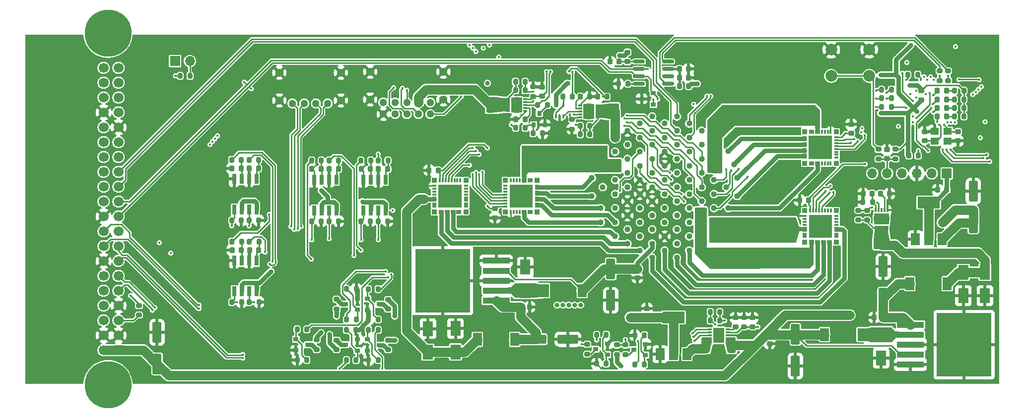
<source format=gbr>
%TF.GenerationSoftware,KiCad,Pcbnew,(6.0.2)*%
%TF.CreationDate,2022-06-14T20:32:41+02:00*%
%TF.ProjectId,SB-Spoko Bezpieczniki,53422d53-706f-46b6-9f20-42657a706965,rev?*%
%TF.SameCoordinates,Original*%
%TF.FileFunction,Copper,L1,Top*%
%TF.FilePolarity,Positive*%
%FSLAX46Y46*%
G04 Gerber Fmt 4.6, Leading zero omitted, Abs format (unit mm)*
G04 Created by KiCad (PCBNEW (6.0.2)) date 2022-06-14 20:32:41*
%MOMM*%
%LPD*%
G01*
G04 APERTURE LIST*
G04 Aperture macros list*
%AMRoundRect*
0 Rectangle with rounded corners*
0 $1 Rounding radius*
0 $2 $3 $4 $5 $6 $7 $8 $9 X,Y pos of 4 corners*
0 Add a 4 corners polygon primitive as box body*
4,1,4,$2,$3,$4,$5,$6,$7,$8,$9,$2,$3,0*
0 Add four circle primitives for the rounded corners*
1,1,$1+$1,$2,$3*
1,1,$1+$1,$4,$5*
1,1,$1+$1,$6,$7*
1,1,$1+$1,$8,$9*
0 Add four rect primitives between the rounded corners*
20,1,$1+$1,$2,$3,$4,$5,0*
20,1,$1+$1,$4,$5,$6,$7,0*
20,1,$1+$1,$6,$7,$8,$9,0*
20,1,$1+$1,$8,$9,$2,$3,0*%
%AMFreePoly0*
4,1,5,0.400000,-0.400000,-0.400000,-0.400000,-0.400000,0.400000,0.400000,0.400000,0.400000,-0.400000,0.400000,-0.400000,$1*%
G04 Aperture macros list end*
%TA.AperFunction,SMDPad,CuDef*%
%ADD10RoundRect,0.225000X0.250000X-0.225000X0.250000X0.225000X-0.250000X0.225000X-0.250000X-0.225000X0*%
%TD*%
%TA.AperFunction,SMDPad,CuDef*%
%ADD11RoundRect,0.225000X-0.225000X-0.250000X0.225000X-0.250000X0.225000X0.250000X-0.225000X0.250000X0*%
%TD*%
%TA.AperFunction,SMDPad,CuDef*%
%ADD12RoundRect,0.225000X0.225000X0.250000X-0.225000X0.250000X-0.225000X-0.250000X0.225000X-0.250000X0*%
%TD*%
%TA.AperFunction,SMDPad,CuDef*%
%ADD13RoundRect,0.225000X-0.250000X0.225000X-0.250000X-0.225000X0.250000X-0.225000X0.250000X0.225000X0*%
%TD*%
%TA.AperFunction,SMDPad,CuDef*%
%ADD14RoundRect,0.218750X0.218750X0.256250X-0.218750X0.256250X-0.218750X-0.256250X0.218750X-0.256250X0*%
%TD*%
%TA.AperFunction,SMDPad,CuDef*%
%ADD15RoundRect,0.218750X-0.256250X0.218750X-0.256250X-0.218750X0.256250X-0.218750X0.256250X0.218750X0*%
%TD*%
%TA.AperFunction,SMDPad,CuDef*%
%ADD16R,0.900000X0.800000*%
%TD*%
%TA.AperFunction,ComponentPad*%
%ADD17R,1.700000X1.700000*%
%TD*%
%TA.AperFunction,ComponentPad*%
%ADD18O,1.700000X1.700000*%
%TD*%
%TA.AperFunction,SMDPad,CuDef*%
%ADD19RoundRect,0.218750X-0.218750X-0.256250X0.218750X-0.256250X0.218750X0.256250X-0.218750X0.256250X0*%
%TD*%
%TA.AperFunction,SMDPad,CuDef*%
%ADD20RoundRect,0.200000X0.200000X0.275000X-0.200000X0.275000X-0.200000X-0.275000X0.200000X-0.275000X0*%
%TD*%
%TA.AperFunction,SMDPad,CuDef*%
%ADD21RoundRect,0.200000X-0.200000X-0.275000X0.200000X-0.275000X0.200000X0.275000X-0.200000X0.275000X0*%
%TD*%
%TA.AperFunction,SMDPad,CuDef*%
%ADD22RoundRect,0.200000X-0.275000X0.200000X-0.275000X-0.200000X0.275000X-0.200000X0.275000X0.200000X0*%
%TD*%
%TA.AperFunction,SMDPad,CuDef*%
%ADD23FreePoly0,0.000000*%
%TD*%
%TA.AperFunction,SMDPad,CuDef*%
%ADD24FreePoly0,270.000000*%
%TD*%
%TA.AperFunction,SMDPad,CuDef*%
%ADD25FreePoly0,90.000000*%
%TD*%
%TA.AperFunction,SMDPad,CuDef*%
%ADD26R,0.800000X0.300000*%
%TD*%
%TA.AperFunction,SMDPad,CuDef*%
%ADD27R,0.800000X0.200000*%
%TD*%
%TA.AperFunction,SMDPad,CuDef*%
%ADD28R,0.300000X0.800000*%
%TD*%
%TA.AperFunction,SMDPad,CuDef*%
%ADD29R,0.200000X0.800000*%
%TD*%
%TA.AperFunction,SMDPad,CuDef*%
%ADD30R,0.975000X0.975000*%
%TD*%
%TA.AperFunction,ComponentPad*%
%ADD31C,0.487500*%
%TD*%
%TA.AperFunction,SMDPad,CuDef*%
%ADD32RoundRect,0.250000X0.550000X-1.500000X0.550000X1.500000X-0.550000X1.500000X-0.550000X-1.500000X0*%
%TD*%
%TA.AperFunction,SMDPad,CuDef*%
%ADD33FreePoly0,180.000000*%
%TD*%
%TA.AperFunction,SMDPad,CuDef*%
%ADD34RoundRect,0.250000X-0.550000X1.500000X-0.550000X-1.500000X0.550000X-1.500000X0.550000X1.500000X0*%
%TD*%
%TA.AperFunction,SMDPad,CuDef*%
%ADD35R,4.600000X1.100000*%
%TD*%
%TA.AperFunction,SMDPad,CuDef*%
%ADD36R,9.400000X10.800000*%
%TD*%
%TA.AperFunction,SMDPad,CuDef*%
%ADD37RoundRect,0.250000X-1.500000X-0.550000X1.500000X-0.550000X1.500000X0.550000X-1.500000X0.550000X0*%
%TD*%
%TA.AperFunction,SMDPad,CuDef*%
%ADD38R,1.500000X2.200000*%
%TD*%
%TA.AperFunction,SMDPad,CuDef*%
%ADD39RoundRect,0.200000X0.275000X-0.200000X0.275000X0.200000X-0.275000X0.200000X-0.275000X-0.200000X0*%
%TD*%
%TA.AperFunction,ComponentPad*%
%ADD40C,2.000000*%
%TD*%
%TA.AperFunction,SMDPad,CuDef*%
%ADD41R,1.800000X2.500000*%
%TD*%
%TA.AperFunction,WasherPad*%
%ADD42C,8.000000*%
%TD*%
%TA.AperFunction,ComponentPad*%
%ADD43RoundRect,0.250000X0.600000X0.600000X-0.600000X0.600000X-0.600000X-0.600000X0.600000X-0.600000X0*%
%TD*%
%TA.AperFunction,ComponentPad*%
%ADD44C,1.700000*%
%TD*%
%TA.AperFunction,SMDPad,CuDef*%
%ADD45RoundRect,0.150000X0.825000X0.150000X-0.825000X0.150000X-0.825000X-0.150000X0.825000X-0.150000X0*%
%TD*%
%TA.AperFunction,SMDPad,CuDef*%
%ADD46R,0.750000X0.300000*%
%TD*%
%TA.AperFunction,SMDPad,CuDef*%
%ADD47R,1.850000X2.550000*%
%TD*%
%TA.AperFunction,SMDPad,CuDef*%
%ADD48RoundRect,0.250000X-0.425000X-1.075000X0.425000X-1.075000X0.425000X1.075000X-0.425000X1.075000X0*%
%TD*%
%TA.AperFunction,SMDPad,CuDef*%
%ADD49R,1.500000X2.000000*%
%TD*%
%TA.AperFunction,SMDPad,CuDef*%
%ADD50R,3.800000X2.000000*%
%TD*%
%TA.AperFunction,SMDPad,CuDef*%
%ADD51R,0.800000X0.900000*%
%TD*%
%TA.AperFunction,ComponentPad*%
%ADD52C,1.300000*%
%TD*%
%TA.AperFunction,ComponentPad*%
%ADD53C,1.400000*%
%TD*%
%TA.AperFunction,SMDPad,CuDef*%
%ADD54RoundRect,0.250000X1.075000X-0.425000X1.075000X0.425000X-1.075000X0.425000X-1.075000X-0.425000X0*%
%TD*%
%TA.AperFunction,SMDPad,CuDef*%
%ADD55R,0.300000X0.750000*%
%TD*%
%TA.AperFunction,SMDPad,CuDef*%
%ADD56R,2.550000X1.850000*%
%TD*%
%TA.AperFunction,SMDPad,CuDef*%
%ADD57R,0.700000X1.700000*%
%TD*%
%TA.AperFunction,SMDPad,CuDef*%
%ADD58R,1.400000X1.200000*%
%TD*%
%TA.AperFunction,SMDPad,CuDef*%
%ADD59R,1.850000X2.600000*%
%TD*%
%TA.AperFunction,SMDPad,CuDef*%
%ADD60R,0.400000X0.650000*%
%TD*%
%TA.AperFunction,SMDPad,CuDef*%
%ADD61RoundRect,0.250000X0.425000X1.075000X-0.425000X1.075000X-0.425000X-1.075000X0.425000X-1.075000X0*%
%TD*%
%TA.AperFunction,ComponentPad*%
%ADD62C,1.020000*%
%TD*%
%TA.AperFunction,ViaPad*%
%ADD63C,0.800000*%
%TD*%
%TA.AperFunction,ViaPad*%
%ADD64C,0.450000*%
%TD*%
%TA.AperFunction,Conductor*%
%ADD65C,0.250000*%
%TD*%
%TA.AperFunction,Conductor*%
%ADD66C,0.798830*%
%TD*%
%TA.AperFunction,Conductor*%
%ADD67C,0.600000*%
%TD*%
%TA.AperFunction,Conductor*%
%ADD68C,1.600000*%
%TD*%
%TA.AperFunction,Conductor*%
%ADD69C,0.450000*%
%TD*%
G04 APERTURE END LIST*
D10*
%TO.P,C1,1*%
%TO.N,GND*%
X163900000Y-101455000D03*
%TO.P,C1,2*%
%TO.N,+3V3*%
X163900000Y-99905000D03*
%TD*%
D11*
%TO.P,C2,1*%
%TO.N,Net-(C2-Pad1)*%
X168275000Y-116700000D03*
%TO.P,C2,2*%
%TO.N,GND*%
X169825000Y-116700000D03*
%TD*%
D12*
%TO.P,C3,1*%
%TO.N,Net-(C3-Pad1)*%
X230105000Y-118500000D03*
%TO.P,C3,2*%
%TO.N,GND*%
X228555000Y-118500000D03*
%TD*%
D13*
%TO.P,C7,1*%
%TO.N,+5V*%
X210740000Y-121445000D03*
%TO.P,C7,2*%
%TO.N,GND*%
X210740000Y-122995000D03*
%TD*%
D14*
%TO.P,FB1,1*%
%TO.N,+5V*%
X196907500Y-78960000D03*
%TO.P,FB1,2*%
%TO.N,/Inputs/CAN transreciver/+5V_CAN_VDD*%
X195332500Y-78960000D03*
%TD*%
D15*
%TO.P,FB2,1*%
%TO.N,+3V3*%
X186510000Y-73192500D03*
%TO.P,FB2,2*%
%TO.N,/Inputs/CAN transreciver/+3V3_VIO*%
X186510000Y-74767500D03*
%TD*%
D13*
%TO.P,C6,1*%
%TO.N,PUMP_12V*%
X188170000Y-110175000D03*
%TO.P,C6,2*%
%TO.N,GND*%
X188170000Y-111725000D03*
%TD*%
D16*
%TO.P,D18,1,A1*%
%TO.N,CAR_CAN-*%
X190910000Y-82080000D03*
%TO.P,D18,2,A2*%
%TO.N,CAR_CAN+*%
X190910000Y-80180000D03*
%TO.P,D18,3,common*%
%TO.N,GND*%
X188910000Y-81130000D03*
%TD*%
D17*
%TO.P,JP1,1,1*%
%TO.N,CAR_CAN+*%
X109320000Y-74670000D03*
D18*
%TO.P,JP1,2,2*%
%TO.N,Net-(JP1-Pad2)*%
X111860000Y-74670000D03*
%TD*%
D13*
%TO.P,C30,1*%
%TO.N,GND*%
X224640000Y-85465000D03*
%TO.P,C30,2*%
%TO.N,+3V3*%
X224640000Y-87015000D03*
%TD*%
D11*
%TO.P,C31,1*%
%TO.N,GND*%
X215835000Y-98440000D03*
%TO.P,C31,2*%
%TO.N,+3V3*%
X217385000Y-98440000D03*
%TD*%
D10*
%TO.P,C34,1*%
%TO.N,GND*%
X242850000Y-88315000D03*
%TO.P,C34,2*%
%TO.N,STM_CLK_IN*%
X242850000Y-86765000D03*
%TD*%
D11*
%TO.P,C27,1*%
%TO.N,/Inputs/CAN transreciver/+5V_CAN_VDD*%
X195345000Y-77500000D03*
%TO.P,C27,2*%
%TO.N,GND*%
X196895000Y-77500000D03*
%TD*%
%TO.P,C28,1*%
%TO.N,/Inputs/CAN transreciver/+5V_CAN_VDD*%
X195345000Y-76040000D03*
%TO.P,C28,2*%
%TO.N,GND*%
X196895000Y-76040000D03*
%TD*%
%TO.P,C32,1*%
%TO.N,GND*%
X152645000Y-93330000D03*
%TO.P,C32,2*%
%TO.N,+3V3*%
X154195000Y-93330000D03*
%TD*%
D10*
%TO.P,C33,1*%
%TO.N,N_RST*%
X230760000Y-91365000D03*
%TO.P,C33,2*%
%TO.N,GND*%
X230760000Y-89815000D03*
%TD*%
D12*
%TO.P,C29,1*%
%TO.N,/Inputs/CAN transreciver/+3V3_VIO*%
X185070000Y-74770000D03*
%TO.P,C29,2*%
%TO.N,GND*%
X183520000Y-74770000D03*
%TD*%
D19*
%TO.P,D22,1,K*%
%TO.N,STM_???*%
X239332500Y-84140000D03*
%TO.P,D22,2,A*%
%TO.N,Net-(D22-Pad2)*%
X240907500Y-84140000D03*
%TD*%
D14*
%TO.P,D15,1,K*%
%TO.N,Net-(D15-Pad1)*%
X123545000Y-93015000D03*
%TO.P,D15,2,A*%
%TO.N,GND*%
X121970000Y-93015000D03*
%TD*%
D19*
%TO.P,D19,1,K*%
%TO.N,STM_OK*%
X239322500Y-79760000D03*
%TO.P,D19,2,A*%
%TO.N,Net-(D19-Pad2)*%
X240897500Y-79760000D03*
%TD*%
D10*
%TO.P,C35,1*%
%TO.N,STM_CKL_OUT*%
X237190000Y-88315000D03*
%TO.P,C35,2*%
%TO.N,GND*%
X237190000Y-86765000D03*
%TD*%
D12*
%TO.P,C37,1*%
%TO.N,+3V3*%
X240935000Y-96680000D03*
%TO.P,C37,2*%
%TO.N,GND*%
X239385000Y-96680000D03*
%TD*%
D19*
%TO.P,D21,1,K*%
%TO.N,STM_SOFT_ERROR*%
X239332500Y-81220000D03*
%TO.P,D21,2,A*%
%TO.N,Net-(D21-Pad2)*%
X240907500Y-81220000D03*
%TD*%
%TO.P,D20,1,K*%
%TO.N,STM_FATAL_ERROR*%
X239332500Y-82680000D03*
%TO.P,D20,2,A*%
%TO.N,Net-(D20-Pad2)*%
X240907500Y-82680000D03*
%TD*%
D14*
%TO.P,D12,1,K*%
%TO.N,Net-(D12-Pad1)*%
X134242500Y-93135000D03*
%TO.P,D12,2,A*%
%TO.N,GND*%
X132667500Y-93135000D03*
%TD*%
%TO.P,D13,1,K*%
%TO.N,Net-(D13-Pad1)*%
X145592500Y-93135000D03*
%TO.P,D13,2,A*%
%TO.N,GND*%
X144017500Y-93135000D03*
%TD*%
%TO.P,D14,1,K*%
%TO.N,Net-(D14-Pad1)*%
X142632500Y-93135000D03*
%TO.P,D14,2,A*%
%TO.N,GND*%
X141057500Y-93135000D03*
%TD*%
D20*
%TO.P,R10,1*%
%TO.N,Net-(D12-Pad1)*%
X134280000Y-91675000D03*
%TO.P,R10,2*%
%TO.N,HV_SENSE*%
X132630000Y-91675000D03*
%TD*%
D21*
%TO.P,R37,1*%
%TO.N,Net-(D19-Pad2)*%
X242250000Y-79760000D03*
%TO.P,R37,2*%
%TO.N,+3V3*%
X243900000Y-79760000D03*
%TD*%
D20*
%TO.P,R8,1*%
%TO.N,GND*%
X120660000Y-115885000D03*
%TO.P,R8,2*%
%TO.N,SPARE_1_SENSE_SIG*%
X119010000Y-115885000D03*
%TD*%
%TO.P,R19,1*%
%TO.N,Net-(JP1-Pad2)*%
X111860000Y-77210000D03*
%TO.P,R19,2*%
%TO.N,CAR_CAN-*%
X110210000Y-77210000D03*
%TD*%
%TO.P,R14,1*%
%TO.N,Net-(D14-Pad1)*%
X142670000Y-91675000D03*
%TO.P,R14,2*%
%TO.N,SPARE_3_SENSE*%
X141020000Y-91675000D03*
%TD*%
D22*
%TO.P,R20,1*%
%TO.N,Net-(R20-Pad1)*%
X229300000Y-89765000D03*
%TO.P,R20,2*%
%TO.N,N_RST*%
X229300000Y-91415000D03*
%TD*%
D21*
%TO.P,R38,1*%
%TO.N,Net-(D20-Pad2)*%
X242255000Y-82680000D03*
%TO.P,R38,2*%
%TO.N,+3V3*%
X243905000Y-82680000D03*
%TD*%
D22*
%TO.P,R3,1*%
%TO.N,3.3V_STM_POWER*%
X232220000Y-89765000D03*
%TO.P,R3,2*%
%TO.N,N_RST*%
X232220000Y-91415000D03*
%TD*%
D20*
%TO.P,R13,1*%
%TO.N,Net-(D13-Pad1)*%
X145630000Y-91675000D03*
%TO.P,R13,2*%
%TO.N,SPARE_2_SENSE*%
X143980000Y-91675000D03*
%TD*%
%TO.P,R7,1*%
%TO.N,GND*%
X123620000Y-115885000D03*
%TO.P,R7,2*%
%TO.N,INVERTER_SENSE_SIG*%
X121970000Y-115885000D03*
%TD*%
%TO.P,R11,1*%
%TO.N,GND*%
X137230000Y-102055000D03*
%TO.P,R11,2*%
%TO.N,HVD_SENSE_SIG*%
X135580000Y-102055000D03*
%TD*%
%TO.P,R9,1*%
%TO.N,Net-(D11-Pad1)*%
X137240000Y-91675000D03*
%TO.P,R9,2*%
%TO.N,HVD_SENSE*%
X135590000Y-91675000D03*
%TD*%
%TO.P,R12,1*%
%TO.N,GND*%
X134270000Y-102055000D03*
%TO.P,R12,2*%
%TO.N,HV_SENSE_SIG*%
X132620000Y-102055000D03*
%TD*%
D23*
%TO.P,U15,*%
%TO.N,*%
X158929000Y-100471000D03*
D24*
X153529000Y-100471000D03*
X153529000Y-95071000D03*
D25*
X158929000Y-95071000D03*
D26*
%TO.P,U15,1*%
%TO.N,N/C*%
X158929000Y-99521000D03*
D27*
X158929000Y-99271000D03*
D26*
%TO.P,U15,2*%
X158929000Y-99021000D03*
%TO.P,U15,3,OUT_0A*%
%TO.N,/Fusses/Fuse 3/VOUT_0*%
X158929000Y-98521000D03*
D27*
X158929000Y-98271000D03*
D26*
%TO.P,U15,4,OUT_0B*%
X158929000Y-98021000D03*
%TO.P,U15,5*%
%TO.N,N/C*%
X158929000Y-97521000D03*
%TO.P,U15,6*%
X158929000Y-97021000D03*
%TO.P,U15,7*%
X158929000Y-96521000D03*
%TO.P,U15,8*%
X158929000Y-96021000D03*
D28*
%TO.P,U15,9,DI_1*%
%TO.N,unconnected-(U15-Pad9)*%
X157979000Y-95071000D03*
%TO.P,U15,10,DI_0*%
%TO.N,unconnected-(U15-Pad10)*%
X157479000Y-95071000D03*
%TO.P,U15,11,PWM_CLK*%
%TO.N,unconnected-(U15-Pad11)*%
X156979000Y-95071000D03*
%TO.P,U15,12,CSN*%
%TO.N,SS_3*%
X156479000Y-95071000D03*
%TO.P,U15,13,SCK*%
%TO.N,SCK*%
X155979000Y-95071000D03*
%TO.P,U15,14,SDI*%
%TO.N,MOSI*%
X155479000Y-95071000D03*
%TO.P,U15,15,SDO*%
%TO.N,MISO*%
X154979000Y-95071000D03*
%TO.P,U15,16,VDD*%
%TO.N,+3V3*%
X154479000Y-95071000D03*
D26*
%TO.P,U15,17,GND*%
%TO.N,GND*%
X153529000Y-96021000D03*
%TO.P,U15,18*%
%TO.N,N/C*%
X153529000Y-96521000D03*
%TO.P,U15,19*%
X153529000Y-97021000D03*
%TO.P,U15,20*%
X153529000Y-97521000D03*
%TO.P,U15,21,OUT_5A*%
%TO.N,PUMP_24V*%
X153529000Y-98021000D03*
D27*
%TO.P,U15,22,OUT_5B*%
X153529000Y-98271000D03*
D26*
X153529000Y-98521000D03*
%TO.P,U15,23*%
%TO.N,N/C*%
X153529000Y-99021000D03*
D27*
%TO.P,U15,24*%
X153529000Y-99271000D03*
D26*
X153529000Y-99521000D03*
D28*
%TO.P,U15,25,OUT_4A*%
%TO.N,DIAGPORT_24V*%
X154479000Y-100471000D03*
D29*
X154729000Y-100471000D03*
D28*
%TO.P,U15,26,OUT_4B*%
X154979000Y-100471000D03*
D29*
%TO.P,U15,27,OUT_3A*%
%TO.N,SPARE_2_24V*%
X155729000Y-100471000D03*
D28*
X155479000Y-100471000D03*
%TO.P,U15,28,OUT_3B*%
X155979000Y-100471000D03*
%TO.P,U15,29,OUT_2A*%
%TO.N,BAT_HV_24V*%
X156479000Y-100471000D03*
%TO.P,U15,30,OUT_2B*%
X156979000Y-100471000D03*
D29*
X156729000Y-100471000D03*
D28*
%TO.P,U15,31,OUT_1A*%
%TO.N,/Fusses/Fuse 3/VOUT_1*%
X157479000Y-100471000D03*
D29*
%TO.P,U15,32,OUT_1B*%
X157729000Y-100471000D03*
D28*
X157979000Y-100471000D03*
D30*
%TO.P,U15,33,VCC*%
%TO.N,+24V*%
X157691500Y-96308500D03*
X157691500Y-99233500D03*
D31*
X155741500Y-97283500D03*
D30*
X154766500Y-98258500D03*
D31*
X156716500Y-96308500D03*
X157691500Y-97283500D03*
X154766500Y-99233500D03*
D30*
X156716500Y-98258500D03*
D31*
X157691500Y-98258500D03*
X156716500Y-98258500D03*
D30*
X155741500Y-96308500D03*
D31*
X156716500Y-99233500D03*
D30*
X154766500Y-96308500D03*
X154766500Y-97283500D03*
D31*
X155741500Y-96308500D03*
D30*
X155741500Y-97283500D03*
D31*
X154766500Y-97283500D03*
X154766500Y-96308500D03*
D30*
X157691500Y-98258500D03*
X156716500Y-97283500D03*
D31*
X156716500Y-97283500D03*
D30*
X155741500Y-99233500D03*
D31*
X155741500Y-99233500D03*
D30*
X156716500Y-96308500D03*
D31*
X155741500Y-98258500D03*
D30*
X154766500Y-99233500D03*
D31*
X157691500Y-99233500D03*
D30*
X157691500Y-97283500D03*
X155741500Y-98258500D03*
X156716500Y-99233500D03*
D31*
X157691500Y-96308500D03*
X154766500Y-98258500D03*
%TD*%
D32*
%TO.P,C36,1*%
%TO.N,+5V*%
X245480000Y-102320000D03*
%TO.P,C36,2*%
%TO.N,GND*%
X245480000Y-96920000D03*
%TD*%
%TO.P,C5,1*%
%TO.N,Net-(C3-Pad1)*%
X230110000Y-115220000D03*
%TO.P,C5,2*%
%TO.N,GND*%
X230110000Y-109820000D03*
%TD*%
D33*
%TO.P,U13,*%
%TO.N,*%
X222096000Y-86744000D03*
D24*
X216696000Y-92144000D03*
D23*
X222096000Y-92144000D03*
D33*
X216696000Y-86744000D03*
D28*
%TO.P,U13,1*%
%TO.N,N/C*%
X217646000Y-92144000D03*
D29*
X217896000Y-92144000D03*
D28*
%TO.P,U13,2*%
X218146000Y-92144000D03*
D29*
%TO.P,U13,3,OUT_0A*%
%TO.N,WHEEL_SPEED_1_24V*%
X218896000Y-92144000D03*
D28*
X218646000Y-92144000D03*
%TO.P,U13,4,OUT_0B*%
X219146000Y-92144000D03*
%TO.P,U13,5*%
%TO.N,N/C*%
X219646000Y-92144000D03*
%TO.P,U13,6*%
X220146000Y-92144000D03*
%TO.P,U13,7*%
X220646000Y-92144000D03*
%TO.P,U13,8*%
X221146000Y-92144000D03*
D26*
%TO.P,U13,9,DI_1*%
%TO.N,unconnected-(U13-Pad9)*%
X222096000Y-91194000D03*
%TO.P,U13,10,DI_0*%
%TO.N,unconnected-(U13-Pad10)*%
X222096000Y-90694000D03*
%TO.P,U13,11,PWM_CLK*%
%TO.N,unconnected-(U13-Pad11)*%
X222096000Y-90194000D03*
%TO.P,U13,12,CSN*%
%TO.N,SS_1*%
X222096000Y-89694000D03*
%TO.P,U13,13,SCK*%
%TO.N,SCK*%
X222096000Y-89194000D03*
%TO.P,U13,14,SDI*%
%TO.N,MOSI*%
X222096000Y-88694000D03*
%TO.P,U13,15,SDO*%
%TO.N,MISO*%
X222096000Y-88194000D03*
%TO.P,U13,16,VDD*%
%TO.N,+3V3*%
X222096000Y-87694000D03*
D28*
%TO.P,U13,17,GND*%
%TO.N,GND*%
X221146000Y-86744000D03*
%TO.P,U13,18*%
%TO.N,N/C*%
X220646000Y-86744000D03*
%TO.P,U13,19*%
X220146000Y-86744000D03*
%TO.P,U13,20*%
X219646000Y-86744000D03*
%TO.P,U13,21,OUT_5A*%
%TO.N,ODRIVE_24V*%
X219146000Y-86744000D03*
%TO.P,U13,22,OUT_5B*%
X218646000Y-86744000D03*
D29*
X218896000Y-86744000D03*
D28*
%TO.P,U13,23*%
%TO.N,N/C*%
X218146000Y-86744000D03*
%TO.P,U13,24*%
X217646000Y-86744000D03*
D29*
X217896000Y-86744000D03*
D27*
%TO.P,U13,25,OUT_4A*%
%TO.N,FAN_R_24V*%
X216696000Y-87944000D03*
D26*
X216696000Y-87694000D03*
%TO.P,U13,26,OUT_4B*%
X216696000Y-88194000D03*
%TO.P,U13,27,OUT_3A*%
%TO.N,FAN_L_24V*%
X216696000Y-88694000D03*
D27*
X216696000Y-88944000D03*
D26*
%TO.P,U13,28,OUT_3B*%
X216696000Y-89194000D03*
%TO.P,U13,29,OUT_2A*%
%TO.N,LAPTIMER_24V*%
X216696000Y-89694000D03*
%TO.P,U13,30,OUT_2B*%
X216696000Y-90194000D03*
D27*
X216696000Y-89944000D03*
D26*
%TO.P,U13,31,OUT_1A*%
%TO.N,DASH_24V*%
X216696000Y-90694000D03*
%TO.P,U13,32,OUT_1B*%
X216696000Y-91194000D03*
D27*
X216696000Y-90944000D03*
D31*
%TO.P,U13,33,VCC*%
%TO.N,+24V*%
X217933500Y-87981500D03*
D30*
X217933500Y-87981500D03*
D31*
X220858500Y-87981500D03*
X218908500Y-89931500D03*
D30*
X220858500Y-87981500D03*
D31*
X220858500Y-90906500D03*
D30*
X218908500Y-88956500D03*
X218908500Y-89931500D03*
X218908500Y-90906500D03*
D31*
X218908500Y-90906500D03*
X219883500Y-89931500D03*
X219883500Y-87981500D03*
D30*
X219883500Y-90906500D03*
D31*
X218908500Y-87981500D03*
X219883500Y-90906500D03*
D30*
X217933500Y-90906500D03*
D31*
X217933500Y-88956500D03*
D30*
X219883500Y-89931500D03*
D31*
X217933500Y-89931500D03*
X219883500Y-88956500D03*
D30*
X220858500Y-88956500D03*
X219883500Y-88956500D03*
X219883500Y-87981500D03*
D31*
X217933500Y-90906500D03*
D30*
X217933500Y-88956500D03*
D31*
X218908500Y-88956500D03*
D30*
X218908500Y-87981500D03*
D31*
X220858500Y-88956500D03*
D30*
X220858500Y-90906500D03*
X220858500Y-89931500D03*
X217933500Y-89931500D03*
D31*
X220858500Y-89931500D03*
%TD*%
D24*
%TO.P,U14,*%
%TO.N,*%
X216716000Y-100224000D03*
D23*
X222116000Y-105624000D03*
D25*
X222116000Y-100224000D03*
D24*
X216716000Y-105624000D03*
D27*
%TO.P,U14,1*%
%TO.N,N/C*%
X222116000Y-104424000D03*
D26*
X222116000Y-104674000D03*
%TO.P,U14,2*%
X222116000Y-104174000D03*
%TO.P,U14,3,OUT_0A*%
%TO.N,SPARE_1_24V*%
X222116000Y-103674000D03*
D27*
X222116000Y-103424000D03*
D26*
%TO.P,U14,4,OUT_0B*%
X222116000Y-103174000D03*
%TO.P,U14,5*%
%TO.N,N/C*%
X222116000Y-102674000D03*
%TO.P,U14,6*%
X222116000Y-102174000D03*
%TO.P,U14,7*%
X222116000Y-101674000D03*
%TO.P,U14,8*%
X222116000Y-101174000D03*
D28*
%TO.P,U14,9,DI_1*%
%TO.N,unconnected-(U14-Pad9)*%
X221166000Y-100224000D03*
%TO.P,U14,10,DI_0*%
%TO.N,unconnected-(U14-Pad10)*%
X220666000Y-100224000D03*
%TO.P,U14,11,PWM_CLK*%
%TO.N,unconnected-(U14-Pad11)*%
X220166000Y-100224000D03*
%TO.P,U14,12,CSN*%
%TO.N,SS_2*%
X219666000Y-100224000D03*
%TO.P,U14,13,SCK*%
%TO.N,SCK*%
X219166000Y-100224000D03*
%TO.P,U14,14,SDI*%
%TO.N,MOSI*%
X218666000Y-100224000D03*
%TO.P,U14,15,SDO*%
%TO.N,MISO*%
X218166000Y-100224000D03*
%TO.P,U14,16,VDD*%
%TO.N,+3V3*%
X217666000Y-100224000D03*
D26*
%TO.P,U14,17,GND*%
%TO.N,GND*%
X216716000Y-101174000D03*
%TO.P,U14,18*%
%TO.N,N/C*%
X216716000Y-101674000D03*
%TO.P,U14,19*%
X216716000Y-102174000D03*
%TO.P,U14,20*%
X216716000Y-102674000D03*
%TO.P,U14,21,OUT_5A*%
%TO.N,JETSON_24V*%
X216716000Y-103174000D03*
D27*
%TO.P,U14,22,OUT_5B*%
X216716000Y-103424000D03*
D26*
X216716000Y-103674000D03*
%TO.P,U14,23*%
%TO.N,N/C*%
X216716000Y-104174000D03*
D27*
%TO.P,U14,24*%
X216716000Y-104424000D03*
D26*
X216716000Y-104674000D03*
D29*
%TO.P,U14,25,OUT_4A*%
%TO.N,BOX_DV_24V*%
X217916000Y-105624000D03*
D28*
X217666000Y-105624000D03*
%TO.P,U14,26,OUT_4B*%
X218166000Y-105624000D03*
%TO.P,U14,27,OUT_3A*%
%TO.N,WHEEL_SPEED_2_24V*%
X218666000Y-105624000D03*
D29*
X218916000Y-105624000D03*
D28*
%TO.P,U14,28,OUT_3B*%
X219166000Y-105624000D03*
%TO.P,U14,29,OUT_2A*%
%TO.N,LIDAR_24V*%
X219666000Y-105624000D03*
D29*
%TO.P,U14,30,OUT_2B*%
X219916000Y-105624000D03*
D28*
X220166000Y-105624000D03*
%TO.P,U14,31,OUT_1A*%
%TO.N,ASMS_24V*%
X220666000Y-105624000D03*
D29*
%TO.P,U14,32,OUT_1B*%
X220916000Y-105624000D03*
D28*
X221166000Y-105624000D03*
D31*
%TO.P,U14,33,VCC*%
%TO.N,+24V*%
X220878500Y-104386500D03*
D30*
X218928500Y-103411500D03*
D31*
X220878500Y-103411500D03*
D30*
X217953500Y-102436500D03*
X218928500Y-101461500D03*
X219903500Y-101461500D03*
X219903500Y-104386500D03*
X219903500Y-103411500D03*
D31*
X219903500Y-103411500D03*
X217953500Y-101461500D03*
X218928500Y-102436500D03*
D30*
X217953500Y-104386500D03*
D31*
X218928500Y-101461500D03*
D30*
X218928500Y-102436500D03*
X220878500Y-102436500D03*
D31*
X217953500Y-104386500D03*
X220878500Y-102436500D03*
X217953500Y-103411500D03*
D30*
X220878500Y-104386500D03*
X218928500Y-104386500D03*
X220878500Y-101461500D03*
D31*
X217953500Y-102436500D03*
D30*
X220878500Y-103411500D03*
D31*
X218928500Y-104386500D03*
D30*
X219903500Y-102436500D03*
X217953500Y-103411500D03*
D31*
X220878500Y-101461500D03*
D30*
X217953500Y-101461500D03*
D31*
X219903500Y-104386500D03*
X219903500Y-101461500D03*
X219903500Y-102436500D03*
X218928500Y-103411500D03*
%TD*%
D25*
%TO.P,U12,*%
%TO.N,*%
X171067500Y-95062500D03*
D33*
X165667500Y-95062500D03*
D23*
X171067500Y-100462500D03*
X165667500Y-100462500D03*
D29*
%TO.P,U12,1*%
%TO.N,N/C*%
X169867500Y-95062500D03*
D28*
X170117500Y-95062500D03*
%TO.P,U12,2*%
X169617500Y-95062500D03*
%TO.P,U12,3,OUT_0A*%
%TO.N,INVERTER_24V*%
X169117500Y-95062500D03*
D29*
X168867500Y-95062500D03*
D28*
%TO.P,U12,4,OUT_0B*%
X168617500Y-95062500D03*
%TO.P,U12,5*%
%TO.N,N/C*%
X168117500Y-95062500D03*
%TO.P,U12,6*%
X167617500Y-95062500D03*
%TO.P,U12,7*%
X167117500Y-95062500D03*
%TO.P,U12,8*%
X166617500Y-95062500D03*
D26*
%TO.P,U12,9,DI_1*%
%TO.N,unconnected-(U12-Pad9)*%
X165667500Y-96012500D03*
%TO.P,U12,10,DI_0*%
%TO.N,unconnected-(U12-Pad10)*%
X165667500Y-96512500D03*
%TO.P,U12,11,PWM_CLK*%
%TO.N,unconnected-(U12-Pad11)*%
X165667500Y-97012500D03*
%TO.P,U12,12,CSN*%
%TO.N,SS_0*%
X165667500Y-97512500D03*
%TO.P,U12,13,SCK*%
%TO.N,SCK*%
X165667500Y-98012500D03*
%TO.P,U12,14,SDI*%
%TO.N,MOSI*%
X165667500Y-98512500D03*
%TO.P,U12,15,SDO*%
%TO.N,MISO*%
X165667500Y-99012500D03*
%TO.P,U12,16,VDD*%
%TO.N,+3V3*%
X165667500Y-99512500D03*
D28*
%TO.P,U12,17,GND*%
%TO.N,GND*%
X166617500Y-100462500D03*
%TO.P,U12,18*%
%TO.N,N/C*%
X167117500Y-100462500D03*
%TO.P,U12,19*%
X167617500Y-100462500D03*
%TO.P,U12,20*%
X168117500Y-100462500D03*
%TO.P,U12,21,OUT_5A*%
%TO.N,FAN_MONO_24V*%
X168617500Y-100462500D03*
%TO.P,U12,22,OUT_5B*%
X169117500Y-100462500D03*
D29*
X168867500Y-100462500D03*
D28*
%TO.P,U12,23*%
%TO.N,N/C*%
X169617500Y-100462500D03*
D29*
%TO.P,U12,24*%
X169867500Y-100462500D03*
D28*
X170117500Y-100462500D03*
D27*
%TO.P,U12,25,OUT_4A*%
%TO.N,BREAK_LIGHT_24V*%
X171067500Y-99262500D03*
D26*
X171067500Y-99512500D03*
%TO.P,U12,26,OUT_4B*%
X171067500Y-99012500D03*
%TO.P,U12,27,OUT_3A*%
%TO.N,MOTEC_24V*%
X171067500Y-98512500D03*
D27*
X171067500Y-98262500D03*
D26*
%TO.P,U12,28,OUT_3B*%
X171067500Y-98012500D03*
%TO.P,U12,29,OUT_2A*%
%TO.N,TSAL{slash}ASSI_24V*%
X171067500Y-97512500D03*
%TO.P,U12,30,OUT_2B*%
X171067500Y-97012500D03*
D27*
X171067500Y-97262500D03*
D26*
%TO.P,U12,31,OUT_1A*%
%TO.N,BOX_24V*%
X171067500Y-96512500D03*
%TO.P,U12,32,OUT_1B*%
X171067500Y-96012500D03*
D27*
X171067500Y-96262500D03*
D30*
%TO.P,U12,33,VCC*%
%TO.N,+24V*%
X168855000Y-98250000D03*
D31*
X167880000Y-99225000D03*
X166905000Y-98250000D03*
D30*
X169830000Y-98250000D03*
X167880000Y-96300000D03*
D31*
X168855000Y-98250000D03*
X169830000Y-96300000D03*
D30*
X167880000Y-97275000D03*
D31*
X166905000Y-99225000D03*
D30*
X166905000Y-98250000D03*
X169830000Y-97275000D03*
D31*
X167880000Y-97275000D03*
X168855000Y-97275000D03*
X166905000Y-96300000D03*
X168855000Y-96300000D03*
X168855000Y-99225000D03*
D30*
X168855000Y-97275000D03*
X166905000Y-96300000D03*
D31*
X166905000Y-97275000D03*
D30*
X166905000Y-99225000D03*
X167880000Y-98250000D03*
X169830000Y-96300000D03*
D31*
X169830000Y-97275000D03*
D30*
X167880000Y-99225000D03*
D31*
X169830000Y-98250000D03*
D30*
X168855000Y-96300000D03*
X166905000Y-97275000D03*
X169830000Y-99225000D03*
D31*
X169830000Y-99225000D03*
X167880000Y-98250000D03*
D30*
X168855000Y-99225000D03*
D31*
X167880000Y-96300000D03*
%TD*%
D34*
%TO.P,C9,1*%
%TO.N,+5V*%
X215140000Y-121420000D03*
%TO.P,C9,2*%
%TO.N,GND*%
X215140000Y-126820000D03*
%TD*%
D20*
%TO.P,R21,1*%
%TO.N,BUZZER_CONTROL*%
X131785000Y-120555000D03*
%TO.P,R21,2*%
%TO.N,Net-(Q1-Pad1)*%
X130135000Y-120555000D03*
%TD*%
D35*
%TO.P,U3,1,VIN*%
%TO.N,Net-(C3-Pad1)*%
X234755000Y-119760000D03*
%TO.P,U3,2,OUT*%
%TO.N,Net-(D8-Pad1)*%
X234755000Y-121460000D03*
%TO.P,U3,3,GND*%
%TO.N,GND*%
X234755000Y-123160000D03*
D36*
X243905000Y-123160000D03*
D35*
%TO.P,U3,4,FB*%
%TO.N,+5V*%
X234755000Y-124860000D03*
%TO.P,U3,5,~{ON}/OFF*%
%TO.N,GND*%
X234755000Y-126560000D03*
%TD*%
D37*
%TO.P,C4,1*%
%TO.N,Net-(C2-Pad1)*%
X170930000Y-122240000D03*
%TO.P,C4,2*%
%TO.N,GND*%
X176330000Y-122240000D03*
%TD*%
D34*
%TO.P,C8,1*%
%TO.N,PUMP_12V*%
X183640000Y-110180000D03*
%TO.P,C8,2*%
%TO.N,GND*%
X183640000Y-115580000D03*
%TD*%
D16*
%TO.P,Q5,1,G*%
%TO.N,Net-(Q5-Pad1)*%
X142130000Y-115310000D03*
%TO.P,Q5,2,S*%
%TO.N,GND*%
X142130000Y-117210000D03*
%TO.P,Q5,3,D*%
%TO.N,Net-(Q5-Pad3)*%
X144130000Y-116260000D03*
%TD*%
D38*
%TO.P,L3,1*%
%TO.N,PUMP_24V*%
X160885000Y-122250000D03*
%TO.P,L3,2*%
%TO.N,Net-(C2-Pad1)*%
X167285000Y-122250000D03*
%TD*%
%TO.P,L1,1*%
%TO.N,Net-(D7-Pad1)*%
X172360000Y-113910000D03*
%TO.P,L1,2*%
%TO.N,PUMP_12V*%
X178760000Y-113910000D03*
%TD*%
D15*
%TO.P,FB3,1*%
%TO.N,+3V3*%
X236620000Y-79730000D03*
%TO.P,FB3,2*%
%TO.N,3.3V_STM_POWER*%
X236620000Y-81305000D03*
%TD*%
D20*
%TO.P,R22,1*%
%TO.N,Net-(Q1-Pad1)*%
X131785000Y-125755000D03*
%TO.P,R22,2*%
%TO.N,GND*%
X130135000Y-125755000D03*
%TD*%
D21*
%TO.P,R39,1*%
%TO.N,Net-(D21-Pad2)*%
X242255000Y-81220000D03*
%TO.P,R39,2*%
%TO.N,+3V3*%
X243905000Y-81220000D03*
%TD*%
D16*
%TO.P,Q2,1,G*%
%TO.N,Net-(Q2-Pad1)*%
X140400000Y-117180000D03*
%TO.P,Q2,2,S*%
%TO.N,GND*%
X140400000Y-115280000D03*
%TO.P,Q2,3,D*%
%TO.N,Net-(Q2-Pad3)*%
X138400000Y-116230000D03*
%TD*%
D21*
%TO.P,R40,1*%
%TO.N,Net-(D22-Pad2)*%
X242255000Y-84140000D03*
%TO.P,R40,2*%
%TO.N,+3V3*%
X243905000Y-84140000D03*
%TD*%
D17*
%TO.P,J1,1,Pin_1*%
%TO.N,+3V3*%
X240940000Y-93880000D03*
D18*
%TO.P,J1,2,Pin_2*%
%TO.N,SWCLK*%
X238400000Y-93880000D03*
%TO.P,J1,3,Pin_3*%
%TO.N,GND*%
X235860000Y-93880000D03*
%TO.P,J1,4,Pin_4*%
%TO.N,SWDIO*%
X233320000Y-93880000D03*
%TO.P,J1,5,Pin_5*%
%TO.N,N_RST*%
X230780000Y-93880000D03*
%TO.P,J1,6,Pin_6*%
%TO.N,SWO*%
X228240000Y-93880000D03*
%TD*%
D16*
%TO.P,Q4,1,G*%
%TO.N,Net-(Q4-Pad1)*%
X140380000Y-124150000D03*
%TO.P,Q4,2,S*%
%TO.N,GND*%
X140380000Y-122250000D03*
%TO.P,Q4,3,D*%
%TO.N,Net-(Q4-Pad3)*%
X138380000Y-123200000D03*
%TD*%
%TO.P,Q1,1,G*%
%TO.N,Net-(Q1-Pad1)*%
X129960000Y-122220000D03*
%TO.P,Q1,2,S*%
%TO.N,GND*%
X129960000Y-124120000D03*
%TO.P,Q1,3,D*%
%TO.N,Net-(Q1-Pad3)*%
X131960000Y-123170000D03*
%TD*%
%TO.P,Q3,1,G*%
%TO.N,Net-(Q3-Pad1)*%
X142140000Y-122270000D03*
%TO.P,Q3,2,S*%
%TO.N,GND*%
X142140000Y-124170000D03*
%TO.P,Q3,3,D*%
%TO.N,Net-(Q3-Pad3)*%
X144140000Y-123220000D03*
%TD*%
D22*
%TO.P,R23,1*%
%TO.N,BUZZER_IN*%
X133490000Y-122340000D03*
%TO.P,R23,2*%
%TO.N,Net-(Q1-Pad3)*%
X133490000Y-123990000D03*
%TD*%
D20*
%TO.P,R47,1*%
%TO.N,/Inputs/CAN transreciver/SHDN*%
X186575000Y-78580000D03*
%TO.P,R47,2*%
%TO.N,GND*%
X184925000Y-78580000D03*
%TD*%
D21*
%TO.P,R28,1*%
%TO.N,LED_1_CONTROL*%
X138575000Y-118840000D03*
%TO.P,R28,2*%
%TO.N,Net-(Q2-Pad1)*%
X140225000Y-118840000D03*
%TD*%
%TO.P,R29,1*%
%TO.N,Net-(Q2-Pad1)*%
X138575000Y-113620000D03*
%TO.P,R29,2*%
%TO.N,GND*%
X140225000Y-113620000D03*
%TD*%
%TO.P,R32,1*%
%TO.N,Net-(Q4-Pad1)*%
X138555000Y-120610000D03*
%TO.P,R32,2*%
%TO.N,GND*%
X140205000Y-120610000D03*
%TD*%
D39*
%TO.P,R33,1*%
%TO.N,RTDS_IN*%
X136840000Y-124025000D03*
%TO.P,R33,2*%
%TO.N,Net-(Q4-Pad3)*%
X136840000Y-122375000D03*
%TD*%
D20*
%TO.P,R35,1*%
%TO.N,Net-(Q3-Pad1)*%
X143965000Y-125815000D03*
%TO.P,R35,2*%
%TO.N,GND*%
X142315000Y-125815000D03*
%TD*%
D35*
%TO.P,U2,1,VIN*%
%TO.N,Net-(C2-Pad1)*%
X164100000Y-115610000D03*
%TO.P,U2,2,OUT*%
%TO.N,Net-(D7-Pad1)*%
X164100000Y-113910000D03*
D36*
%TO.P,U2,3,GND*%
%TO.N,GND*%
X154950000Y-112210000D03*
D35*
X164100000Y-112210000D03*
%TO.P,U2,4,FB*%
%TO.N,PUMP_12V*%
X164100000Y-110510000D03*
%TO.P,U2,5,~{ON}/OFF*%
%TO.N,GND*%
X164100000Y-108810000D03*
%TD*%
D21*
%TO.P,R31,1*%
%TO.N,RTDS_GATE*%
X138555000Y-125800000D03*
%TO.P,R31,2*%
%TO.N,Net-(Q4-Pad1)*%
X140205000Y-125800000D03*
%TD*%
D39*
%TO.P,R30,1*%
%TO.N,LED_1_IN*%
X136860000Y-117055000D03*
%TO.P,R30,2*%
%TO.N,Net-(Q2-Pad3)*%
X136860000Y-115405000D03*
%TD*%
D20*
%TO.P,R26,1*%
%TO.N,Net-(Q5-Pad1)*%
X143955000Y-118870000D03*
%TO.P,R26,2*%
%TO.N,GND*%
X142305000Y-118870000D03*
%TD*%
%TO.P,R34,1*%
%TO.N,BREAK_LIGHT_GATE*%
X143965000Y-120625000D03*
%TO.P,R34,2*%
%TO.N,Net-(Q3-Pad1)*%
X142315000Y-120625000D03*
%TD*%
D40*
%TO.P,SW1,1,1*%
%TO.N,GND*%
X227740000Y-72720000D03*
X221240000Y-72720000D03*
%TO.P,SW1,2,2*%
%TO.N,Net-(R20-Pad1)*%
X227740000Y-77220000D03*
X221240000Y-77220000D03*
%TD*%
D20*
%TO.P,R25,1*%
%TO.N,LED_2_CONTROL*%
X143955000Y-113650000D03*
%TO.P,R25,2*%
%TO.N,Net-(Q5-Pad1)*%
X142305000Y-113650000D03*
%TD*%
D22*
%TO.P,R36,1*%
%TO.N,BREAK_LIGHT_IN*%
X145670000Y-122390000D03*
%TO.P,R36,2*%
%TO.N,Net-(Q3-Pad3)*%
X145670000Y-124040000D03*
%TD*%
%TO.P,R27,1*%
%TO.N,LED_2_IN*%
X145660000Y-115435000D03*
%TO.P,R27,2*%
%TO.N,Net-(Q5-Pad3)*%
X145660000Y-117085000D03*
%TD*%
D41*
%TO.P,D3,1,K*%
%TO.N,PUMP_24V*%
X152460000Y-124420000D03*
%TO.P,D3,2,A*%
%TO.N,GND*%
X152460000Y-120420000D03*
%TD*%
%TO.P,D4,1,K*%
%TO.N,5V_CONVERT_24V*%
X247470000Y-110790000D03*
%TO.P,D4,2,A*%
%TO.N,GND*%
X247470000Y-114790000D03*
%TD*%
D14*
%TO.P,D16,1,K*%
%TO.N,Net-(D16-Pad1)*%
X120585000Y-93015000D03*
%TO.P,D16,2,A*%
%TO.N,GND*%
X119010000Y-93015000D03*
%TD*%
D41*
%TO.P,D6,1,K*%
%TO.N,5V_CONVERT_24V*%
X243780000Y-110790000D03*
%TO.P,D6,2,A*%
%TO.N,GND*%
X243780000Y-114790000D03*
%TD*%
%TO.P,D5,1,K*%
%TO.N,PUMP_24V*%
X157150000Y-124400000D03*
%TO.P,D5,2,A*%
%TO.N,GND*%
X157150000Y-120400000D03*
%TD*%
%TO.P,D7,1,K*%
%TO.N,Net-(D7-Pad1)*%
X169075000Y-113910000D03*
%TO.P,D7,2,A*%
%TO.N,GND*%
X169075000Y-109910000D03*
%TD*%
D20*
%TO.P,R15,1*%
%TO.N,GND*%
X145625000Y-102045000D03*
%TO.P,R15,2*%
%TO.N,SPARE_2_SENSE_SIG*%
X143975000Y-102045000D03*
%TD*%
D41*
%TO.P,D8,1,K*%
%TO.N,Net-(D8-Pad1)*%
X229770000Y-121460000D03*
%TO.P,D8,2,A*%
%TO.N,GND*%
X229770000Y-125460000D03*
%TD*%
D20*
%TO.P,R16,1*%
%TO.N,GND*%
X142665000Y-102045000D03*
%TO.P,R16,2*%
%TO.N,SPARE_3_SENSE_SIG*%
X141015000Y-102045000D03*
%TD*%
D42*
%TO.P,J2,*%
%TO.N,*%
X97877500Y-69925000D03*
X97877500Y-129995000D03*
D43*
%TO.P,J2,1,Pin_1*%
%TO.N,+5V*%
X99677500Y-124090000D03*
D44*
%TO.P,J2,2,Pin_2*%
X97137500Y-124090000D03*
%TO.P,J2,3,Pin_3*%
%TO.N,GND*%
X99677500Y-121550000D03*
%TO.P,J2,4,Pin_4*%
X97137500Y-121550000D03*
%TO.P,J2,5,Pin_5*%
%TO.N,Net-(J2-Pad5)*%
X99677500Y-119010000D03*
%TO.P,J2,6,Pin_6*%
%TO.N,WATER_1_PRESSURE*%
X97137500Y-119010000D03*
%TO.P,J2,7,Pin_7*%
%TO.N,GND*%
X99677500Y-116470000D03*
%TO.P,J2,8,Pin_8*%
%TO.N,MONO_NTC*%
X97137500Y-116470000D03*
%TO.P,J2,9,Pin_9*%
%TO.N,RES_SIN+*%
X99677500Y-113930000D03*
%TO.P,J2,10,Pin_10*%
%TO.N,WATER_NTC_2*%
X97137500Y-113930000D03*
%TO.P,J2,11,Pin_11*%
%TO.N,RES_SIN-*%
X99677500Y-111390000D03*
%TO.P,J2,12,Pin_12*%
%TO.N,WATER_NTC_1*%
X97137500Y-111390000D03*
%TO.P,J2,13,Pin_13*%
%TO.N,RES_COS+*%
X99677500Y-108850000D03*
%TO.P,J2,14,Pin_14*%
%TO.N,GND*%
X97137500Y-108850000D03*
%TO.P,J2,15,Pin_15*%
%TO.N,RES_COS-*%
X99677500Y-106310000D03*
%TO.P,J2,16,Pin_16*%
%TO.N,SP_L-*%
X97137500Y-106310000D03*
%TO.P,J2,17,Pin_17*%
%TO.N,GND*%
X99677500Y-103770000D03*
%TO.P,J2,18,Pin_18*%
%TO.N,SP_L+*%
X97137500Y-103770000D03*
%TO.P,J2,19,Pin_19*%
%TO.N,CAR_CAN+*%
X99677500Y-101230000D03*
%TO.P,J2,20,Pin_20*%
%TO.N,GND*%
X97137500Y-101230000D03*
%TO.P,J2,21,Pin_21*%
%TO.N,CAR_CAN-*%
X99677500Y-98690000D03*
%TO.P,J2,22,Pin_22*%
%TO.N,USB_DEBUG_DP*%
X97137500Y-98690000D03*
%TO.P,J2,23,Pin_23*%
%TO.N,INV_CAN+*%
X99677500Y-96150000D03*
%TO.P,J2,24,Pin_24*%
%TO.N,USB_DEBUG_DM*%
X97137500Y-96150000D03*
%TO.P,J2,25,Pin_25*%
%TO.N,INV_CAN-*%
X99677500Y-93610000D03*
%TO.P,J2,26,Pin_26*%
%TO.N,unconnected-(J2-Pad26)*%
X97137500Y-93610000D03*
%TO.P,J2,27,Pin_27*%
%TO.N,unconnected-(J2-Pad27)*%
X99677500Y-91070000D03*
%TO.P,J2,28,Pin_28*%
%TO.N,unconnected-(J2-Pad28)*%
X97137500Y-91070000D03*
%TO.P,J2,29,Pin_29*%
%TO.N,unconnected-(J2-Pad29)*%
X99677500Y-88530000D03*
%TO.P,J2,30,Pin_30*%
%TO.N,unconnected-(J2-Pad30)*%
X97137500Y-88530000D03*
%TO.P,J2,31,Pin_31*%
%TO.N,GND*%
X99677500Y-85990000D03*
%TO.P,J2,32,Pin_32*%
%TO.N,unconnected-(J2-Pad32)*%
X97137500Y-85990000D03*
%TO.P,J2,33,Pin_33*%
%TO.N,BREAK_LIGHT_GATE*%
X99677500Y-83450000D03*
%TO.P,J2,34,Pin_34*%
%TO.N,GND*%
X97137500Y-83450000D03*
%TO.P,J2,35,Pin_35*%
%TO.N,RTDS_GATE*%
X99677500Y-80910000D03*
%TO.P,J2,36,Pin_36*%
%TO.N,unconnected-(J2-Pad36)*%
X97137500Y-80910000D03*
%TO.P,J2,37,Pin_37*%
%TO.N,WSS_RL*%
X99677500Y-78370000D03*
%TO.P,J2,38,Pin_38*%
%TO.N,WSS_FL*%
X97137500Y-78370000D03*
%TO.P,J2,39,Pin_39*%
%TO.N,WSS_RR*%
X99677500Y-75830000D03*
%TO.P,J2,40,Pin_40*%
%TO.N,WSS_FR*%
X97137500Y-75830000D03*
%TD*%
D45*
%TO.P,U11,1,TXD*%
%TO.N,CAN_TX*%
X193410000Y-78580000D03*
%TO.P,U11,2,VSS*%
%TO.N,GND*%
X193410000Y-77310000D03*
%TO.P,U11,3,VDD*%
%TO.N,/Inputs/CAN transreciver/+5V_CAN_VDD*%
X193410000Y-76040000D03*
%TO.P,U11,4,RXD*%
%TO.N,CAN_RX*%
X193410000Y-74770000D03*
%TO.P,U11,5,VIO*%
%TO.N,/Inputs/CAN transreciver/+3V3_VIO*%
X188460000Y-74770000D03*
%TO.P,U11,6,CANL*%
%TO.N,CAR_CAN-*%
X188460000Y-76040000D03*
%TO.P,U11,7,CANH*%
%TO.N,CAR_CAN+*%
X188460000Y-77310000D03*
%TO.P,U11,8,S*%
%TO.N,/Inputs/CAN transreciver/SHDN*%
X188460000Y-78580000D03*
%TD*%
D46*
%TO.P,IC6,1,GND*%
%TO.N,GND*%
X178400000Y-82270000D03*
%TO.P,IC6,2,DV/DT*%
%TO.N,Net-(C20-Pad1)*%
X178400000Y-82770000D03*
%TO.P,IC6,3,EN/FLT*%
%TO.N,/Fusses/BSPD-ESB/EN{slash}FAULT*%
X178400000Y-83270000D03*
%TO.P,IC6,4,ILIM*%
%TO.N,Net-(IC6-Pad4)*%
X178400000Y-83770000D03*
%TO.P,IC6,5,ISENSE*%
%TO.N,BSPD{slash}EBS_IMON*%
X178400000Y-84270000D03*
%TO.P,IC6,6,SRC_1*%
%TO.N,BSPD{slash}EBS_24V*%
X181400000Y-84270000D03*
%TO.P,IC6,7,SRC_2*%
X181400000Y-83770000D03*
%TO.P,IC6,8,SRC_3*%
X181400000Y-83270000D03*
%TO.P,IC6,9,SRC_4*%
X181400000Y-82770000D03*
%TO.P,IC6,10,SRC_5*%
X181400000Y-82270000D03*
D47*
%TO.P,IC6,11,VCC*%
%TO.N,+24V*%
X179900000Y-83270000D03*
%TD*%
D12*
%TO.P,C18,1*%
%TO.N,Net-(C18-Pad1)*%
X169005000Y-84650000D03*
%TO.P,C18,2*%
%TO.N,GND*%
X167455000Y-84650000D03*
%TD*%
D48*
%TO.P,F1,1*%
%TO.N,TSAL_24V*%
X163090000Y-82180000D03*
%TO.P,F1,2*%
%TO.N,+24V*%
X167590000Y-82180000D03*
%TD*%
D20*
%TO.P,R6,1*%
%TO.N,Net-(D2-Pad1)*%
X120660000Y-105515000D03*
%TO.P,R6,2*%
%TO.N,SPARE_1_SENSE*%
X119010000Y-105515000D03*
%TD*%
D49*
%TO.P,U4,1,ADJ*%
%TO.N,GND*%
X235580000Y-105150000D03*
%TO.P,U4,2,VO*%
%TO.N,+3V3*%
X237880000Y-105150000D03*
D50*
X237880000Y-98850000D03*
D49*
%TO.P,U4,3,VI*%
%TO.N,+5V*%
X240180000Y-105150000D03*
%TD*%
D51*
%TO.P,Q6,1,G*%
%TO.N,Net-(Q6-Pad1)*%
X170510000Y-85610000D03*
%TO.P,Q6,2,S*%
%TO.N,GND*%
X172410000Y-85610000D03*
%TO.P,Q6,3,D*%
%TO.N,Net-(Q6-Pad3)*%
X171460000Y-83610000D03*
%TD*%
D22*
%TO.P,R50,1*%
%TO.N,CAN_RX*%
X239730000Y-76365000D03*
%TO.P,R50,2*%
%TO.N,Net-(IC1-Pad44)*%
X239730000Y-78015000D03*
%TD*%
D21*
%TO.P,ILIM4,1*%
%TO.N,Net-(IC4-Pad8)*%
X200595000Y-119020000D03*
%TO.P,ILIM4,2*%
%TO.N,WATER_5V*%
X202245000Y-119020000D03*
%TD*%
D20*
%TO.P,IMON2,1*%
%TO.N,/Fusses/Supply/IMON*%
X228285000Y-98800000D03*
%TO.P,IMON2,2*%
%TO.N,GND*%
X226635000Y-98800000D03*
%TD*%
D52*
%TO.P,J3,1,1*%
%TO.N,ETHERNET_RX-*%
X135350000Y-81915000D03*
%TO.P,J3,2,2*%
%TO.N,ETHERNET_RX+*%
X133350000Y-81915000D03*
%TO.P,J3,3,3*%
%TO.N,ETHERNET_TX-*%
X131350000Y-81915000D03*
%TO.P,J3,4,4*%
%TO.N,ETHERNET_TX+*%
X129350000Y-81915000D03*
D53*
%TO.P,J3,5,MH1*%
%TO.N,GND*%
X137600000Y-81415000D03*
%TO.P,J3,6,MH2*%
X127100000Y-81415000D03*
%TO.P,J3,7,MH3*%
X137600000Y-76665000D03*
%TO.P,J3,8,MH4*%
X127100000Y-76665000D03*
%TD*%
D38*
%TO.P,L2,1*%
%TO.N,Net-(D8-Pad1)*%
X226500000Y-121440000D03*
%TO.P,L2,2*%
%TO.N,+5V*%
X220100000Y-121440000D03*
%TD*%
D22*
%TO.P,R55,1*%
%TO.N,WATER{slash}POT_STATE*%
X186132500Y-123202500D03*
%TO.P,R55,2*%
%TO.N,Net-(Q8-Pad3)*%
X186132500Y-124852500D03*
%TD*%
D16*
%TO.P,Q8,1,G*%
%TO.N,Net-(Q8-Pad1)*%
X189562500Y-124977500D03*
%TO.P,Q8,2,S*%
%TO.N,GND*%
X189562500Y-123077500D03*
%TO.P,Q8,3,D*%
%TO.N,Net-(Q8-Pad3)*%
X187562500Y-124027500D03*
%TD*%
D39*
%TO.P,ILIM5,1*%
%TO.N,5V_CONVERT_24V*%
X227350000Y-101835000D03*
%TO.P,ILIM5,2*%
%TO.N,Net-(IC5-Pad4)*%
X227350000Y-100185000D03*
%TD*%
D20*
%TO.P,R52,1*%
%TO.N,BUZZER_CONTROL*%
X235985000Y-76990000D03*
%TO.P,R52,2*%
%TO.N,Net-(IC1-Pad29)*%
X234335000Y-76990000D03*
%TD*%
D10*
%TO.P,C39,1*%
%TO.N,WATER{slash}POT_IMON*%
X207850000Y-120095000D03*
%TO.P,C39,2*%
%TO.N,GND*%
X207850000Y-118545000D03*
%TD*%
D54*
%TO.P,F3,1*%
%TO.N,5V_CONVERT_24V*%
X229830000Y-106140000D03*
%TO.P,F3,2*%
%TO.N,+24V*%
X229830000Y-101640000D03*
%TD*%
D21*
%TO.P,R17,1*%
%TO.N,WATER{slash}POT_ENABLE*%
X181232011Y-121450000D03*
%TO.P,R17,2*%
%TO.N,Net-(Q7-Pad1)*%
X182882011Y-121450000D03*
%TD*%
D55*
%TO.P,IC5,1,GND*%
%TO.N,GND*%
X230827500Y-100160000D03*
%TO.P,IC5,2,DV/DT*%
%TO.N,Net-(C16-Pad1)*%
X230327500Y-100160000D03*
%TO.P,IC5,3,EN/FLT*%
%TO.N,unconnected-(IC5-Pad3)*%
X229827500Y-100160000D03*
%TO.P,IC5,4,ILIM*%
%TO.N,Net-(IC5-Pad4)*%
X229327500Y-100160000D03*
%TO.P,IC5,5,ISENSE*%
%TO.N,/Fusses/Supply/IMON*%
X228827500Y-100160000D03*
%TO.P,IC5,6,SRC_1*%
%TO.N,5V_CONVERT_24V*%
X228827500Y-103160000D03*
%TO.P,IC5,7,SRC_2*%
X229327500Y-103160000D03*
%TO.P,IC5,8,SRC_3*%
X229827500Y-103160000D03*
%TO.P,IC5,9,SRC_4*%
X230327500Y-103160000D03*
%TO.P,IC5,10,SRC_5*%
X230827500Y-103160000D03*
D56*
%TO.P,IC5,11,VCC*%
%TO.N,+24V*%
X229827500Y-101660000D03*
%TD*%
D21*
%TO.P,R1,1*%
%TO.N,SCK*%
X229845000Y-82500000D03*
%TO.P,R1,2*%
%TO.N,Net-(IC1-Pad21)*%
X231495000Y-82500000D03*
%TD*%
D14*
%TO.P,D11,1,K*%
%TO.N,Net-(D11-Pad1)*%
X137200000Y-93140000D03*
%TO.P,D11,2,A*%
%TO.N,GND*%
X135625000Y-93140000D03*
%TD*%
D12*
%TO.P,C19,1*%
%TO.N,BSPD{slash}EBS_IMON*%
X182985000Y-80790000D03*
%TO.P,C19,2*%
%TO.N,GND*%
X181435000Y-80790000D03*
%TD*%
D21*
%TO.P,ILIM3,1*%
%TO.N,Net-(IC4-Pad8)*%
X200590000Y-117560000D03*
%TO.P,ILIM3,2*%
%TO.N,WATER_5V*%
X202240000Y-117560000D03*
%TD*%
D20*
%TO.P,R45,1*%
%TO.N,Net-(D15-Pad1)*%
X123580000Y-91555000D03*
%TO.P,R45,2*%
%TO.N,DV_SENSE*%
X121930000Y-91555000D03*
%TD*%
D57*
%TO.P,O2,1*%
%TO.N,Net-(D11-Pad1)*%
X136825000Y-94975000D03*
%TO.P,O2,2*%
%TO.N,GND*%
X135555000Y-94975000D03*
%TO.P,O2,3*%
%TO.N,Net-(D12-Pad1)*%
X134285000Y-94975000D03*
%TO.P,O2,4*%
%TO.N,GND*%
X133015000Y-94975000D03*
%TO.P,O2,5*%
%TO.N,HV_SENSE_SIG*%
X133015000Y-100225000D03*
%TO.P,O2,6*%
%TO.N,+3V3*%
X134285000Y-100225000D03*
%TO.P,O2,7*%
%TO.N,HVD_SENSE_SIG*%
X135555000Y-100225000D03*
%TO.P,O2,8*%
%TO.N,+3V3*%
X136825000Y-100225000D03*
%TD*%
D21*
%TO.P,R60,1*%
%TO.N,TSAL_STATE*%
X171185000Y-82170000D03*
%TO.P,R60,2*%
%TO.N,Net-(Q6-Pad3)*%
X172835000Y-82170000D03*
%TD*%
D20*
%TO.P,R53,1*%
%TO.N,Net-(Q8-Pad1)*%
X189387500Y-121547500D03*
%TO.P,R53,2*%
%TO.N,GND*%
X187737500Y-121547500D03*
%TD*%
%TO.P,ILIM7,1*%
%TO.N,BSPD{slash}EBS_24V*%
X180075000Y-85750000D03*
%TO.P,ILIM7,2*%
%TO.N,Net-(IC6-Pad4)*%
X178425000Y-85750000D03*
%TD*%
%TO.P,R49,1*%
%TO.N,GND*%
X120630000Y-101925000D03*
%TO.P,R49,2*%
%TO.N,FIREWALL_SENSE_SIG*%
X118980000Y-101925000D03*
%TD*%
D48*
%TO.P,F2,1*%
%TO.N,WATER_5V*%
X199780000Y-123230000D03*
%TO.P,F2,2*%
%TO.N,+5V*%
X204280000Y-123230000D03*
%TD*%
D58*
%TO.P,Y1,1,1*%
%TO.N,STM_CKL_OUT*%
X238920000Y-88390000D03*
%TO.P,Y1,2,2*%
%TO.N,GND*%
X241120000Y-88390000D03*
%TO.P,Y1,3,3*%
%TO.N,STM_CLK_IN*%
X241120000Y-86690000D03*
%TO.P,Y1,4,4*%
%TO.N,GND*%
X238920000Y-86690000D03*
%TD*%
D21*
%TO.P,R2,1*%
%TO.N,MISO*%
X229845000Y-81040000D03*
%TO.P,R2,2*%
%TO.N,Net-(IC1-Pad22)*%
X231495000Y-81040000D03*
%TD*%
D39*
%TO.P,R54,1*%
%TO.N,Net-(J2-Pad5)*%
X103180000Y-118105000D03*
%TO.P,R54,2*%
%TO.N,WATER_2_PRESSURE*%
X103180000Y-116455000D03*
%TD*%
D16*
%TO.P,Q7,1,G*%
%TO.N,Net-(Q7-Pad1)*%
X183057011Y-124880000D03*
%TO.P,Q7,2,S*%
%TO.N,GND*%
X183057011Y-122980000D03*
%TO.P,Q7,3,D*%
%TO.N,Net-(Q7-Pad3)*%
X181057011Y-123930000D03*
%TD*%
D21*
%TO.P,R4,1*%
%TO.N,MOSI*%
X229850000Y-79580000D03*
%TO.P,R4,2*%
%TO.N,Net-(IC1-Pad23)*%
X231500000Y-79580000D03*
%TD*%
%TO.P,R59,1*%
%TO.N,Net-(Q6-Pad1)*%
X170365000Y-87040000D03*
%TO.P,R59,2*%
%TO.N,GND*%
X172015000Y-87040000D03*
%TD*%
%TO.P,ILIM1,1*%
%TO.N,TSAL_24V*%
X167395000Y-78230000D03*
%TO.P,ILIM1,2*%
%TO.N,Net-(IC2-Pad4)*%
X169045000Y-78230000D03*
%TD*%
D12*
%TO.P,C15,1*%
%TO.N,/Fusses/Supply/IMON*%
X228235000Y-97340000D03*
%TO.P,C15,2*%
%TO.N,GND*%
X226685000Y-97340000D03*
%TD*%
D46*
%TO.P,IC4,1,VCC_1*%
%TO.N,+5V*%
X203570000Y-122550000D03*
%TO.P,IC4,2,VCC_2*%
X203570000Y-122050000D03*
%TO.P,IC4,3,GND*%
%TO.N,GND*%
X203570000Y-121550000D03*
%TO.P,IC4,4,IMON*%
%TO.N,WATER{slash}POT_IMON*%
X203570000Y-121050000D03*
%TO.P,IC4,5,VC_SEL*%
%TO.N,Net-(CLAMP1-Pad1)*%
X203570000Y-120550000D03*
%TO.P,IC4,6,FLAG*%
%TO.N,/Fusses/WATER-POTENTIOMMETER/WATER{slash}POT_FLAG*%
X200570000Y-120550000D03*
%TO.P,IC4,7,EN*%
%TO.N,/Fusses/WATER-POTENTIOMMETER/WATER{slash}POT_EN*%
X200570000Y-121050000D03*
%TO.P,IC4,8,ILIM*%
%TO.N,Net-(IC4-Pad8)*%
X200570000Y-121550000D03*
%TO.P,IC4,9,SRC_1*%
%TO.N,WATER_5V*%
X200570000Y-122050000D03*
%TO.P,IC4,10,SRC_2*%
X200570000Y-122550000D03*
D59*
%TO.P,IC4,11,N/C*%
%TO.N,unconnected-(IC4-Pad11)*%
X202070000Y-121550000D03*
%TD*%
D57*
%TO.P,O1,1*%
%TO.N,Net-(D1-Pad1)*%
X123215000Y-108805000D03*
%TO.P,O1,2*%
%TO.N,GND*%
X121945000Y-108805000D03*
%TO.P,O1,3*%
%TO.N,Net-(D2-Pad1)*%
X120675000Y-108805000D03*
%TO.P,O1,4*%
%TO.N,GND*%
X119405000Y-108805000D03*
%TO.P,O1,5*%
%TO.N,SPARE_1_SENSE_SIG*%
X119405000Y-114055000D03*
%TO.P,O1,6*%
%TO.N,+3V3*%
X120675000Y-114055000D03*
%TO.P,O1,7*%
%TO.N,INVERTER_SENSE_SIG*%
X121945000Y-114055000D03*
%TO.P,O1,8*%
%TO.N,+3V3*%
X123215000Y-114055000D03*
%TD*%
D11*
%TO.P,C20,1*%
%TO.N,Net-(C20-Pad1)*%
X178475000Y-80780000D03*
%TO.P,C20,2*%
%TO.N,GND*%
X180025000Y-80780000D03*
%TD*%
D60*
%TO.P,U5,1*%
%TO.N,Net-(R61-Pad2)*%
X174250000Y-84110000D03*
%TO.P,U5,2,V-*%
%TO.N,GND*%
X174900000Y-84110000D03*
%TO.P,U5,3,+*%
%TO.N,/Fusses/BSPD-ESB/EN{slash}FAULT*%
X175550000Y-84110000D03*
%TO.P,U5,4,-*%
%TO.N,Net-(R61-Pad2)*%
X175550000Y-82210000D03*
%TO.P,U5,5,V+*%
%TO.N,+3V3*%
X174250000Y-82210000D03*
%TD*%
D49*
%TO.P,U6,1,ADJ*%
%TO.N,GND*%
X192030000Y-124790000D03*
%TO.P,U6,2,VO*%
%TO.N,POT_?V*%
X194330000Y-124790000D03*
D50*
X194330000Y-118490000D03*
D49*
%TO.P,U6,3,VI*%
%TO.N,WATER_5V*%
X196630000Y-124790000D03*
%TD*%
D57*
%TO.P,O3,1*%
%TO.N,Net-(D13-Pad1)*%
X145235000Y-94965000D03*
%TO.P,O3,2*%
%TO.N,GND*%
X143965000Y-94965000D03*
%TO.P,O3,3*%
%TO.N,Net-(D14-Pad1)*%
X142695000Y-94965000D03*
%TO.P,O3,4*%
%TO.N,GND*%
X141425000Y-94965000D03*
%TO.P,O3,5*%
%TO.N,SPARE_3_SENSE_SIG*%
X141425000Y-100215000D03*
%TO.P,O3,6*%
%TO.N,+3V3*%
X142695000Y-100215000D03*
%TO.P,O3,7*%
%TO.N,SPARE_2_SENSE_SIG*%
X143965000Y-100215000D03*
%TO.P,O3,8*%
%TO.N,+3V3*%
X145235000Y-100215000D03*
%TD*%
D46*
%TO.P,IC2,1,GND*%
%TO.N,GND*%
X169080000Y-83170000D03*
%TO.P,IC2,2,DV/DT*%
%TO.N,Net-(C18-Pad1)*%
X169080000Y-82670000D03*
%TO.P,IC2,3,EN/FLT*%
%TO.N,TSAL_STATE*%
X169080000Y-82170000D03*
%TO.P,IC2,4,ILIM*%
%TO.N,Net-(IC2-Pad4)*%
X169080000Y-81670000D03*
%TO.P,IC2,5,ISENSE*%
%TO.N,TSAL_IMON*%
X169080000Y-81170000D03*
%TO.P,IC2,6,SRC_1*%
%TO.N,TSAL_24V*%
X166080000Y-81170000D03*
%TO.P,IC2,7,SRC_2*%
X166080000Y-81670000D03*
%TO.P,IC2,8,SRC_3*%
X166080000Y-82170000D03*
%TO.P,IC2,9,SRC_4*%
X166080000Y-82670000D03*
%TO.P,IC2,10,SRC_5*%
X166080000Y-83170000D03*
D47*
%TO.P,IC2,11,VCC*%
%TO.N,+24V*%
X167580000Y-82170000D03*
%TD*%
D20*
%TO.P,R61,1*%
%TO.N,BSPD{slash}EBS_STATE*%
X177115000Y-80780000D03*
%TO.P,R61,2*%
%TO.N,Net-(R61-Pad2)*%
X175465000Y-80780000D03*
%TD*%
D10*
%TO.P,C21,1*%
%TO.N,POT_?V*%
X189810000Y-118505000D03*
%TO.P,C21,2*%
%TO.N,GND*%
X189810000Y-116955000D03*
%TD*%
D20*
%TO.P,R46,1*%
%TO.N,Net-(D16-Pad1)*%
X120620000Y-91555000D03*
%TO.P,R46,2*%
%TO.N,FIREWALL_SENSE*%
X118970000Y-91555000D03*
%TD*%
D21*
%TO.P,R42,1*%
%TO.N,/Fusses/WATER-POTENTIOMMETER/WATER{slash}POT_FLAG*%
X187737500Y-126517500D03*
%TO.P,R42,2*%
%TO.N,Net-(Q8-Pad1)*%
X189387500Y-126517500D03*
%TD*%
D10*
%TO.P,C17,1*%
%TO.N,TSAL_IMON*%
X171890000Y-80665000D03*
%TO.P,C17,2*%
%TO.N,GND*%
X171890000Y-79115000D03*
%TD*%
D20*
%TO.P,R5,1*%
%TO.N,Net-(D1-Pad1)*%
X123620000Y-105515000D03*
%TO.P,R5,2*%
%TO.N,INVERTER_SENSE*%
X121970000Y-105515000D03*
%TD*%
D21*
%TO.P,R43,1*%
%TO.N,TSAL_ENABLE*%
X167405000Y-86110000D03*
%TO.P,R43,2*%
%TO.N,Net-(Q6-Pad1)*%
X169055000Y-86110000D03*
%TD*%
D22*
%TO.P,R41,1*%
%TO.N,/Fusses/WATER-POTENTIOMMETER/WATER{slash}POT_EN*%
X179617011Y-123105000D03*
%TO.P,R41,2*%
%TO.N,Net-(Q7-Pad3)*%
X179617011Y-124755000D03*
%TD*%
%TO.P,IMON3,1*%
%TO.N,BSPD{slash}EBS_IMON*%
X177040000Y-84645000D03*
%TO.P,IMON3,2*%
%TO.N,GND*%
X177040000Y-86295000D03*
%TD*%
D14*
%TO.P,D1,1,K*%
%TO.N,Net-(D1-Pad1)*%
X123582500Y-106975000D03*
%TO.P,D1,2,A*%
%TO.N,GND*%
X122007500Y-106975000D03*
%TD*%
D52*
%TO.P,J4,1,1*%
%TO.N,GND*%
X144850000Y-83750000D03*
%TO.P,J4,2,2*%
%TO.N,TSAL_DASH_LED_RED*%
X146850000Y-83750000D03*
%TO.P,J4,3,3*%
%TO.N,TSAL_DASH_LED_GREEN*%
X148850000Y-83750000D03*
%TO.P,J4,4,4*%
%TO.N,TSAL_LED_RED*%
X150850000Y-83750000D03*
%TO.P,J4,5,5*%
%TO.N,TSAL_LED_GREEN*%
X152850000Y-83750000D03*
%TO.P,J4,6,6*%
%TO.N,TSAL_HV_AIR1*%
X144850000Y-81750000D03*
%TO.P,J4,7,7*%
%TO.N,TSAL_HV_BAT_SIG*%
X146850000Y-81750000D03*
%TO.P,J4,8,8*%
%TO.N,TSAL_HV_INV_SIG*%
X148850000Y-81750000D03*
%TO.P,J4,9,9*%
%TO.N,TSAL_24V*%
X150850000Y-81750000D03*
%TO.P,J4,10,10*%
%TO.N,TSAL_HV_AIR2*%
X152850000Y-81750000D03*
D53*
%TO.P,J4,MH1,MH1*%
%TO.N,GND*%
X155100000Y-76500000D03*
%TO.P,J4,MH2,MH2*%
X155100000Y-81250000D03*
%TO.P,J4,MH3,MH3*%
X142600000Y-81250000D03*
%TO.P,J4,MH4,MH4*%
X142600000Y-76500000D03*
%TD*%
D20*
%TO.P,R48,1*%
%TO.N,GND*%
X123590000Y-101925000D03*
%TO.P,R48,2*%
%TO.N,DV_SENSE_SIG*%
X121940000Y-101925000D03*
%TD*%
D10*
%TO.P,CLAMP1,1*%
%TO.N,Net-(CLAMP1-Pad1)*%
X204930000Y-120100000D03*
%TO.P,CLAMP1,2*%
%TO.N,GND*%
X204930000Y-118550000D03*
%TD*%
D32*
%TO.P,C25,1*%
%TO.N,+5V*%
X106250000Y-126450000D03*
%TO.P,C25,2*%
%TO.N,GND*%
X106250000Y-121050000D03*
%TD*%
D57*
%TO.P,O5,1*%
%TO.N,Net-(D15-Pad1)*%
X123195000Y-94845000D03*
%TO.P,O5,2*%
%TO.N,GND*%
X121925000Y-94845000D03*
%TO.P,O5,3*%
%TO.N,Net-(D16-Pad1)*%
X120655000Y-94845000D03*
%TO.P,O5,4*%
%TO.N,GND*%
X119385000Y-94845000D03*
%TO.P,O5,5*%
%TO.N,FIREWALL_SENSE_SIG*%
X119385000Y-100095000D03*
%TO.P,O5,6*%
%TO.N,+3V3*%
X120655000Y-100095000D03*
%TO.P,O5,7*%
%TO.N,DV_SENSE_SIG*%
X121925000Y-100095000D03*
%TO.P,O5,8*%
%TO.N,+3V3*%
X123195000Y-100095000D03*
%TD*%
D22*
%TO.P,R51,1*%
%TO.N,CAN_TX*%
X241190000Y-76365000D03*
%TO.P,R51,2*%
%TO.N,Net-(IC1-Pad45)*%
X241190000Y-78015000D03*
%TD*%
D39*
%TO.P,R44,1*%
%TO.N,WATER{slash}POT_IMON*%
X206390000Y-120145000D03*
%TO.P,R44,2*%
%TO.N,GND*%
X206390000Y-118495000D03*
%TD*%
D61*
%TO.P,F4,1*%
%TO.N,BSPD{slash}EBS_24V*%
X184380000Y-83270000D03*
%TO.P,F4,2*%
%TO.N,+24V*%
X179880000Y-83270000D03*
%TD*%
D14*
%TO.P,D2,1,K*%
%TO.N,Net-(D2-Pad1)*%
X120622500Y-106975000D03*
%TO.P,D2,2,A*%
%TO.N,GND*%
X119047500Y-106975000D03*
%TD*%
D38*
%TO.P,L4,1*%
%TO.N,5V_CONVERT_24V*%
X241040000Y-112740000D03*
%TO.P,L4,2*%
%TO.N,Net-(C3-Pad1)*%
X234640000Y-112740000D03*
%TD*%
D39*
%TO.P,ILIM6,1*%
%TO.N,5V_CONVERT_24V*%
X225890000Y-101835000D03*
%TO.P,ILIM6,2*%
%TO.N,Net-(IC5-Pad4)*%
X225890000Y-100185000D03*
%TD*%
D20*
%TO.P,ILIM8,1*%
%TO.N,BSPD{slash}EBS_24V*%
X180075000Y-87210000D03*
%TO.P,ILIM8,2*%
%TO.N,Net-(IC6-Pad4)*%
X178425000Y-87210000D03*
%TD*%
D22*
%TO.P,R56,1*%
%TO.N,WATER{slash}POT_STATE*%
X184672500Y-123202500D03*
%TO.P,R56,2*%
%TO.N,+3V3*%
X184672500Y-124852500D03*
%TD*%
D11*
%TO.P,C16,1*%
%TO.N,Net-(C16-Pad1)*%
X229645000Y-97340000D03*
%TO.P,C16,2*%
%TO.N,GND*%
X231195000Y-97340000D03*
%TD*%
D21*
%TO.P,ILIM2,1*%
%TO.N,TSAL_24V*%
X167395000Y-79690000D03*
%TO.P,ILIM2,2*%
%TO.N,Net-(IC2-Pad4)*%
X169045000Y-79690000D03*
%TD*%
D20*
%TO.P,R18,1*%
%TO.N,Net-(Q7-Pad1)*%
X182882011Y-126410000D03*
%TO.P,R18,2*%
%TO.N,GND*%
X181232011Y-126410000D03*
%TD*%
D14*
%TO.P,L5,1*%
%TO.N,3.3V_STM_REF+*%
X236067500Y-90850000D03*
%TO.P,L5,2*%
%TO.N,3.3V_STM_POWER*%
X234492500Y-90850000D03*
%TD*%
D39*
%TO.P,IMON1,1*%
%TO.N,TSAL_IMON*%
X170430000Y-80715000D03*
%TO.P,IMON1,2*%
%TO.N,GND*%
X170430000Y-79065000D03*
%TD*%
D62*
%TO.P,U1,1*%
%TO.N,INVERTER_24V*%
X181944800Y-90102600D03*
%TO.P,U1,2*%
X180954200Y-92312400D03*
%TO.P,U1,3*%
%TO.N,BOX_24V*%
X180420800Y-94674600D03*
%TO.P,U1,4*%
%TO.N,LED_1_IN*%
X182275000Y-96224000D03*
%TO.P,U1,5*%
%TO.N,TSAL{slash}ASSI_24V*%
X180420800Y-97773400D03*
%TO.P,U1,6*%
%TO.N,MOTEC_24V*%
X181944800Y-99830800D03*
%TO.P,U1,7*%
%TO.N,FAN_MONO_24V*%
X181944800Y-102243800D03*
%TO.P,U1,8*%
%TO.N,BSPD{slash}EBS_24V*%
X184383200Y-87765800D03*
%TO.P,U1,9*%
%TO.N,WATER_NTC_2*%
X184383200Y-90178800D03*
%TO.P,U1,10*%
%TO.N,INVERTER_24V*%
X184383200Y-92591800D03*
%TO.P,U1,11*%
%TO.N,LED_2_IN*%
X184383200Y-95004800D03*
%TO.P,U1,12*%
%TO.N,BUZZER_IN*%
X184383200Y-97417800D03*
%TO.P,U1,13*%
%TO.N,RTDS_IN*%
X184383200Y-99830800D03*
%TO.P,U1,14*%
%TO.N,BREAK_LIGHT_24V*%
X184383200Y-102243800D03*
%TO.P,U1,15*%
%TO.N,BAT_HV_24V*%
X184383200Y-104656800D03*
%TO.P,U1,16*%
%TO.N,GND*%
X186491400Y-86572000D03*
%TO.P,U1,17*%
%TO.N,WATER_NTC_1*%
X186491400Y-88985000D03*
%TO.P,U1,18*%
%TO.N,RES_SIN-*%
X186491400Y-91398000D03*
%TO.P,U1,19*%
%TO.N,RES_SIN+*%
X186491400Y-93811000D03*
%TO.P,U1,20*%
%TO.N,SPARE_1_SENSE*%
X186491400Y-96224000D03*
%TO.P,U1,21*%
%TO.N,GND*%
X186491400Y-98637000D03*
%TO.P,U1,22*%
X186491400Y-101050000D03*
%TO.P,U1,23*%
%TO.N,ETHERNET_RX+*%
X186491400Y-103463000D03*
%TO.P,U1,24*%
%TO.N,SPARE_2_24V*%
X186491400Y-105876000D03*
%TO.P,U1,25*%
%TO.N,MONO_NTC*%
X188599600Y-85352800D03*
%TO.P,U1,26*%
%TO.N,WATER_1_PRESSURE*%
X188599600Y-87765800D03*
%TO.P,U1,27*%
%TO.N,SPARE_2_SENSE*%
X188599600Y-90178800D03*
%TO.P,U1,28*%
%TO.N,WATER_2_PRESSURE*%
X188599600Y-92591800D03*
%TO.P,U1,29*%
%TO.N,GND*%
X188599600Y-95004800D03*
%TO.P,U1,30*%
X188599600Y-97417800D03*
%TO.P,U1,31*%
%TO.N,ETHERNET_RX-*%
X188599600Y-99830800D03*
%TO.P,U1,32*%
%TO.N,BREAK_LIGHT_IN*%
X188599600Y-102243800D03*
%TO.P,U1,33*%
%TO.N,ETHERNET_TX+*%
X188599600Y-104656800D03*
%TO.P,U1,34*%
%TO.N,DIAGPORT_24V*%
X188599600Y-107069800D03*
%TO.P,U1,35*%
%TO.N,RES_COS-*%
X190707800Y-84159000D03*
%TO.P,U1,36*%
%TO.N,RES_COS+*%
X190707800Y-86572000D03*
%TO.P,U1,37*%
%TO.N,SP_L-*%
X190707800Y-88985000D03*
%TO.P,U1,38*%
%TO.N,SP_L+*%
X190707800Y-91398000D03*
%TO.P,U1,39*%
%TO.N,GND*%
X190707800Y-93811000D03*
%TO.P,U1,40*%
X190707800Y-96224000D03*
%TO.P,U1,41*%
X190707800Y-98637000D03*
%TO.P,U1,42*%
%TO.N,ETHERNET_TX-*%
X190707800Y-101050000D03*
%TO.P,U1,43*%
%TO.N,SPARE_3_SENSE*%
X190707800Y-103463000D03*
%TO.P,U1,44*%
%TO.N,PUMP_12V*%
X190707800Y-105876000D03*
%TO.P,U1,45*%
%TO.N,SPARE_1_24V*%
X190707800Y-108289000D03*
%TO.P,U1,46*%
%TO.N,CAR_CAN+*%
X192816000Y-85352800D03*
%TO.P,U1,47*%
%TO.N,CAR_CAN-*%
X192816000Y-87765800D03*
%TO.P,U1,48*%
%TO.N,GND*%
X192816000Y-90178800D03*
%TO.P,U1,49*%
X192816000Y-92591800D03*
%TO.P,U1,50*%
X192816000Y-95004800D03*
%TO.P,U1,51*%
%TO.N,+24V*%
X192816000Y-97417800D03*
%TO.P,U1,52*%
X192816000Y-99830800D03*
%TO.P,U1,53*%
%TO.N,INVERTER_SENSE*%
X192816000Y-102243800D03*
%TO.P,U1,54*%
%TO.N,GND*%
X192816000Y-104656800D03*
%TO.P,U1,55*%
%TO.N,ASMS_24V*%
X192816000Y-107069800D03*
%TO.P,U1,56*%
%TO.N,INV_CAN-*%
X194924200Y-84159000D03*
%TO.P,U1,57*%
%TO.N,INV_CAN+*%
X194924200Y-86572000D03*
%TO.P,U1,58*%
%TO.N,TSAL_HV_INV_SIG*%
X194924200Y-88985000D03*
%TO.P,U1,59*%
%TO.N,+24V*%
X194924200Y-91398000D03*
%TO.P,U1,60*%
X194924200Y-93811000D03*
%TO.P,U1,61*%
X194924200Y-96224000D03*
%TO.P,U1,62*%
X194924200Y-98637000D03*
%TO.P,U1,63*%
%TO.N,HVD_SENSE*%
X194924200Y-101050000D03*
%TO.P,U1,64*%
%TO.N,DV_SENSE*%
X194924200Y-103463000D03*
%TO.P,U1,65*%
%TO.N,POT_?V*%
X194924200Y-105876000D03*
%TO.P,U1,66*%
%TO.N,LIDAR_24V*%
X194924200Y-108289000D03*
%TO.P,U1,67*%
%TO.N,USB_DEBUG_DP*%
X197032400Y-85352800D03*
%TO.P,U1,68*%
%TO.N,USB_DEBUG_DM*%
X197032400Y-87765800D03*
%TO.P,U1,69*%
%TO.N,TSAL_HV_AIR1*%
X197032400Y-90178800D03*
%TO.P,U1,70*%
%TO.N,+24V*%
X197032400Y-92591800D03*
%TO.P,U1,71*%
X197032400Y-95004800D03*
%TO.P,U1,72*%
X197032400Y-97417800D03*
%TO.P,U1,73*%
%TO.N,HV_SENSE*%
X197032400Y-99830800D03*
%TO.P,U1,74*%
%TO.N,FIREWALL_SENSE*%
X197032400Y-102243800D03*
%TO.P,U1,75*%
%TO.N,WATER_5V*%
X197032400Y-104656800D03*
%TO.P,U1,76*%
%TO.N,WHEEL_SPEED_2_24V*%
X197032400Y-107069800D03*
%TO.P,U1,77*%
%TO.N,TSAL_HV_AIR2*%
X199140600Y-86572000D03*
%TO.P,U1,78*%
%TO.N,TSAL_HV_BAT_SIG*%
X199140600Y-88985000D03*
%TO.P,U1,79*%
%TO.N,WSS_RL*%
X199140600Y-91398000D03*
%TO.P,U1,80*%
%TO.N,WSS_FL*%
X199140600Y-93811000D03*
%TO.P,U1,81*%
%TO.N,WSS_RR*%
X199140600Y-96224000D03*
%TO.P,U1,82*%
%TO.N,WSS_FR*%
X199140600Y-98637000D03*
%TO.P,U1,83*%
%TO.N,BOX_DV_24V*%
X199140600Y-101050000D03*
%TO.P,U1,84*%
X199140600Y-103463000D03*
%TO.P,U1,85*%
X199140600Y-105876000D03*
%TO.P,U1,86*%
%TO.N,ODRIVE_24V*%
X201248800Y-87765800D03*
%TO.P,U1,87*%
X201248800Y-90178800D03*
%TO.P,U1,88*%
X201248800Y-92591800D03*
%TO.P,U1,89*%
%TO.N,TSAL_LED_RED*%
X201248800Y-95004800D03*
%TO.P,U1,90*%
%TO.N,TSAL_DASH_LED_RED*%
X201248800Y-97417800D03*
%TO.P,U1,91*%
%TO.N,TSAL_DASH_LED_GREEN*%
X201248800Y-99830800D03*
%TO.P,U1,92*%
%TO.N,JETSON_24V*%
X201248800Y-102243800D03*
%TO.P,U1,93*%
X201248800Y-104656800D03*
%TO.P,U1,94*%
%TO.N,FAN_R_24V*%
X203687200Y-90102600D03*
%TO.P,U1,95*%
%TO.N,FAN_L_24V*%
X204677800Y-92312400D03*
%TO.P,U1,96*%
%TO.N,LAPTIMER_24V*%
X205211200Y-94674600D03*
%TO.P,U1,97*%
%TO.N,TSAL_LED_GREEN*%
X203357000Y-96224000D03*
%TO.P,U1,98*%
%TO.N,DASH_24V*%
X205211200Y-97773400D03*
%TO.P,U1,99*%
%TO.N,WHEEL_SPEED_1_24V*%
X203687200Y-99830800D03*
%TO.P,U1,100*%
%TO.N,JETSON_24V*%
X203687200Y-102243800D03*
%TD*%
D63*
%TO.N,GND*%
X192360000Y-121230000D03*
X174860000Y-76570000D03*
X204080000Y-117070000D03*
X182110000Y-77870000D03*
X128460000Y-113120000D03*
X213160000Y-125270000D03*
X113760000Y-113270000D03*
D64*
X236660000Y-85160000D03*
D63*
X112010000Y-113270000D03*
D64*
X174760000Y-85720000D03*
D63*
X138910000Y-99920000D03*
X130210000Y-105920000D03*
X123810000Y-123520000D03*
X133910000Y-113120000D03*
X131860000Y-110870000D03*
X137660000Y-90070000D03*
X231510000Y-73020000D03*
X178510000Y-78220000D03*
X243880000Y-121840000D03*
X165360000Y-76120000D03*
X127460000Y-123520000D03*
D64*
X229640000Y-84403915D03*
D63*
X213110000Y-77420000D03*
X213300000Y-96810000D03*
X243880000Y-123110000D03*
X242610000Y-121840000D03*
X170860000Y-76120000D03*
X122160000Y-123520000D03*
X128460000Y-110870000D03*
X150160000Y-92070000D03*
D64*
X241465497Y-72194503D03*
D63*
X164060000Y-90120000D03*
X197280000Y-117180000D03*
D64*
X229630000Y-78064503D03*
D63*
X242610000Y-123110000D03*
D64*
X236964503Y-89970000D03*
D63*
X165060000Y-123770000D03*
X172210000Y-123770000D03*
X213320000Y-94710000D03*
X213210000Y-123220000D03*
X203360000Y-75120000D03*
X148210000Y-96720000D03*
X154610000Y-116270000D03*
X244460000Y-75220000D03*
X196010000Y-121220000D03*
X136710000Y-105920000D03*
X211310000Y-125270000D03*
X230760000Y-87820000D03*
X111710000Y-123570000D03*
X209610000Y-77420000D03*
X245150000Y-121840000D03*
X183010000Y-118270000D03*
X210150000Y-117070000D03*
X122160000Y-121270000D03*
X113610000Y-123570000D03*
X232910000Y-104270000D03*
X131860000Y-113120000D03*
X206920000Y-121540000D03*
X141110000Y-111470000D03*
X232910000Y-100620000D03*
X209360000Y-125270000D03*
X145110000Y-105970000D03*
X227460000Y-90670000D03*
X247260000Y-86670000D03*
X118760000Y-121270000D03*
X115560000Y-115620000D03*
X174410000Y-123770000D03*
X239360000Y-73020000D03*
X235760000Y-73020000D03*
X148210000Y-94020000D03*
X152760000Y-116270000D03*
X232910000Y-98420000D03*
X128410000Y-105920000D03*
X245150000Y-123110000D03*
X209610000Y-79570000D03*
X138360000Y-105920000D03*
X115560000Y-113270000D03*
X133360000Y-90070000D03*
X213110000Y-79470000D03*
X181060000Y-118270000D03*
X242610000Y-124380000D03*
X151110000Y-116270000D03*
X120510000Y-123520000D03*
X130210000Y-108170000D03*
X156510000Y-116270000D03*
X217260000Y-96820000D03*
X208240000Y-117080000D03*
X205970000Y-117090000D03*
X180460000Y-76320000D03*
X111710000Y-121270000D03*
X227160000Y-84120000D03*
X209610000Y-75120000D03*
X135560000Y-90070000D03*
X123810000Y-121270000D03*
X243880000Y-124380000D03*
X150160000Y-96720000D03*
X120510000Y-121270000D03*
D64*
X193430000Y-77310000D03*
D63*
X232910000Y-102620000D03*
X118760000Y-123520000D03*
X133910000Y-110870000D03*
X200860000Y-75120000D03*
X170860000Y-73520000D03*
X139610000Y-90070000D03*
X137310000Y-110870000D03*
X245150000Y-124380000D03*
X150160000Y-94020000D03*
X158460000Y-116270000D03*
X146960000Y-105970000D03*
X138910000Y-102070000D03*
X168260000Y-73520000D03*
X227460000Y-88820000D03*
X117510000Y-115620000D03*
X213410000Y-86600000D03*
X127460000Y-121270000D03*
X117510000Y-113270000D03*
X164060000Y-93970000D03*
X130210000Y-110870000D03*
X130210000Y-113120000D03*
X162960000Y-123770000D03*
X206460000Y-75120000D03*
X206410000Y-77420000D03*
X125660000Y-123520000D03*
D64*
X247485497Y-84035497D03*
D63*
X161010000Y-99420000D03*
X125660000Y-121270000D03*
X128410000Y-108170000D03*
X168260000Y-76120000D03*
%TO.N,+5V*%
X240220000Y-102250000D03*
X198420000Y-78550000D03*
X224390000Y-118120000D03*
%TO.N,+3V3*%
X176300000Y-78460000D03*
D64*
X227010000Y-92300000D03*
X223640000Y-87030000D03*
X134240000Y-96770000D03*
D63*
X185150000Y-73695500D03*
D64*
X234557585Y-78760500D03*
X185342500Y-126827500D03*
D63*
X162580000Y-78470000D03*
D64*
X121970000Y-98640000D03*
X237890000Y-102590000D03*
X162580000Y-99440000D03*
X125700000Y-110620000D03*
X141270000Y-98680000D03*
X162580000Y-89519500D03*
%TO.N,SWO*%
X237750000Y-89980000D03*
X238320000Y-82670000D03*
%TO.N,BSPD{slash}EBS_IMON*%
X182309500Y-80790000D03*
X176467950Y-76469487D03*
X176673608Y-83819500D03*
X235744672Y-80911567D03*
%TO.N,BSPD{slash}EBS_STATE*%
X177117404Y-76477404D03*
X235180200Y-81519800D03*
X233390000Y-76735498D03*
X235168915Y-84140000D03*
%TO.N,INVERTER_SENSE_SIG*%
X122780000Y-115890000D03*
X246830000Y-79080000D03*
%TO.N,/Fusses/WATER-POTENTIOMMETER/WATER{slash}POT_FLAG*%
X197553378Y-121199501D03*
X188238489Y-122558000D03*
%TO.N,/Fusses/WATER-POTENTIOMMETER/WATER{slash}POT_EN*%
X178712500Y-123107500D03*
X197756444Y-121816444D03*
D63*
%TO.N,+24V*%
X229230000Y-101650000D03*
X167610000Y-82467420D03*
X179890000Y-83815980D03*
X167600000Y-81480000D03*
X179880000Y-82630000D03*
X230480000Y-101650000D03*
D64*
%TO.N,3.3V_STM_REF+*%
X236077500Y-89950000D03*
%TO.N,3.3V_STM_POWER*%
X235820000Y-83330000D03*
X242465000Y-72194503D03*
X234840000Y-71910000D03*
X229630000Y-77065000D03*
X247485497Y-85035000D03*
X229630000Y-83580000D03*
%TO.N,STM_CLK_IN*%
X240470000Y-85590428D03*
%TO.N,STM_CKL_OUT*%
X239690399Y-85583460D03*
%TO.N,CAR_CAN-*%
X189940000Y-76040000D03*
X109380000Y-77210000D03*
X190910000Y-81250000D03*
X121115008Y-78254992D03*
%TO.N,CAR_CAN+*%
X122310000Y-79420000D03*
X191623556Y-81186444D03*
%TO.N,STM_OK*%
X238620000Y-80500000D03*
%TO.N,STM_FATAL_ERROR*%
X238620000Y-83350000D03*
%TO.N,STM_SOFT_ERROR*%
X238590000Y-81980000D03*
%TO.N,STM_???*%
X239326803Y-85045268D03*
%TO.N,BUZZER_CONTROL*%
X236530989Y-77900000D03*
X145673316Y-111626204D03*
%TO.N,LED_2_CONTROL*%
X242369004Y-85180254D03*
X146151523Y-111180020D03*
%TO.N,LED_1_CONTROL*%
X241719502Y-85179295D03*
X145220000Y-110640000D03*
%TO.N,SWDIO*%
X243020000Y-77820000D03*
X246470000Y-77859500D03*
%TO.N,MOSI*%
X160649000Y-93671207D03*
X160650000Y-73028020D03*
X228940000Y-79712344D03*
X224590000Y-88660000D03*
X160649000Y-90071000D03*
X220270000Y-96910000D03*
%TO.N,MISO*%
X221069011Y-95990000D03*
X228940000Y-81050000D03*
X160099500Y-94070000D03*
X225160000Y-88040000D03*
X160099500Y-89521500D03*
X160110000Y-72478520D03*
%TO.N,SCK*%
X161198500Y-90620500D03*
X161198500Y-94070000D03*
X220950000Y-97200000D03*
X228940000Y-82500000D03*
X225790000Y-88380000D03*
X161890000Y-72483556D03*
%TO.N,SS_3*%
X226496173Y-86176173D03*
X235168915Y-85186489D03*
X159510000Y-92470000D03*
X159550000Y-71929020D03*
%TO.N,SS_2*%
X221630000Y-97090000D03*
X232700000Y-85798980D03*
X226400000Y-86850000D03*
%TO.N,SS_1*%
X226957342Y-87327804D03*
%TO.N,SS_0*%
X162930000Y-71929031D03*
X161748000Y-93660000D03*
%TO.N,WSS_FR*%
X186010000Y-85740000D03*
X115280000Y-88930000D03*
%TO.N,WSS_FL*%
X185960000Y-84510000D03*
X116123104Y-87932268D03*
%TO.N,USB_DEBUG_DM*%
X200689503Y-80640000D03*
%TO.N,USB_DEBUG_DP*%
X200040000Y-80640000D03*
%TO.N,SP_L+*%
X113430000Y-116360020D03*
X193930000Y-94990000D03*
%TO.N,SP_L-*%
X193720000Y-93790000D03*
X113418182Y-117009415D03*
%TO.N,WATER_NTC_2*%
X108600000Y-107530000D03*
%TO.N,MONO_NTC*%
X106620000Y-105750000D03*
%TO.N,WSS_RR*%
X186414331Y-85187989D03*
X115694754Y-88420500D03*
%TO.N,WSS_RL*%
X116565893Y-87457093D03*
X186420000Y-83960500D03*
%TO.N,RTDS_GATE*%
X137390000Y-127195500D03*
%TO.N,BREAK_LIGHT_GATE*%
X144680000Y-127195500D03*
%TO.N,RES_COS-*%
X120880116Y-124822673D03*
%TO.N,RES_COS+*%
X120889918Y-125472102D03*
%TO.N,RES_SIN-*%
X105899666Y-116821130D03*
%TO.N,RES_SIN+*%
X105440000Y-117280000D03*
D63*
%TO.N,BUZZER_IN*%
X176480497Y-116390000D03*
X134240000Y-121090000D03*
%TO.N,LED_2_IN*%
X174480000Y-116380000D03*
X146760000Y-118288531D03*
%TO.N,LED_1_IN*%
X175480994Y-116390000D03*
X136860000Y-118288531D03*
%TO.N,RTDS_IN*%
X177480000Y-116390000D03*
X135670000Y-121401639D03*
%TO.N,BREAK_LIGHT_IN*%
X178490000Y-116390000D03*
X146830000Y-122400000D03*
D64*
%TO.N,WATER{slash}POT_IMON*%
X234760000Y-80359500D03*
X248291018Y-91856181D03*
X208750000Y-120090000D03*
X240266005Y-89790000D03*
%TO.N,Net-(IC4-Pad8)*%
X197920000Y-122480000D03*
X201430000Y-119730000D03*
%TO.N,SPARE_1_SENSE*%
X125390500Y-100900000D03*
%TO.N,SPARE_2_SENSE*%
X144000000Y-90550000D03*
X185240000Y-96820000D03*
X146470000Y-100190000D03*
%TO.N,SPARE_1_SENSE_SIG*%
X246709691Y-87750000D03*
X119820000Y-115890000D03*
%TO.N,ETHERNET_RX+*%
X130280000Y-103390000D03*
%TO.N,ETHERNET_RX-*%
X130820000Y-102960000D03*
%TO.N,TSAL_LED_GREEN*%
X204190000Y-93360000D03*
X158143794Y-80776206D03*
%TO.N,ETHERNET_TX+*%
X129080500Y-102960000D03*
%TO.N,ETHERNET_TX-*%
X129631282Y-103421904D03*
%TO.N,TSAL_LED_RED*%
X148090000Y-79330000D03*
X203350000Y-93180000D03*
%TO.N,Net-(IC1-Pad21)*%
X234044903Y-82714903D03*
%TO.N,Net-(IC1-Pad22)*%
X230669500Y-81060000D03*
%TO.N,Net-(IC1-Pad23)*%
X230690000Y-80070000D03*
%TO.N,WATER{slash}POT_ENABLE*%
X247159211Y-91289500D03*
X240915508Y-89790000D03*
X235720500Y-79712344D03*
X181232500Y-122357500D03*
%TO.N,WATER{slash}POT_STATE*%
X241070000Y-85180000D03*
X247750000Y-90690000D03*
X186122500Y-122275386D03*
X241565011Y-89790000D03*
%TO.N,WATER_1_PRESSURE*%
X195730000Y-97470000D03*
%TO.N,WATER_2_PRESSURE*%
X196150000Y-98710000D03*
X101740000Y-114780000D03*
%TO.N,SPARE_2_SENSE_SIG*%
X143980000Y-105228540D03*
X237081489Y-77350000D03*
%TO.N,INVERTER_SENSE*%
X124650000Y-107330000D03*
%TO.N,HVD_SENSE*%
X139840000Y-107910000D03*
%TO.N,DV_SENSE*%
X125940000Y-108950000D03*
%TO.N,HV_SENSE*%
X132560000Y-108518580D03*
%TO.N,FIREWALL_SENSE*%
X125470000Y-109400000D03*
%TO.N,HVD_SENSE_SIG*%
X238730000Y-77890000D03*
X135580000Y-105078540D03*
%TO.N,HV_SENSE_SIG*%
X132630000Y-105228540D03*
X238180500Y-77350000D03*
%TO.N,SPARE_3_SENSE*%
X141040000Y-107010000D03*
%TO.N,SPARE_3_SENSE_SIG*%
X141060000Y-105228540D03*
X237630000Y-77900000D03*
%TO.N,DV_SENSE_SIG*%
X245910000Y-80000000D03*
X121940000Y-102840000D03*
%TO.N,FIREWALL_SENSE_SIG*%
X246357301Y-79529069D03*
X118980000Y-102830000D03*
%TO.N,Net-(IC1-Pad29)*%
X234068484Y-77869375D03*
%TO.N,Net-(IC1-Pad44)*%
X239730000Y-77190000D03*
%TO.N,Net-(IC1-Pad45)*%
X241190000Y-77190000D03*
%TO.N,Net-(IC5-Pad4)*%
X228261698Y-99699500D03*
X229109500Y-98834827D03*
D63*
%TO.N,WATER_5V*%
X199770000Y-123870000D03*
D64*
X203070000Y-119050000D03*
D63*
X199770000Y-122570000D03*
%TO.N,POT_?V*%
X188175000Y-118505000D03*
X186995000Y-118505000D03*
D64*
%TO.N,TSAL_IMON*%
X235751646Y-84426839D03*
X172690000Y-76470000D03*
X238082720Y-80135055D03*
X234145498Y-74920000D03*
%TO.N,TSAL_STATE*%
X237378770Y-80355709D03*
X173339503Y-76470000D03*
%TO.N,Net-(IC2-Pad4)*%
X170400000Y-79890500D03*
X170395359Y-81539500D03*
%TO.N,Net-(IC6-Pad4)*%
X177323110Y-83820552D03*
X177650000Y-85539500D03*
%TO.N,TSAL_ENABLE*%
X245370002Y-80370000D03*
X166660000Y-85539500D03*
X164530206Y-73980206D03*
%TO.N,TSAL_HV_INV_SIG*%
X148850000Y-79675989D03*
X197775415Y-82054585D03*
%TO.N,TSAL_DASH_LED_GREEN*%
X146601780Y-79221108D03*
X206930000Y-94480000D03*
%TO.N,TSAL_DASH_LED_RED*%
X205420000Y-93150000D03*
%TD*%
D65*
%TO.N,SPARE_3_SENSE_SIG*%
X141020000Y-102050000D02*
X141015000Y-102045000D01*
X141020000Y-105188540D02*
X141020000Y-102050000D01*
X141060000Y-105228540D02*
X141020000Y-105188540D01*
%TO.N,HV_SENSE_SIG*%
X132620000Y-105218540D02*
X132620000Y-102055000D01*
X132630000Y-105228540D02*
X132620000Y-105218540D01*
%TO.N,SPARE_2_SENSE_SIG*%
X143970000Y-102050000D02*
X143975000Y-102045000D01*
X143970000Y-105218540D02*
X143970000Y-102050000D01*
X143980000Y-105228540D02*
X143970000Y-105218540D01*
%TO.N,GND*%
X169080000Y-83330000D02*
X168559520Y-83850480D01*
X141057500Y-93135000D02*
X141920000Y-92272500D01*
X181232011Y-126410000D02*
X182031531Y-127209520D01*
D66*
X140400000Y-113795000D02*
X140225000Y-113620000D01*
D65*
X133360000Y-92442500D02*
X133360000Y-90070000D01*
X133015000Y-93482500D02*
X132667500Y-93135000D01*
D67*
X183057011Y-122980000D02*
X184489511Y-121547500D01*
D65*
X141425000Y-94965000D02*
X141425000Y-93502500D01*
X169080000Y-83170000D02*
X169080000Y-83330000D01*
D66*
X140205000Y-120610000D02*
X140723798Y-120610000D01*
D65*
X178400000Y-82270000D02*
X178400000Y-82107138D01*
D66*
X140400000Y-115280000D02*
X140400000Y-113795000D01*
X140723798Y-120610000D02*
X142305000Y-119028798D01*
X142305000Y-119028798D02*
X142305000Y-118870000D01*
D65*
X167760000Y-84650000D02*
X167455000Y-84650000D01*
X182031531Y-127209520D02*
X183299274Y-127209520D01*
X168230480Y-84172382D02*
X168230480Y-84179520D01*
X133015000Y-94975000D02*
X133015000Y-93482500D01*
X179727138Y-80780000D02*
X180025000Y-80780000D01*
D66*
X142305000Y-117385000D02*
X142130000Y-117210000D01*
D65*
X141920000Y-92272500D02*
X141920000Y-91000000D01*
D66*
X142305000Y-118870000D02*
X142305000Y-117385000D01*
D67*
X184489511Y-121547500D02*
X187737500Y-121547500D01*
D65*
X168559520Y-83850480D02*
X168552382Y-83850480D01*
X168552382Y-83850480D02*
X168230480Y-84172382D01*
X178400000Y-82107138D02*
X179727138Y-80780000D01*
X181435000Y-80173580D02*
X180570710Y-79309290D01*
X141425000Y-93502500D02*
X141057500Y-93135000D01*
X203570000Y-121550000D02*
X205340000Y-121550000D01*
X132667500Y-93135000D02*
X133360000Y-92442500D01*
X183299274Y-127209520D02*
X183831522Y-126677272D01*
X144750000Y-92402500D02*
X144750000Y-90520000D01*
X168230480Y-84179520D02*
X167760000Y-84650000D01*
X181435000Y-80790000D02*
X181435000Y-80173580D01*
D68*
%TO.N,+5V*%
X97137500Y-124090000D02*
X103890000Y-124090000D01*
X221740000Y-118120000D02*
X224390000Y-118120000D01*
D65*
X231500000Y-123340000D02*
X233020000Y-124860000D01*
D68*
X103890000Y-124090000D02*
X106250000Y-126450000D01*
D65*
X233020000Y-124860000D02*
X234755000Y-124860000D01*
D68*
X203108268Y-128420000D02*
X207859134Y-123669134D01*
X245480000Y-100140000D02*
X245480000Y-102320000D01*
D65*
X214970000Y-121420000D02*
X215140000Y-121420000D01*
D68*
X220100000Y-121440000D02*
X216440000Y-121440000D01*
X215135000Y-121415000D02*
X215140000Y-121420000D01*
X208298268Y-123230000D02*
X207859134Y-123669134D01*
X207859134Y-123669134D02*
X210083268Y-121445000D01*
X106250000Y-126450000D02*
X108220000Y-128420000D01*
X204280000Y-123230000D02*
X208298268Y-123230000D01*
X216440000Y-121440000D02*
X215160000Y-121440000D01*
X213408268Y-118120000D02*
X217048935Y-118120000D01*
D65*
X215140000Y-121420000D02*
X217060000Y-123340000D01*
D68*
X210083268Y-121445000D02*
X210740000Y-121445000D01*
X245480000Y-102320000D02*
X243010000Y-102320000D01*
X108220000Y-128420000D02*
X203108268Y-128420000D01*
D65*
X217060000Y-123340000D02*
X231500000Y-123340000D01*
D68*
X210745000Y-121440000D02*
X210740000Y-121445000D01*
D66*
X198420000Y-78550000D02*
X197317500Y-78550000D01*
X197317500Y-78550000D02*
X196907500Y-78960000D01*
D68*
X210083268Y-121445000D02*
X213408268Y-118120000D01*
X243010000Y-102320000D02*
X240180000Y-105150000D01*
X242350000Y-100120000D02*
X245460000Y-100120000D01*
X245460000Y-100120000D02*
X245480000Y-100140000D01*
X216440000Y-121440000D02*
X210745000Y-121440000D01*
X240220000Y-102250000D02*
X242350000Y-100120000D01*
X217048935Y-118120000D02*
X221740000Y-118120000D01*
X240190000Y-105140000D02*
X240180000Y-105150000D01*
D66*
%TO.N,+3V3*%
X243930000Y-79790000D02*
X243920583Y-79799417D01*
X135350000Y-98732148D02*
X135393926Y-98776074D01*
D65*
X125685000Y-110605000D02*
X125700000Y-110620000D01*
D66*
X120655000Y-98967148D02*
X120976074Y-98646074D01*
D65*
X242920000Y-78780000D02*
X243900000Y-79760000D01*
X217666000Y-100224000D02*
X217666000Y-99476000D01*
X223234282Y-92300000D02*
X217385000Y-98149283D01*
D66*
X123195000Y-98967148D02*
X123195000Y-100095000D01*
X134693926Y-98776074D02*
X135393926Y-98776074D01*
X120655000Y-100095000D02*
X120655000Y-98967148D01*
X134285000Y-100225000D02*
X134285000Y-99185000D01*
D65*
X154978107Y-93330000D02*
X154195000Y-93330000D01*
D66*
X185150000Y-73695500D02*
X186007000Y-73695500D01*
D65*
X165667500Y-99512500D02*
X164292500Y-99512500D01*
D66*
X120675000Y-112927148D02*
X120996074Y-112606074D01*
X238855220Y-98850000D02*
X237880000Y-98850000D01*
D65*
X243900000Y-79760000D02*
X243905000Y-79765000D01*
D66*
X236620000Y-79446636D02*
X236620000Y-79730000D01*
D65*
X161990500Y-88930000D02*
X159378107Y-88930000D01*
D66*
X186007000Y-73695500D02*
X186510000Y-73192500D01*
X120675000Y-114055000D02*
X120675000Y-112927148D01*
D65*
X217385000Y-99195000D02*
X217385000Y-98440000D01*
D66*
X134240000Y-96770000D02*
X135350000Y-97880000D01*
D65*
X236620000Y-79730000D02*
X237570000Y-78780000D01*
D66*
X240935000Y-96770220D02*
X238855220Y-98850000D01*
X185342500Y-126827500D02*
X184672500Y-126157500D01*
X120996074Y-112606074D02*
X122936074Y-112606074D01*
X145235000Y-100215000D02*
X145235000Y-99135000D01*
X123713926Y-112606074D02*
X125700000Y-110620000D01*
D65*
X154479000Y-93614000D02*
X154195000Y-93330000D01*
D66*
X176300000Y-78460000D02*
X176180136Y-78460000D01*
X120976074Y-98646074D02*
X122873926Y-98646074D01*
X122873926Y-98646074D02*
X123195000Y-98967148D01*
X123215000Y-112885000D02*
X123215000Y-114055000D01*
X145235000Y-99135000D02*
X144866074Y-98766074D01*
D68*
X237880000Y-102580000D02*
X237880000Y-98850000D01*
D65*
X120675000Y-113555000D02*
X120675000Y-114055000D01*
D66*
X143253926Y-98766074D02*
X141356074Y-98766074D01*
X144866074Y-98766074D02*
X143253926Y-98766074D01*
X240935000Y-96680000D02*
X240935000Y-96770220D01*
D65*
X227010000Y-92300000D02*
X223234282Y-92300000D01*
D66*
X174250000Y-80390136D02*
X174250000Y-82210000D01*
D65*
X223655000Y-87015000D02*
X223640000Y-87030000D01*
X237570000Y-78780000D02*
X242920000Y-78780000D01*
D66*
X136406074Y-98776074D02*
X136825000Y-99195000D01*
D65*
X163045000Y-99905000D02*
X163900000Y-99905000D01*
D66*
X122936074Y-112606074D02*
X123713926Y-112606074D01*
D65*
X159378107Y-88930000D02*
X154978107Y-93330000D01*
D66*
X184672500Y-126157500D02*
X184672500Y-124852500D01*
D65*
X243905000Y-79765000D02*
X243905000Y-84140000D01*
D66*
X142695000Y-99215000D02*
X142695000Y-100215000D01*
D68*
X237890000Y-102590000D02*
X237880000Y-102580000D01*
D65*
X162580000Y-89519500D02*
X161990500Y-88930000D01*
X223640000Y-87030000D02*
X222980000Y-87690000D01*
X154479000Y-95071000D02*
X154479000Y-93614000D01*
D66*
X135350000Y-97880000D02*
X135350000Y-98732148D01*
X240935000Y-96680000D02*
X240935000Y-93885000D01*
X141356074Y-98766074D02*
X141270000Y-98680000D01*
D65*
X164292500Y-99512500D02*
X163900000Y-99905000D01*
X224640000Y-87015000D02*
X223655000Y-87015000D01*
D66*
X143253926Y-98766074D02*
X143143926Y-98766074D01*
X135393926Y-98776074D02*
X136406074Y-98776074D01*
D65*
X217385000Y-98149283D02*
X217385000Y-98440000D01*
D66*
X136825000Y-99195000D02*
X136825000Y-100225000D01*
D65*
X120655000Y-99595000D02*
X120655000Y-100095000D01*
X222980000Y-87690000D02*
X222100000Y-87690000D01*
D68*
X237890000Y-102590000D02*
X237880000Y-102600000D01*
D66*
X122936074Y-112606074D02*
X123215000Y-112885000D01*
X176180136Y-78460000D02*
X174250000Y-80390136D01*
D65*
X134285000Y-99725000D02*
X134285000Y-100225000D01*
D66*
X240935000Y-93885000D02*
X240940000Y-93880000D01*
X134285000Y-99185000D02*
X134693926Y-98776074D01*
X143143926Y-98766074D02*
X142695000Y-99215000D01*
X234557585Y-78760500D02*
X235933864Y-78760500D01*
X235933864Y-78760500D02*
X236620000Y-79446636D01*
D65*
X162580000Y-99440000D02*
X163045000Y-99905000D01*
D68*
X237880000Y-102600000D02*
X237880000Y-105150000D01*
D65*
X217666000Y-99476000D02*
X217385000Y-99195000D01*
%TO.N,SWO*%
X235718426Y-85271574D02*
X235718426Y-88158426D01*
X238320000Y-82670000D02*
X235718426Y-85271574D01*
X236991630Y-89220000D02*
X237750000Y-89978370D01*
X235718426Y-88158426D02*
X236780000Y-89220000D01*
X236780000Y-89220000D02*
X236991630Y-89220000D01*
X237750000Y-89978370D02*
X237750000Y-89980000D01*
%TO.N,BSPD{slash}EBS_IMON*%
X178400000Y-84270000D02*
X177702474Y-84270000D01*
X182309500Y-80790000D02*
X182985000Y-80790000D01*
X177702474Y-84270000D02*
X177457474Y-84515000D01*
X182309500Y-80412362D02*
X182309500Y-80790000D01*
X176467950Y-76469487D02*
X176567893Y-76469487D01*
X177457474Y-84515000D02*
X177030000Y-84515000D01*
X177040000Y-84645000D02*
X176673608Y-84278608D01*
X177825031Y-75927893D02*
X182309500Y-80412362D01*
X176567893Y-76469487D02*
X176567893Y-76249788D01*
X176567893Y-76249788D02*
X176889788Y-75927893D01*
X176673608Y-84278608D02*
X176673608Y-83819500D01*
X176889788Y-75927893D02*
X177825031Y-75927893D01*
%TO.N,BSPD{slash}EBS_STATE*%
X177115000Y-76479808D02*
X177115000Y-80780000D01*
X233390000Y-76735498D02*
X233420000Y-76765498D01*
X235143173Y-81519800D02*
X235180200Y-81519800D01*
X233420000Y-79796627D02*
X235143173Y-81519800D01*
X233420000Y-76765498D02*
X233420000Y-79796627D01*
X177117404Y-76477404D02*
X177115000Y-76479808D01*
%TO.N,INVERTER_SENSE_SIG*%
X121945000Y-115860000D02*
X121970000Y-115885000D01*
X122780000Y-115890000D02*
X122775000Y-115885000D01*
X121945000Y-114055000D02*
X121945000Y-115860000D01*
X122775000Y-115885000D02*
X121970000Y-115885000D01*
%TO.N,/Fusses/WATER-POTENTIOMMETER/WATER{slash}POT_FLAG*%
X197553378Y-121199501D02*
X198202879Y-120550000D01*
X188338469Y-122657980D02*
X188338469Y-125916531D01*
X188338469Y-125916531D02*
X187737500Y-126517500D01*
X198202879Y-120550000D02*
X200570000Y-120550000D01*
X188238489Y-122558000D02*
X188338469Y-122657980D01*
%TO.N,/Fusses/WATER-POTENTIOMMETER/WATER{slash}POT_EN*%
X200570000Y-121050000D02*
X198522888Y-121050000D01*
X179614511Y-123107500D02*
X179617011Y-123105000D01*
X178712500Y-123107500D02*
X179614511Y-123107500D01*
X198522888Y-121050000D02*
X197756444Y-121816444D01*
%TO.N,Net-(J2-Pad5)*%
X103045000Y-118170000D02*
X102205000Y-119010000D01*
X102205000Y-119010000D02*
X99677500Y-119010000D01*
%TO.N,Net-(Q7-Pad1)*%
X183007011Y-124880000D02*
X183057011Y-124880000D01*
X182882011Y-125055000D02*
X183057011Y-124880000D01*
X182282500Y-122049511D02*
X182282500Y-124105489D01*
X182882011Y-126410000D02*
X182882011Y-125055000D01*
X182882011Y-121450000D02*
X182282500Y-122049511D01*
X182282500Y-124105489D02*
X183057011Y-124880000D01*
%TO.N,Net-(JP1-Pad2)*%
X111860000Y-77210000D02*
X111860000Y-74670000D01*
%TO.N,Net-(Q7-Pad3)*%
X179617011Y-124755000D02*
X180232011Y-124755000D01*
X180232011Y-124755000D02*
X181057011Y-123930000D01*
%TO.N,/Inputs/CAN transreciver/+5V_CAN_VDD*%
X193410000Y-76040000D02*
X194026996Y-76040000D01*
D69*
X195345000Y-76040000D02*
X193410000Y-76040000D01*
X195332500Y-77512500D02*
X195345000Y-77500000D01*
X195345000Y-77500000D02*
X195345000Y-76040000D01*
X195332500Y-78960000D02*
X195332500Y-77512500D01*
D65*
%TO.N,/Inputs/CAN transreciver/+3V3_VIO*%
X186507500Y-74770000D02*
X186510000Y-74767500D01*
X188457500Y-74767500D02*
X188460000Y-74770000D01*
X186510000Y-74767500D02*
X188457500Y-74767500D01*
X185070000Y-74770000D02*
X186507500Y-74770000D01*
%TO.N,/Inputs/CAN transreciver/SHDN*%
X188460000Y-78580000D02*
X186575000Y-78580000D01*
%TO.N,Net-(D12-Pad1)*%
X134285000Y-94975000D02*
X134285000Y-93177500D01*
X134280000Y-91675000D02*
X134280000Y-93097500D01*
X134285000Y-93177500D02*
X134242500Y-93135000D01*
X134280000Y-93097500D02*
X134242500Y-93135000D01*
%TO.N,Net-(D13-Pad1)*%
X145235000Y-93492500D02*
X145592500Y-93135000D01*
X145630000Y-91675000D02*
X145630000Y-93097500D01*
X145630000Y-93097500D02*
X145592500Y-93135000D01*
X145235000Y-94965000D02*
X145235000Y-93492500D01*
%TO.N,Net-(D14-Pad1)*%
X142695000Y-93197500D02*
X142632500Y-93135000D01*
X142670000Y-93097500D02*
X142632500Y-93135000D01*
X142695000Y-94965000D02*
X142695000Y-93197500D01*
X142670000Y-91675000D02*
X142670000Y-93097500D01*
%TO.N,Net-(D15-Pad1)*%
X123195000Y-94845000D02*
X123195000Y-93365000D01*
X123195000Y-93365000D02*
X123545000Y-93015000D01*
X123580000Y-91555000D02*
X123580000Y-92980000D01*
X123580000Y-92980000D02*
X123545000Y-93015000D01*
%TO.N,Net-(D16-Pad1)*%
X120655000Y-93085000D02*
X120585000Y-93015000D01*
X120620000Y-92980000D02*
X120585000Y-93015000D01*
X120620000Y-91555000D02*
X120620000Y-92980000D01*
X120655000Y-94845000D02*
X120655000Y-93085000D01*
%TO.N,3.3V_STM_REF+*%
X236067500Y-90850000D02*
X236067500Y-89960000D01*
X236067500Y-89960000D02*
X236077500Y-89950000D01*
X236070000Y-89957500D02*
X236077500Y-89950000D01*
X236070000Y-89960000D02*
X236070000Y-89957500D01*
%TO.N,Net-(CLAMP1-Pad1)*%
X204480000Y-120550000D02*
X204930000Y-120100000D01*
X203570000Y-120550000D02*
X204480000Y-120550000D01*
%TO.N,Net-(D1-Pad1)*%
X123620000Y-105515000D02*
X123620000Y-106937500D01*
X123215000Y-108805000D02*
X123215000Y-107342500D01*
X123215000Y-107342500D02*
X123582500Y-106975000D01*
X123620000Y-106937500D02*
X123582500Y-106975000D01*
%TO.N,Net-(D2-Pad1)*%
X120675000Y-107027500D02*
X120622500Y-106975000D01*
X120675000Y-108805000D02*
X120675000Y-107027500D01*
X120660000Y-106937500D02*
X120622500Y-106975000D01*
X120660000Y-105515000D02*
X120660000Y-106937500D01*
%TO.N,Net-(D11-Pad1)*%
X137240000Y-91675000D02*
X137240000Y-93100000D01*
X137240000Y-93100000D02*
X137200000Y-93140000D01*
X136825000Y-93515000D02*
X137200000Y-93140000D01*
X136825000Y-94975000D02*
X136825000Y-93515000D01*
%TO.N,Net-(D19-Pad2)*%
X240897500Y-79760000D02*
X242250000Y-79760000D01*
%TO.N,Net-(D20-Pad2)*%
X242255000Y-82680000D02*
X240907500Y-82680000D01*
%TO.N,Net-(D21-Pad2)*%
X242255000Y-81220000D02*
X240907500Y-81220000D01*
%TO.N,Net-(D22-Pad2)*%
X242255000Y-84140000D02*
X240907500Y-84140000D01*
%TO.N,Net-(R20-Pad1)*%
X228390489Y-77870489D02*
X228390489Y-88855489D01*
X221240000Y-77220000D02*
X227740000Y-77220000D01*
X228390489Y-88855489D02*
X229300000Y-89765000D01*
X227740000Y-77220000D02*
X228390489Y-77870489D01*
D68*
%TO.N,Net-(C2-Pad1)*%
X170930000Y-122240000D02*
X170930000Y-121120000D01*
X170920000Y-122250000D02*
X170930000Y-122240000D01*
X168275000Y-116700000D02*
X165190000Y-116700000D01*
X165190000Y-116700000D02*
X164100000Y-115610000D01*
X170930000Y-121120000D02*
X168270000Y-118460000D01*
X167285000Y-122250000D02*
X170920000Y-122250000D01*
X168270000Y-118460000D02*
X168270000Y-116705000D01*
X168270000Y-116705000D02*
X168275000Y-116700000D01*
%TO.N,Net-(C3-Pad1)*%
X234640000Y-112740000D02*
X232590000Y-112740000D01*
X230110000Y-115220000D02*
X230110000Y-118495000D01*
X230110000Y-118495000D02*
X230105000Y-118500000D01*
X230105000Y-118500000D02*
X233495000Y-118500000D01*
X233495000Y-118500000D02*
X234755000Y-119760000D01*
X232590000Y-112740000D02*
X230110000Y-115220000D01*
D66*
%TO.N,3.3V_STM_POWER*%
X229630000Y-83580000D02*
X234345000Y-83580000D01*
X229630000Y-77065000D02*
X232323619Y-77065000D01*
X234345000Y-83580000D02*
X234345000Y-88350000D01*
D65*
X232930000Y-89765000D02*
X234345000Y-88350000D01*
D66*
X234345000Y-83580000D02*
X235207500Y-82717500D01*
X232680000Y-77421381D02*
X232323619Y-77065000D01*
X235207500Y-82717500D02*
X236620000Y-81305000D01*
X235207500Y-82717500D02*
X235820000Y-83330000D01*
X234345000Y-88350000D02*
X234345000Y-90702500D01*
X232680000Y-80184792D02*
X232680000Y-77421381D01*
X235207500Y-82717500D02*
X235207500Y-82712292D01*
X235207500Y-82712292D02*
X232680000Y-80184792D01*
X235207500Y-82712292D02*
X235207500Y-82727500D01*
X234492500Y-90850000D02*
X234502500Y-90840000D01*
D65*
X232220000Y-89765000D02*
X232930000Y-89765000D01*
D66*
X232323619Y-74426381D02*
X232323619Y-77065000D01*
X234840000Y-71910000D02*
X232323619Y-74426381D01*
X234345000Y-90702500D02*
X234492500Y-90850000D01*
D65*
%TO.N,N_RST*%
X232220000Y-91415000D02*
X229300000Y-91415000D01*
X230780000Y-91385000D02*
X230760000Y-91365000D01*
X230780000Y-93880000D02*
X230780000Y-91385000D01*
%TO.N,STM_CLK_IN*%
X240470000Y-85590428D02*
X241120000Y-86240428D01*
X241195000Y-86765000D02*
X241120000Y-86690000D01*
X241120000Y-86240428D02*
X241120000Y-86690000D01*
X242850000Y-86765000D02*
X241195000Y-86765000D01*
%TO.N,STM_CKL_OUT*%
X239170000Y-88390000D02*
X238920000Y-88390000D01*
X239705905Y-85583460D02*
X239944511Y-85822066D01*
X237190000Y-88315000D02*
X238845000Y-88315000D01*
X239944511Y-85822066D02*
X239944511Y-87615489D01*
X239690399Y-85583460D02*
X239705905Y-85583460D01*
X239944511Y-87615489D02*
X239170000Y-88390000D01*
X238845000Y-88315000D02*
X238920000Y-88390000D01*
%TO.N,CAR_CAN-*%
X101581781Y-98690000D02*
X99677500Y-98690000D01*
X125731311Y-74540469D02*
X121610890Y-78660890D01*
X183246678Y-75776678D02*
X182010469Y-74540469D01*
X188460000Y-76040000D02*
X183510000Y-76039999D01*
X121610890Y-78660890D02*
X101581781Y-98690000D01*
X182010469Y-74540469D02*
X125731311Y-74540469D01*
X109380000Y-77210000D02*
X110210000Y-77210000D01*
X121115008Y-78254992D02*
X121520906Y-78660890D01*
X121520906Y-78660890D02*
X121610890Y-78660890D01*
X183510000Y-76039999D02*
X183246678Y-75776678D01*
X190910000Y-82080000D02*
X190910000Y-81250000D01*
X189940000Y-76040000D02*
X188460000Y-76040000D01*
%TO.N,CAR_CAN+*%
X190460480Y-79730480D02*
X190460480Y-77850480D01*
X189920000Y-77310000D02*
X188460000Y-77310000D01*
X122300000Y-79420000D02*
X121893750Y-79013750D01*
X191623556Y-80893556D02*
X190910000Y-80180000D01*
X190460480Y-77850480D02*
X189920000Y-77310000D01*
X125917511Y-74989989D02*
X121893750Y-79013750D01*
X188460000Y-77310000D02*
X188000480Y-77310000D01*
X181824271Y-74989989D02*
X125917511Y-74989989D01*
X190910000Y-80180000D02*
X190460480Y-79730480D01*
X121893750Y-79013750D02*
X99677500Y-101230000D01*
X187180000Y-76489520D02*
X183323803Y-76489519D01*
X191623556Y-81186444D02*
X191623556Y-80893556D01*
X183323803Y-76489519D02*
X181824271Y-74989989D01*
X122310000Y-79420000D02*
X122300000Y-79420000D01*
X188000480Y-77310000D02*
X187180000Y-76489520D01*
%TO.N,STM_OK*%
X238620000Y-80462500D02*
X239322500Y-79760000D01*
X238620000Y-80500000D02*
X238620000Y-80462500D01*
%TO.N,STM_FATAL_ERROR*%
X238662500Y-83350000D02*
X239332500Y-82680000D01*
X238620000Y-83350000D02*
X238662500Y-83350000D01*
%TO.N,STM_SOFT_ERROR*%
X239332500Y-81237500D02*
X239332500Y-81220000D01*
X238590000Y-81980000D02*
X239332500Y-81237500D01*
%TO.N,STM_???*%
X239326803Y-84145697D02*
X239332500Y-84140000D01*
X239326803Y-85045268D02*
X239326803Y-84145697D01*
%TO.N,BUZZER_CONTROL*%
X236530989Y-77900000D02*
X236530989Y-77576627D01*
X141174511Y-113405489D02*
X141174511Y-119135489D01*
X235985000Y-77030638D02*
X235985000Y-76990000D01*
X236530989Y-77576627D02*
X235985000Y-77030638D01*
X132529520Y-119810480D02*
X131785000Y-120555000D01*
X141174511Y-119135489D02*
X140499520Y-119810480D01*
X140499520Y-119810480D02*
X132529520Y-119810480D01*
X142953796Y-111626204D02*
X141174511Y-113405489D01*
X145673316Y-111626204D02*
X142953796Y-111626204D01*
%TO.N,LED_2_CONTROL*%
X146151523Y-111180020D02*
X146222827Y-111251324D01*
X144426647Y-113650000D02*
X143955000Y-113650000D01*
X146222827Y-111853820D02*
X144426647Y-113650000D01*
X146222827Y-111251324D02*
X146222827Y-111853820D01*
%TO.N,LED_1_CONTROL*%
X145220000Y-110640000D02*
X140191938Y-110640000D01*
X139175969Y-117344031D02*
X138575000Y-117945000D01*
X140191938Y-110640000D02*
X137850480Y-112981458D01*
X137850480Y-112981458D02*
X137850480Y-114338542D01*
X137850480Y-114338542D02*
X139175969Y-115664031D01*
X139175969Y-115664031D02*
X139175969Y-117344031D01*
X138575000Y-117945000D02*
X138575000Y-118840000D01*
%TO.N,Net-(Q1-Pad1)*%
X130960000Y-123175000D02*
X130005000Y-122220000D01*
X130005000Y-122220000D02*
X129960000Y-122220000D01*
X129960000Y-120730000D02*
X130135000Y-120555000D01*
X129960000Y-122220000D02*
X129960000Y-120730000D01*
X131785000Y-125755000D02*
X130960000Y-124930000D01*
X130960000Y-124930000D02*
X130960000Y-123175000D01*
D66*
%TO.N,Net-(Q1-Pad3)*%
X132670000Y-123170000D02*
X133490000Y-123990000D01*
X131960000Y-123170000D02*
X132670000Y-123170000D01*
D65*
%TO.N,SWDIO*%
X246470000Y-77859500D02*
X246430500Y-77820000D01*
X246430500Y-77820000D02*
X243020000Y-77820000D01*
%TO.N,CAN_TX*%
X235485000Y-70660000D02*
X241190000Y-76365000D01*
X193410000Y-78580000D02*
X193033928Y-78580000D01*
X191990000Y-77536072D02*
X191990000Y-73143915D01*
X191990000Y-73143915D02*
X194473915Y-70660000D01*
X194473915Y-70660000D02*
X235485000Y-70660000D01*
X193033928Y-78580000D02*
X191990000Y-77536072D01*
%TO.N,CAN_RX*%
X239730000Y-76365000D02*
X239730000Y-75540718D01*
X235298802Y-71109520D02*
X194660113Y-71109520D01*
X192780000Y-74770000D02*
X193410000Y-74770000D01*
X239730000Y-75540718D02*
X235298802Y-71109520D01*
X192439520Y-74429520D02*
X192780000Y-74770000D01*
X194660113Y-71109520D02*
X192439520Y-73330114D01*
X192439520Y-73330114D02*
X192439520Y-74429520D01*
%TO.N,MOSI*%
X222100000Y-88690000D02*
X222096000Y-88694000D01*
X218660000Y-98520000D02*
X218660000Y-100220000D01*
X228940000Y-79712344D02*
X229072344Y-79580000D01*
X224560000Y-88690000D02*
X222100000Y-88690000D01*
X229072344Y-79580000D02*
X229850000Y-79580000D01*
X220270000Y-96910000D02*
X218660000Y-98520000D01*
X159508543Y-90071000D02*
X155479000Y-94100543D01*
X160649000Y-95973780D02*
X163187720Y-98512500D01*
X224590000Y-88660000D02*
X224560000Y-88690000D01*
X160649000Y-90071000D02*
X159508543Y-90071000D01*
X155479000Y-94100543D02*
X155479000Y-95071000D01*
X163187720Y-98512500D02*
X165667500Y-98512500D01*
X160649000Y-93671207D02*
X160649000Y-95973780D01*
%TO.N,MISO*%
X159422325Y-89521500D02*
X154979000Y-93964825D01*
X225160000Y-88040000D02*
X223630000Y-88040000D01*
X223476000Y-88194000D02*
X222096000Y-88194000D01*
X218170000Y-98000000D02*
X218170000Y-100220000D01*
X229835000Y-81050000D02*
X229845000Y-81040000D01*
X223630000Y-88040000D02*
X223476000Y-88194000D01*
X163052002Y-99012500D02*
X165667500Y-99012500D01*
X220779011Y-96280000D02*
X219890000Y-96280000D01*
X228940000Y-81050000D02*
X229835000Y-81050000D01*
X160099500Y-96059998D02*
X163052002Y-99012500D01*
X221069011Y-95990000D02*
X220779011Y-96280000D01*
X219890000Y-96280000D02*
X218170000Y-98000000D01*
X160099500Y-89521500D02*
X159422325Y-89521500D01*
X154979000Y-93964825D02*
X154979000Y-95071000D01*
X160099500Y-94070000D02*
X160099500Y-96059998D01*
%TO.N,SCK*%
X155979000Y-94236261D02*
X155979000Y-95071000D01*
X219160000Y-100130000D02*
X219150000Y-100140000D01*
X225790000Y-88380000D02*
X224960489Y-89209511D01*
X159594761Y-90620500D02*
X155979000Y-94236261D01*
X163323438Y-98012500D02*
X165667500Y-98012500D01*
X155976500Y-95068500D02*
X155979000Y-95071000D01*
X224960489Y-89209511D02*
X222111511Y-89209511D01*
X161198500Y-94070000D02*
X161198500Y-95887563D01*
X228940000Y-82500000D02*
X229845000Y-82500000D01*
X222111511Y-89209511D02*
X222096000Y-89194000D01*
X161198500Y-90620500D02*
X159594761Y-90620500D01*
X220950000Y-97200000D02*
X219160000Y-98990000D01*
X161198500Y-95887563D02*
X163323438Y-98012500D01*
X219160000Y-98990000D02*
X219160000Y-100130000D01*
%TO.N,SS_3*%
X156479000Y-94371978D02*
X156479000Y-95071000D01*
X159510000Y-92470000D02*
X158380978Y-92470000D01*
X158380978Y-92470000D02*
X156479000Y-94371978D01*
%TO.N,SS_2*%
X221630000Y-97560978D02*
X219666000Y-99524978D01*
X221630000Y-97090000D02*
X221630000Y-97560978D01*
X219666000Y-99524978D02*
X219666000Y-100224000D01*
%TO.N,SS_1*%
X226339511Y-88600489D02*
X226339511Y-88607616D01*
X225253127Y-89694000D02*
X222096000Y-89694000D01*
X226339511Y-88607616D02*
X225253127Y-89694000D01*
X226957342Y-87982658D02*
X226339511Y-88600489D01*
X226957342Y-87327804D02*
X226957342Y-87982658D01*
%TO.N,SS_0*%
X161748000Y-93660000D02*
X161748000Y-95801345D01*
X163459155Y-97512500D02*
X165667500Y-97512500D01*
X161748000Y-95801345D02*
X163459155Y-97512500D01*
%TO.N,WSS_FR*%
X194380867Y-90563489D02*
X193161667Y-89344289D01*
X199140600Y-98637000D02*
X197866911Y-97363311D01*
X192247267Y-89344289D02*
X191053467Y-88150489D01*
X197866911Y-97190000D02*
X197866911Y-97072133D01*
X192760000Y-89344289D02*
X192247267Y-89344289D01*
X196197889Y-92510000D02*
X196197889Y-91491511D01*
X188550000Y-86931289D02*
X188030867Y-86931289D01*
X195269867Y-90563489D02*
X194930000Y-90563489D01*
X196197889Y-91491511D02*
X195383189Y-90676811D01*
X190610000Y-88150489D02*
X190164467Y-88150489D01*
X191053467Y-88150489D02*
X190610000Y-88150489D01*
X193161667Y-89344289D02*
X192760000Y-89344289D01*
X186012511Y-85737489D02*
X186010000Y-85740000D01*
X195383189Y-90676811D02*
X195269867Y-90563489D01*
X196197889Y-92990111D02*
X196197889Y-92510000D01*
X190164467Y-88150489D02*
X188945267Y-86931289D01*
X188945267Y-86931289D02*
X188550000Y-86931289D01*
X194930000Y-90563489D02*
X194380867Y-90563489D01*
X188030867Y-86931289D02*
X186837067Y-85737489D01*
X197866911Y-97072133D02*
X197866911Y-94659133D01*
X197866911Y-94659133D02*
X196197889Y-92990111D01*
X186837067Y-85737489D02*
X186012511Y-85737489D01*
X197866911Y-97363311D02*
X197866911Y-97190000D01*
%TO.N,WSS_FL*%
X188936978Y-84510000D02*
X190164467Y-85737489D01*
X199140600Y-92578178D02*
X199140600Y-93811000D01*
X195269867Y-88150489D02*
X196463667Y-89344289D01*
X197866911Y-91304489D02*
X199140600Y-92578178D01*
X196463667Y-89344289D02*
X197378067Y-89344289D01*
X194380867Y-88150489D02*
X195269867Y-88150489D01*
X197378067Y-89344289D02*
X197866911Y-89833133D01*
X192247267Y-86931289D02*
X193161667Y-86931289D01*
X197866911Y-89833133D02*
X197866911Y-91304489D01*
X185960000Y-84510000D02*
X188936978Y-84510000D01*
X190164467Y-85737489D02*
X191053467Y-85737489D01*
X191053467Y-85737489D02*
X192247267Y-86931289D01*
X193161667Y-86931289D02*
X194380867Y-88150489D01*
%TO.N,Net-(Q2-Pad1)*%
X139625489Y-114670489D02*
X138575000Y-113620000D01*
X140400000Y-117180000D02*
X140400000Y-118665000D01*
X140400000Y-118665000D02*
X140225000Y-118840000D01*
X139625489Y-116405489D02*
X139625489Y-114670489D01*
X140400000Y-117180000D02*
X139625489Y-116405489D01*
D66*
%TO.N,Net-(Q2-Pad3)*%
X137685000Y-116230000D02*
X136860000Y-115405000D01*
X138400000Y-116230000D02*
X137685000Y-116230000D01*
D65*
%TO.N,USB_DEBUG_DM*%
X197866911Y-83688807D02*
X197866911Y-86931289D01*
X200589511Y-80739992D02*
X200589511Y-80966207D01*
X197866911Y-86931289D02*
X197032400Y-87765800D01*
X200589511Y-80966207D02*
X197866911Y-83688807D01*
X200689503Y-80640000D02*
X200589511Y-80739992D01*
%TO.N,USB_DEBUG_DP*%
X200040000Y-80880000D02*
X197032400Y-83887600D01*
X197032400Y-83887600D02*
X197032400Y-85352800D01*
X200040000Y-80640000D02*
X200040000Y-80880000D01*
%TO.N,SP_L+*%
X190707800Y-92630822D02*
X190707800Y-91398000D01*
X98312011Y-102595489D02*
X97137500Y-103770000D01*
X192247267Y-94170289D02*
X190707800Y-92630822D01*
X193930000Y-94938622D02*
X193161667Y-94170289D01*
X193161667Y-94170289D02*
X192247267Y-94170289D01*
X101590000Y-104021490D02*
X100163999Y-102595489D01*
X113195738Y-116360020D02*
X101590000Y-104754282D01*
X113430000Y-116360020D02*
X113195738Y-116360020D01*
X193930000Y-94990000D02*
X193930000Y-94938622D01*
X101590000Y-104754282D02*
X101590000Y-104021490D01*
X100163999Y-102595489D02*
X98312011Y-102595489D01*
%TO.N,SP_L-*%
X192470333Y-93426311D02*
X191542311Y-92498289D01*
X98312011Y-105135489D02*
X97137500Y-106310000D01*
X113209415Y-117009415D02*
X101335489Y-105135489D01*
X193720000Y-93786978D02*
X193359333Y-93426311D01*
X101335489Y-105135489D02*
X98312011Y-105135489D01*
X193720000Y-93790000D02*
X193720000Y-93786978D01*
X193359333Y-93426311D02*
X192470333Y-93426311D01*
X191542311Y-92498289D02*
X191542311Y-89819511D01*
X191542311Y-89819511D02*
X190707800Y-88985000D01*
X113418182Y-117009415D02*
X113209415Y-117009415D01*
%TO.N,Net-(Q3-Pad1)*%
X143965000Y-125815000D02*
X142914511Y-124764511D01*
X142914511Y-123044511D02*
X142140000Y-122270000D01*
X142140000Y-122270000D02*
X142140000Y-120800000D01*
X142914511Y-124764511D02*
X142914511Y-123044511D01*
X142140000Y-120800000D02*
X142315000Y-120625000D01*
%TO.N,WSS_RR*%
X190362133Y-87406511D02*
X191276533Y-87406511D01*
X194578533Y-89819511D02*
X195492933Y-89819511D01*
X187254611Y-85187989D02*
X188253933Y-86187311D01*
X186414331Y-85187989D02*
X187254611Y-85187989D01*
X198306089Y-92632667D02*
X198306089Y-94156667D01*
X198306089Y-94156667D02*
X199140600Y-94991178D01*
X189142933Y-86187311D02*
X190362133Y-87406511D01*
X188253933Y-86187311D02*
X189142933Y-86187311D01*
X191276533Y-87406511D02*
X192470333Y-88600311D01*
X195492933Y-89819511D02*
X198306089Y-92632667D01*
X193359333Y-88600311D02*
X194578533Y-89819511D01*
X192470333Y-88600311D02*
X193359333Y-88600311D01*
X199140600Y-94991178D02*
X199140600Y-96224000D01*
%TO.N,WSS_RL*%
X196686733Y-88600311D02*
X195492933Y-87406511D01*
X191276533Y-84993511D02*
X190362133Y-84993511D01*
X192473022Y-86190000D02*
X191276533Y-84993511D01*
X190362133Y-84993511D02*
X189329122Y-83960500D01*
X199140600Y-91398000D02*
X199140600Y-90165178D01*
X194578533Y-87406511D02*
X193362022Y-86190000D01*
X189329122Y-83960500D02*
X186420000Y-83960500D01*
X199140600Y-90165178D02*
X197575733Y-88600311D01*
X195492933Y-87406511D02*
X194578533Y-87406511D01*
X193362022Y-86190000D02*
X192473022Y-86190000D01*
X197575733Y-88600311D02*
X196686733Y-88600311D01*
%TO.N,RTDS_GATE*%
X138555000Y-126030500D02*
X137390000Y-127195500D01*
X138555000Y-125800000D02*
X138555000Y-126030500D01*
%TO.N,BREAK_LIGHT_GATE*%
X144680000Y-127195500D02*
X144689520Y-127185980D01*
X144689520Y-127185980D02*
X144689520Y-125279520D01*
X143364031Y-123954031D02*
X143364031Y-121225969D01*
X143364031Y-121225969D02*
X143965000Y-120625000D01*
X144689520Y-125279520D02*
X143364031Y-123954031D01*
%TO.N,INV_CAN-*%
X191359520Y-78329520D02*
X191359520Y-74393802D01*
X122357500Y-70930000D02*
X99677500Y-93610000D01*
X187895717Y-70930000D02*
X122357500Y-70930000D01*
X191359520Y-74393802D02*
X187895717Y-70930000D01*
X194920000Y-84160000D02*
X194920000Y-81890000D01*
X194920000Y-81890000D02*
X191359520Y-78329520D01*
%TO.N,INV_CAN+*%
X190910000Y-78515718D02*
X190910000Y-74580000D01*
X100852011Y-94975489D02*
X99677500Y-96150000D01*
X100852011Y-93071207D02*
X100852011Y-94975489D01*
X187709520Y-71379520D02*
X122543698Y-71379520D01*
X193880000Y-81485718D02*
X190910000Y-78515718D01*
X194920000Y-86570000D02*
X193880000Y-85530000D01*
X122543698Y-71379520D02*
X100852011Y-93071207D01*
X193880000Y-85530000D02*
X193880000Y-81485718D01*
X190910000Y-74580000D02*
X187709520Y-71379520D01*
%TO.N,RES_COS-*%
X101116197Y-107800480D02*
X100288990Y-107800480D01*
X100288990Y-107800480D02*
X99677500Y-107188990D01*
X99677500Y-107188990D02*
X99677500Y-106310000D01*
X118235718Y-124920000D02*
X101116197Y-107800480D01*
X120880116Y-124822673D02*
X120782789Y-124920000D01*
X120782789Y-124920000D02*
X118235718Y-124920000D01*
%TO.N,RES_COS+*%
X100277500Y-108250000D02*
X99677500Y-108850000D01*
X118049520Y-125369520D02*
X100930000Y-108250000D01*
X120787336Y-125369520D02*
X118049520Y-125369520D01*
X120889918Y-125472102D02*
X120787336Y-125369520D01*
X100930000Y-108250000D02*
X100277500Y-108250000D01*
%TO.N,RES_SIN-*%
X105899666Y-116821130D02*
X101519016Y-112440480D01*
X101519016Y-112440480D02*
X100727980Y-112440480D01*
X100727980Y-112440480D02*
X99677500Y-111390000D01*
%TO.N,RES_SIN+*%
X101190000Y-112890000D02*
X100717500Y-112890000D01*
X100717500Y-112890000D02*
X99677500Y-113930000D01*
X105440000Y-117280000D02*
X105440000Y-117140000D01*
X105440000Y-117140000D02*
X101190000Y-112890000D01*
D66*
%TO.N,Net-(Q3-Pad3)*%
X144850000Y-123220000D02*
X145670000Y-124040000D01*
X144140000Y-123220000D02*
X144850000Y-123220000D01*
D65*
%TO.N,Net-(Q4-Pad1)*%
X140330000Y-124150000D02*
X140380000Y-124150000D01*
X139370000Y-123190000D02*
X140330000Y-124150000D01*
X139370000Y-121425000D02*
X139370000Y-123190000D01*
X140380000Y-125625000D02*
X140205000Y-125800000D01*
X140380000Y-124150000D02*
X140380000Y-125625000D01*
X138555000Y-120610000D02*
X139370000Y-121425000D01*
D66*
%TO.N,Net-(Q4-Pad3)*%
X137665000Y-123200000D02*
X138380000Y-123200000D01*
X136840000Y-122375000D02*
X137665000Y-123200000D01*
D65*
%TO.N,Net-(Q5-Pad1)*%
X143130000Y-118045000D02*
X143130000Y-116310000D01*
X143130000Y-116310000D02*
X142130000Y-115310000D01*
X142130000Y-113825000D02*
X142305000Y-113650000D01*
X142130000Y-115310000D02*
X142130000Y-113825000D01*
X143955000Y-118870000D02*
X143130000Y-118045000D01*
D66*
%TO.N,BUZZER_IN*%
X133490000Y-121840000D02*
X133490000Y-122340000D01*
X134240000Y-121090000D02*
X133490000Y-121840000D01*
%TO.N,LED_2_IN*%
X146760000Y-116535000D02*
X145660000Y-115435000D01*
X146760000Y-118288531D02*
X146760000Y-116535000D01*
%TO.N,LED_1_IN*%
X136860000Y-118288531D02*
X136860000Y-117055000D01*
%TO.N,RTDS_IN*%
X135670000Y-121401639D02*
X135670000Y-122855000D01*
X135670000Y-122855000D02*
X136840000Y-124025000D01*
%TO.N,BREAK_LIGHT_IN*%
X146830000Y-122400000D02*
X145680000Y-122400000D01*
X145680000Y-122400000D02*
X145670000Y-122390000D01*
D65*
%TO.N,WATER{slash}POT_IMON*%
X206390000Y-120145000D02*
X207800000Y-120145000D01*
X207850000Y-120095000D02*
X208745000Y-120095000D01*
X248291018Y-91856181D02*
X248273848Y-91839011D01*
X205232138Y-121050000D02*
X206137138Y-120145000D01*
X208745000Y-120095000D02*
X208750000Y-120090000D01*
X240266005Y-90226005D02*
X240266005Y-89790000D01*
X248273848Y-91839011D02*
X241879011Y-91839011D01*
X207800000Y-120145000D02*
X207850000Y-120095000D01*
X203570000Y-121050000D02*
X205232138Y-121050000D01*
X241879011Y-91839011D02*
X240266005Y-90226005D01*
X206137138Y-120145000D02*
X206390000Y-120145000D01*
%TO.N,Net-(Q8-Pad1)*%
X189387500Y-121547500D02*
X188787989Y-122147011D01*
X188787989Y-122147011D02*
X188787989Y-124202989D01*
X189387500Y-126517500D02*
X189387500Y-125152500D01*
X189387500Y-125152500D02*
X189562500Y-124977500D01*
X188787989Y-124202989D02*
X189562500Y-124977500D01*
%TO.N,Net-(Q8-Pad3)*%
X187562500Y-124027500D02*
X186737500Y-124852500D01*
X186737500Y-124852500D02*
X186132500Y-124852500D01*
D66*
%TO.N,Net-(Q5-Pad3)*%
X144835000Y-116260000D02*
X145660000Y-117085000D01*
X144130000Y-116260000D02*
X144835000Y-116260000D01*
D65*
%TO.N,/Fusses/BSPD-ESB/EN{slash}FAULT*%
X176390000Y-83270000D02*
X178400000Y-83270000D01*
X175580000Y-84110000D02*
X175580000Y-84080000D01*
X175580000Y-84080000D02*
X176390000Y-83270000D01*
%TO.N,Net-(IC4-Pad8)*%
X200590000Y-117560000D02*
X200590000Y-119015000D01*
X197920000Y-122480000D02*
X198850000Y-121550000D01*
X200720000Y-119020000D02*
X200595000Y-119020000D01*
X198850000Y-121550000D02*
X200570000Y-121550000D01*
X200590000Y-119015000D02*
X200595000Y-119020000D01*
X201430000Y-119730000D02*
X200720000Y-119020000D01*
%TO.N,SPARE_1_SENSE*%
X120495000Y-104030000D02*
X119010000Y-105515000D01*
X125390500Y-102069500D02*
X123430000Y-104030000D01*
X125390500Y-100900000D02*
X125390500Y-102069500D01*
X123430000Y-104030000D02*
X120495000Y-104030000D01*
%TO.N,SPARE_2_SENSE*%
X143980000Y-90570000D02*
X143980000Y-91675000D01*
X187360000Y-91418400D02*
X188599600Y-90178800D01*
X144000000Y-90550000D02*
X143980000Y-90570000D01*
X186837067Y-94645511D02*
X187360000Y-94122578D01*
X185240000Y-95270000D02*
X185864489Y-94645511D01*
X185864489Y-94645511D02*
X186837067Y-94645511D01*
X187360000Y-94122578D02*
X187360000Y-91418400D01*
X185240000Y-96820000D02*
X185240000Y-95270000D01*
%TO.N,SPARE_1_SENSE_SIG*%
X119405000Y-115490000D02*
X119010000Y-115885000D01*
X119815000Y-115885000D02*
X119010000Y-115885000D01*
X119405000Y-114055000D02*
X119405000Y-115490000D01*
X119820000Y-115890000D02*
X119815000Y-115885000D01*
%TO.N,ETHERNET_RX+*%
X130270489Y-103380489D02*
X130270489Y-87473793D01*
X130280000Y-103390000D02*
X130270489Y-103380489D01*
X130270489Y-87473793D02*
X134140480Y-83603802D01*
X134140480Y-83603802D02*
X134140480Y-82705480D01*
X134140480Y-82705480D02*
X133350000Y-81915000D01*
%TO.N,ETHERNET_RX-*%
X130730000Y-87650000D02*
X134590000Y-83790000D01*
X134590000Y-82675000D02*
X135350000Y-81915000D01*
X130820000Y-102960000D02*
X130730000Y-102870000D01*
X130730000Y-102870000D02*
X130730000Y-87650000D01*
X134590000Y-83790000D02*
X134590000Y-82675000D01*
%TO.N,TSAL_LED_GREEN*%
X203357000Y-96224000D02*
X203927169Y-95653831D01*
X203927169Y-95653831D02*
X203927169Y-93622831D01*
X155170000Y-83750000D02*
X152850000Y-83750000D01*
X158143794Y-80776206D02*
X155170000Y-83750000D01*
X203927169Y-93622831D02*
X204190000Y-93360000D01*
%TO.N,ETHERNET_TX+*%
X130140000Y-82705000D02*
X129350000Y-81915000D01*
X129080500Y-102960000D02*
X129180480Y-102860020D01*
X129180480Y-102860020D02*
X129180480Y-87263802D01*
X129180480Y-87263802D02*
X130140000Y-86304282D01*
X130140000Y-86304282D02*
X130140000Y-82705000D01*
%TO.N,ETHERNET_TX-*%
X130589520Y-82675480D02*
X131350000Y-81915000D01*
X129631282Y-103139040D02*
X129630000Y-103137758D01*
X129630000Y-103137758D02*
X129630000Y-87450000D01*
X130589520Y-86490480D02*
X130589520Y-82675480D01*
X129630000Y-87450000D02*
X130589520Y-86490480D01*
X129631282Y-103421904D02*
X129631282Y-103139040D01*
%TO.N,TSAL_LED_RED*%
X202822849Y-95004800D02*
X201248800Y-95004800D01*
X203350000Y-93180000D02*
X203350000Y-94477649D01*
X147875489Y-82153657D02*
X148491832Y-82770000D01*
X203350000Y-94477649D02*
X202822849Y-95004800D01*
X148491832Y-82770000D02*
X149870000Y-82770000D01*
X149870000Y-82770000D02*
X150850000Y-83750000D01*
X148090000Y-79330000D02*
X147875489Y-79544511D01*
X147875489Y-79544511D02*
X147875489Y-82153657D01*
%TO.N,Net-(IC1-Pad21)*%
X234044903Y-82714903D02*
X233830000Y-82500000D01*
X233830000Y-82500000D02*
X231495000Y-82500000D01*
%TO.N,Net-(IC1-Pad22)*%
X230689500Y-81040000D02*
X231495000Y-81040000D01*
X230669500Y-81060000D02*
X230689500Y-81040000D01*
%TO.N,Net-(IC1-Pad23)*%
X231180000Y-79580000D02*
X231500000Y-79580000D01*
X230690000Y-80070000D02*
X231180000Y-79580000D01*
%TO.N,WATER{slash}POT_ENABLE*%
X240915508Y-90045508D02*
X240915508Y-89790000D01*
X181232500Y-122357500D02*
X181232500Y-121450489D01*
X247159211Y-91289500D02*
X242159500Y-91289500D01*
X181232500Y-121450489D02*
X181232011Y-121450000D01*
X242159500Y-91289500D02*
X240915508Y-90045508D01*
%TO.N,WATER{slash}POT_STATE*%
X247750000Y-90690000D02*
X247700000Y-90740000D01*
X242515011Y-90740000D02*
X241565011Y-89790000D01*
X247700000Y-90740000D02*
X242515011Y-90740000D01*
X184672500Y-123202500D02*
X186132500Y-123202500D01*
X186122500Y-122275386D02*
X186132500Y-122285386D01*
X186132500Y-122285386D02*
X186132500Y-123202500D01*
D66*
%TO.N,INVERTER_24V*%
X168867500Y-95062500D02*
X168867500Y-93962500D01*
%TO.N,BOX_24V*%
X178832900Y-96262500D02*
X180420800Y-94674600D01*
X171067500Y-96262500D02*
X178832900Y-96262500D01*
%TO.N,TSAL{slash}ASSI_24V*%
X172669112Y-97262500D02*
X173180012Y-97773400D01*
X171085500Y-97262500D02*
X171086084Y-97261916D01*
X173180012Y-97773400D02*
X180420800Y-97773400D01*
X171067500Y-97262500D02*
X172669112Y-97262500D01*
X171067500Y-97262500D02*
X171085500Y-97262500D01*
%TO.N,MOTEC_24V*%
X173824732Y-99830000D02*
X181950000Y-99830000D01*
X172257232Y-98262500D02*
X173824732Y-99830000D01*
X171067500Y-98262500D02*
X172257232Y-98262500D01*
%TO.N,FAN_MONO_24V*%
X181950000Y-102240000D02*
X169647148Y-102240000D01*
X168868574Y-101461426D02*
X168868574Y-100462500D01*
X169647148Y-102240000D02*
X168868574Y-101461426D01*
D65*
%TO.N,BSPD{slash}EBS_24V*%
X180075000Y-85750000D02*
X180320000Y-85750000D01*
X181400000Y-84670000D02*
X181400000Y-84270000D01*
D68*
X184380000Y-83270000D02*
X184380000Y-87762600D01*
D65*
X180075000Y-87210000D02*
X180075000Y-85750000D01*
X180320000Y-85750000D02*
X181400000Y-84670000D01*
D66*
%TO.N,BREAK_LIGHT_24V*%
X173526778Y-100943926D02*
X183093926Y-100943926D01*
X171845352Y-99262500D02*
X173526778Y-100943926D01*
X171067500Y-99262500D02*
X171845352Y-99262500D01*
X183093926Y-100943926D02*
X184390000Y-102240000D01*
%TO.N,BAT_HV_24V*%
X184383200Y-104656800D02*
X183549700Y-103823300D01*
X183549700Y-103823300D02*
X157275180Y-103823300D01*
X156727926Y-103276046D02*
X156727926Y-100471000D01*
X157275180Y-103823300D02*
X156727926Y-103276046D01*
D65*
%TO.N,WATER_1_PRESSURE*%
X195318511Y-97058511D02*
X194578511Y-97058511D01*
X195730000Y-97470000D02*
X195318511Y-97058511D01*
X190362133Y-94645511D02*
X189873289Y-94156667D01*
X191265511Y-94645511D02*
X190362133Y-94645511D01*
X192459311Y-95839311D02*
X191265511Y-94645511D01*
X194578511Y-97058511D02*
X193359311Y-95839311D01*
X193359311Y-95839311D02*
X192459311Y-95839311D01*
X189873289Y-89039489D02*
X188599600Y-87765800D01*
X189873289Y-94156667D02*
X189873289Y-89039489D01*
%TO.N,WATER_2_PRESSURE*%
X196150000Y-98710000D02*
X196150000Y-98682622D01*
X101740000Y-114780000D02*
X103180000Y-116220000D01*
X103180000Y-116220000D02*
X103180000Y-116455000D01*
X194380867Y-97802489D02*
X193161667Y-96583289D01*
X192247267Y-96583289D02*
X191053467Y-95389489D01*
X195269867Y-97802489D02*
X194380867Y-97802489D01*
X193161667Y-96583289D02*
X192247267Y-96583289D01*
X191053467Y-95389489D02*
X190164467Y-95389489D01*
X196150000Y-98682622D02*
X195269867Y-97802489D01*
X190164467Y-95389489D02*
X188599600Y-93824622D01*
X188599600Y-93824622D02*
X188599600Y-92591800D01*
D66*
%TO.N,DIAGPORT_24V*%
X183277920Y-107069800D02*
X188599600Y-107069800D01*
X154729000Y-100471000D02*
X154729000Y-104129000D01*
X154729000Y-104129000D02*
X156420000Y-105820000D01*
X182028120Y-105820000D02*
X183277920Y-107069800D01*
X156420000Y-105820000D02*
X182028120Y-105820000D01*
D65*
%TO.N,SPARE_2_SENSE_SIG*%
X143965000Y-102035000D02*
X143975000Y-102045000D01*
X143965000Y-100215000D02*
X143965000Y-102035000D01*
%TO.N,INVERTER_SENSE*%
X124037263Y-104715480D02*
X122769520Y-104715480D01*
X124650000Y-105328217D02*
X124037263Y-104715480D01*
X124650000Y-107330000D02*
X124650000Y-105328217D01*
X122769520Y-104715480D02*
X121970000Y-105515000D01*
D66*
%TO.N,ASMS_24V*%
X220916000Y-112274000D02*
X218800000Y-114390000D01*
X218800000Y-114390000D02*
X196930000Y-114390000D01*
X196930000Y-114390000D02*
X192816000Y-110276000D01*
X220916000Y-105624000D02*
X220916000Y-112274000D01*
X192816000Y-110276000D02*
X192816000Y-107069800D01*
D65*
%TO.N,HVD_SENSE*%
X136389520Y-90875480D02*
X135590000Y-91675000D01*
X137657263Y-90875480D02*
X136389520Y-90875480D01*
X139840960Y-107909040D02*
X139840960Y-93059177D01*
X139840000Y-107910000D02*
X139840960Y-107909040D01*
X139840960Y-93059177D02*
X137657263Y-90875480D01*
%TO.N,DV_SENSE*%
X123997263Y-90755480D02*
X122729520Y-90755480D01*
X125940000Y-92698217D02*
X123997263Y-90755480D01*
X125940000Y-108950000D02*
X125940000Y-92698217D01*
X122729520Y-90755480D02*
X121930000Y-91555000D01*
D66*
%TO.N,LIDAR_24V*%
X218230000Y-112880000D02*
X198180000Y-112880000D01*
X219916000Y-111194000D02*
X218230000Y-112880000D01*
X198180000Y-112880000D02*
X194920000Y-109620000D01*
X194920000Y-109620000D02*
X194920000Y-108290000D01*
X219916000Y-105624000D02*
X219916000Y-111194000D01*
D65*
%TO.N,HV_SENSE*%
X131895480Y-107854060D02*
X131895480Y-92409520D01*
X131895480Y-92409520D02*
X132630000Y-91675000D01*
X132560000Y-108518580D02*
X131895480Y-107854060D01*
%TO.N,FIREWALL_SENSE*%
X126389520Y-108570000D02*
X126389520Y-92512019D01*
X125470000Y-109400000D02*
X125569511Y-109499511D01*
X126489511Y-109180489D02*
X126489511Y-108669991D01*
X120219040Y-90305960D02*
X118970000Y-91555000D01*
X126170489Y-109499511D02*
X126489511Y-109180489D01*
X124183460Y-90305960D02*
X120219040Y-90305960D01*
X126489511Y-108669991D02*
X126389520Y-108570000D01*
X125569511Y-109499511D02*
X126170489Y-109499511D01*
X126389520Y-92512019D02*
X124183460Y-90305960D01*
D66*
%TO.N,FAN_R_24V*%
X216696000Y-87944000D02*
X205856000Y-87944000D01*
X205856000Y-87944000D02*
X203696000Y-90104000D01*
%TO.N,FAN_L_24V*%
X216696000Y-88944000D02*
X208026000Y-88944000D01*
X208026000Y-88944000D02*
X204710000Y-92260000D01*
%TO.N,LAPTIMER_24V*%
X216696000Y-89944000D02*
X209941800Y-89944000D01*
X205232000Y-94653800D02*
X205232000Y-94680000D01*
X209941800Y-89944000D02*
X205232000Y-94653800D01*
X205232000Y-94680000D02*
X205206000Y-94654000D01*
%TO.N,DASH_24V*%
X216696000Y-90944000D02*
X212040600Y-90944000D01*
X212040600Y-90944000D02*
X205210600Y-97774000D01*
X205210600Y-97774000D02*
X205206000Y-97774000D01*
%TO.N,SPARE_2_24V*%
X155729000Y-103689000D02*
X156861650Y-104821650D01*
X182441650Y-104821650D02*
X183496000Y-105876000D01*
X183496000Y-105876000D02*
X186491400Y-105876000D01*
X155729000Y-100471000D02*
X155729000Y-103689000D01*
X156861650Y-104821650D02*
X182441650Y-104821650D01*
D65*
%TO.N,PUMP_12V*%
X176840000Y-111990000D02*
X167379022Y-111990000D01*
X167379022Y-111990000D02*
X165899022Y-110510000D01*
D66*
X190707800Y-106632200D02*
X188170000Y-109170000D01*
D68*
X188165000Y-110180000D02*
X188170000Y-110175000D01*
D66*
X190707800Y-105876000D02*
X190707800Y-106632200D01*
D65*
X178760000Y-113910000D02*
X176840000Y-111990000D01*
D68*
X183640000Y-110180000D02*
X182490000Y-110180000D01*
X182490000Y-110180000D02*
X178760000Y-113910000D01*
D65*
X165899022Y-110510000D02*
X164100000Y-110510000D01*
D66*
X188170000Y-109170000D02*
X188170000Y-110175000D01*
D68*
X183640000Y-110180000D02*
X188165000Y-110180000D01*
D66*
%TO.N,WHEEL_SPEED_2_24V*%
X199230000Y-111320000D02*
X197032400Y-109122400D01*
X218917074Y-105872926D02*
X218917074Y-110272926D01*
X218917074Y-110272926D02*
X217870000Y-111320000D01*
X197032400Y-109122400D02*
X197032400Y-107069800D01*
X217870000Y-111320000D02*
X199230000Y-111320000D01*
%TO.N,WHEEL_SPEED_1_24V*%
X218896000Y-93324000D02*
X218896000Y-92144000D01*
X212389200Y-99830800D02*
X218896000Y-93324000D01*
X203687200Y-99830800D02*
X212389200Y-99830800D01*
D68*
%TO.N,PUMP_24V*%
X148840000Y-120800000D02*
X152460000Y-124420000D01*
X157150000Y-124400000D02*
X152480000Y-124400000D01*
D66*
X151754000Y-98271000D02*
X151751500Y-98268500D01*
D68*
X148840000Y-100370000D02*
X148840000Y-120800000D01*
X152480000Y-124400000D02*
X152460000Y-124420000D01*
D66*
X153529000Y-98271000D02*
X151754000Y-98271000D01*
D68*
X158735000Y-124400000D02*
X160885000Y-122250000D01*
X157150000Y-124400000D02*
X158735000Y-124400000D01*
X151751500Y-98268500D02*
X150941500Y-98268500D01*
X150941500Y-98268500D02*
X148840000Y-100370000D01*
D65*
%TO.N,HVD_SENSE_SIG*%
X135555000Y-100225000D02*
X135555000Y-102030000D01*
X135580000Y-105078540D02*
X135580000Y-102055000D01*
X135555000Y-102030000D02*
X135580000Y-102055000D01*
%TO.N,HV_SENSE_SIG*%
X133015000Y-100225000D02*
X133015000Y-101660000D01*
X133015000Y-101660000D02*
X132620000Y-102055000D01*
%TO.N,SPARE_3_SENSE*%
X140290480Y-92404520D02*
X141020000Y-91675000D01*
X141040000Y-107010000D02*
X140290480Y-106260480D01*
X140290480Y-106260480D02*
X140290480Y-92404520D01*
%TO.N,SPARE_3_SENSE_SIG*%
X141425000Y-100215000D02*
X141425000Y-101635000D01*
X141425000Y-101635000D02*
X141015000Y-102045000D01*
%TO.N,DV_SENSE_SIG*%
X121940000Y-101925000D02*
X121940000Y-102840000D01*
X121925000Y-100095000D02*
X121925000Y-101910000D01*
X121925000Y-101910000D02*
X121940000Y-101925000D01*
%TO.N,FIREWALL_SENSE_SIG*%
X118980000Y-101925000D02*
X118980000Y-102830000D01*
X119385000Y-101520000D02*
X118980000Y-101925000D01*
X119385000Y-100095000D02*
X119385000Y-101520000D01*
%TO.N,SPARE_1_24V*%
X222116000Y-103674000D02*
X222116000Y-103244000D01*
D66*
X222116000Y-103424000D02*
X222124000Y-103424000D01*
X222124000Y-103424000D02*
X222124584Y-103423416D01*
X190707800Y-108289000D02*
X190707800Y-110527800D01*
X223450000Y-103770000D02*
X223102926Y-103422926D01*
X223102926Y-103422926D02*
X222116000Y-103422926D01*
X223450000Y-111810000D02*
X223450000Y-103770000D01*
X196080000Y-115900000D02*
X219360000Y-115900000D01*
X190707800Y-110527800D02*
X196080000Y-115900000D01*
X219360000Y-115900000D02*
X223450000Y-111810000D01*
D65*
%TO.N,Net-(IC1-Pad29)*%
X234335000Y-77602859D02*
X234335000Y-76990000D01*
X234068484Y-77869375D02*
X234335000Y-77602859D01*
%TO.N,Net-(IC1-Pad44)*%
X239730000Y-77190000D02*
X239730000Y-78015000D01*
%TO.N,Net-(IC1-Pad45)*%
X241190000Y-77190000D02*
X241190000Y-78015000D01*
%TO.N,/Fusses/Supply/IMON*%
X228285000Y-98800000D02*
X228827500Y-99342500D01*
X228235000Y-97340000D02*
X228235000Y-98750000D01*
X228827500Y-99342500D02*
X228827500Y-100160000D01*
X228235000Y-98750000D02*
X228285000Y-98800000D01*
%TO.N,Net-(C16-Pad1)*%
X229645000Y-97340000D02*
X230327500Y-98022500D01*
X230327500Y-98022500D02*
X230327500Y-100160000D01*
D68*
%TO.N,5V_CONVERT_24V*%
X247470000Y-108660000D02*
X246310000Y-107500000D01*
D65*
X228427500Y-103160000D02*
X228827500Y-103160000D01*
X227350000Y-102082500D02*
X228427500Y-103160000D01*
D68*
X233500000Y-107500000D02*
X232140000Y-106140000D01*
X242990000Y-110790000D02*
X241040000Y-112740000D01*
X247470000Y-110790000D02*
X247470000Y-108660000D01*
X232140000Y-106140000D02*
X229830000Y-106140000D01*
D65*
X225890000Y-101835000D02*
X227350000Y-101835000D01*
D68*
X246310000Y-107500000D02*
X233500000Y-107500000D01*
X243780000Y-110790000D02*
X242990000Y-110790000D01*
X247470000Y-110790000D02*
X243780000Y-110790000D01*
D65*
X227350000Y-101835000D02*
X227350000Y-102082500D01*
%TO.N,Net-(IC5-Pad4)*%
X227835500Y-99699500D02*
X227350000Y-100185000D01*
X225890000Y-100185000D02*
X227350000Y-100185000D01*
X228261698Y-99699500D02*
X227835500Y-99699500D01*
X229327500Y-99052827D02*
X229109500Y-98834827D01*
X229327500Y-100160000D02*
X229327500Y-99052827D01*
%TO.N,WATER_5V*%
X203070000Y-119050000D02*
X203040000Y-119020000D01*
X202245000Y-119020000D02*
X202245000Y-117565000D01*
X202245000Y-117565000D02*
X202240000Y-117560000D01*
D68*
X199770000Y-123870000D02*
X197550000Y-123870000D01*
X197550000Y-123870000D02*
X196630000Y-124790000D01*
D65*
X203040000Y-119020000D02*
X202245000Y-119020000D01*
%TO.N,Net-(R61-Pad2)*%
X174280000Y-83480000D02*
X174280000Y-84110000D01*
X175580000Y-80895000D02*
X175580000Y-82180000D01*
X175465000Y-80780000D02*
X175580000Y-80895000D01*
X175580000Y-82180000D02*
X174280000Y-83480000D01*
D68*
%TO.N,POT_?V*%
X189825000Y-118490000D02*
X189810000Y-118505000D01*
X194330000Y-124790000D02*
X194330000Y-118490000D01*
X194330000Y-118490000D02*
X189825000Y-118490000D01*
X186995000Y-118505000D02*
X188145000Y-118505000D01*
X188145000Y-118505000D02*
X188150000Y-118500000D01*
X189810000Y-118505000D02*
X188175000Y-118505000D01*
D65*
%TO.N,TSAL_IMON*%
X172689520Y-79865480D02*
X171890000Y-80665000D01*
X169975000Y-81170000D02*
X170430000Y-80715000D01*
X171890000Y-80665000D02*
X170480000Y-80665000D01*
X170480000Y-80665000D02*
X170430000Y-80715000D01*
X238040489Y-82137996D02*
X235751646Y-84426839D01*
X172689520Y-77799020D02*
X172689520Y-79865480D01*
X238040489Y-80177286D02*
X238040489Y-82137996D01*
X169080000Y-81170000D02*
X169975000Y-81170000D01*
X172690000Y-76470000D02*
X172690000Y-77798540D01*
X172690000Y-77798540D02*
X172689520Y-77799020D01*
X238082720Y-80135055D02*
X238040489Y-80177286D01*
%TO.N,Net-(C18-Pad1)*%
X169790000Y-82705978D02*
X169790000Y-83865000D01*
X169080000Y-82670000D02*
X169754022Y-82670000D01*
X169754022Y-82670000D02*
X169790000Y-82705978D01*
X169790000Y-83865000D02*
X169005000Y-84650000D01*
%TO.N,Net-(C20-Pad1)*%
X177700489Y-81554511D02*
X178475000Y-80780000D01*
X177725978Y-82770000D02*
X177700489Y-82744511D01*
X178400000Y-82770000D02*
X177725978Y-82770000D01*
X177700489Y-82744511D02*
X177700489Y-81554511D01*
%TO.N,TSAL_24V*%
X166080000Y-81005000D02*
X166080000Y-81170000D01*
X167395000Y-79690000D02*
X166080000Y-81005000D01*
D68*
X150850000Y-81750000D02*
X150850000Y-80830762D01*
X160460489Y-79550489D02*
X163090000Y-82180000D01*
X150850000Y-80830762D02*
X152130273Y-79550489D01*
X152130273Y-79550489D02*
X160460489Y-79550489D01*
D65*
X167395000Y-78230000D02*
X167395000Y-79690000D01*
%TO.N,TSAL_STATE*%
X173139520Y-76797607D02*
X173139520Y-80667618D01*
X171915480Y-81439520D02*
X171185000Y-82170000D01*
X173139520Y-80667618D02*
X172367618Y-81439520D01*
X173339503Y-76597624D02*
X173339503Y-76470000D01*
X172367618Y-81439520D02*
X171915480Y-81439520D01*
X171185000Y-82170000D02*
X169080000Y-82170000D01*
X173139520Y-76797607D02*
X173339503Y-76597624D01*
%TO.N,Net-(IC2-Pad4)*%
X170400000Y-79890500D02*
X169245500Y-79890500D01*
X169245500Y-79890500D02*
X169045000Y-79690000D01*
X169045000Y-79690000D02*
X169045000Y-78230000D01*
X169080000Y-81670000D02*
X170264859Y-81670000D01*
X170264859Y-81670000D02*
X170395359Y-81539500D01*
%TO.N,Net-(IC6-Pad4)*%
X178214500Y-85539500D02*
X178425000Y-85750000D01*
X177323110Y-83820552D02*
X177373662Y-83770000D01*
X177373662Y-83770000D02*
X178400000Y-83770000D01*
X178425000Y-85750000D02*
X178425000Y-87210000D01*
X177650000Y-85539500D02*
X178214500Y-85539500D01*
%TO.N,Net-(Q6-Pad1)*%
X169555000Y-85610000D02*
X169055000Y-86110000D01*
X170365000Y-85755000D02*
X170510000Y-85610000D01*
X170365000Y-87040000D02*
X170365000Y-85755000D01*
X170510000Y-85610000D02*
X169555000Y-85610000D01*
%TO.N,Net-(Q6-Pad3)*%
X171460000Y-83610000D02*
X171460000Y-83545000D01*
X171460000Y-83545000D02*
X172835000Y-82170000D01*
%TO.N,TSAL_ENABLE*%
X166660000Y-85539500D02*
X167230500Y-86110000D01*
X167230500Y-86110000D02*
X167405000Y-86110000D01*
%TO.N,TSAL_HV_INV_SIG*%
X148850000Y-79675989D02*
X148850000Y-81750000D01*
%TO.N,TSAL_DASH_LED_GREEN*%
X206930000Y-94480000D02*
X204376689Y-97033311D01*
X146471832Y-82750000D02*
X147836114Y-82750000D01*
X204376689Y-97033311D02*
X204376689Y-97720000D01*
X145875489Y-79947399D02*
X145875489Y-82153657D01*
X148836114Y-83750000D02*
X148850000Y-83750000D01*
X145875489Y-82153657D02*
X146471832Y-82750000D01*
X146601780Y-79221108D02*
X145875489Y-79947399D01*
X147836114Y-82750000D02*
X148836114Y-83750000D01*
X202265889Y-99830800D02*
X201248800Y-99830800D01*
X204376689Y-97720000D02*
X202265889Y-99830800D01*
%TO.N,TSAL_DASH_LED_RED*%
X203343378Y-97417800D02*
X204376689Y-96384489D01*
X204376689Y-94193311D02*
X205420000Y-93150000D01*
X201248800Y-97417800D02*
X203343378Y-97417800D01*
X204376689Y-96384489D02*
X204376689Y-94193311D01*
%TD*%
%TA.AperFunction,Conductor*%
%TO.N,GND*%
G36*
X93627893Y-70147002D02*
G01*
X93674386Y-70200658D01*
X93685695Y-70248601D01*
X93686684Y-70276913D01*
X93687090Y-70279957D01*
X93687091Y-70279967D01*
X93704015Y-70406806D01*
X93741025Y-70684185D01*
X93741725Y-70687169D01*
X93741726Y-70687175D01*
X93780788Y-70853717D01*
X93834850Y-71084211D01*
X93835839Y-71087117D01*
X93835841Y-71087123D01*
X93966271Y-71470257D01*
X93966276Y-71470269D01*
X93967264Y-71473172D01*
X94137001Y-71847356D01*
X94342442Y-72203190D01*
X94344231Y-72205688D01*
X94344233Y-72205692D01*
X94546570Y-72488313D01*
X94581625Y-72537278D01*
X94583652Y-72539593D01*
X94583654Y-72539596D01*
X94839239Y-72831548D01*
X94852269Y-72846432D01*
X95151789Y-73127700D01*
X95477326Y-73378397D01*
X95479929Y-73380024D01*
X95479934Y-73380027D01*
X95603554Y-73457273D01*
X95825774Y-73596131D01*
X96193806Y-73778824D01*
X96577909Y-73924731D01*
X96974416Y-74032460D01*
X97287219Y-74085366D01*
X97376522Y-74100471D01*
X97376525Y-74100471D01*
X97379544Y-74100982D01*
X97541462Y-74112305D01*
X97786359Y-74129430D01*
X97786367Y-74129430D01*
X97789425Y-74129644D01*
X98055038Y-74122224D01*
X98197073Y-74118257D01*
X98197076Y-74118257D01*
X98200147Y-74118171D01*
X98203200Y-74117785D01*
X98203204Y-74117785D01*
X98412933Y-74091290D01*
X98607789Y-74066674D01*
X98610793Y-74065992D01*
X98610796Y-74065991D01*
X99005464Y-73976325D01*
X99005470Y-73976323D01*
X99008460Y-73975644D01*
X99024185Y-73970413D01*
X99395412Y-73846922D01*
X99395418Y-73846920D01*
X99398336Y-73845949D01*
X99401146Y-73844698D01*
X99770895Y-73680076D01*
X99770901Y-73680073D01*
X99773695Y-73678829D01*
X99791777Y-73668557D01*
X100128287Y-73477393D01*
X100128292Y-73477390D01*
X100130955Y-73475877D01*
X100281701Y-73369537D01*
X100464192Y-73240804D01*
X100464196Y-73240801D01*
X100466705Y-73239031D01*
X100622609Y-73104459D01*
X100775414Y-72972562D01*
X100775418Y-72972558D01*
X100777741Y-72970553D01*
X100786414Y-72961446D01*
X101015261Y-72721132D01*
X101061093Y-72673003D01*
X101094424Y-72630342D01*
X101312147Y-72351669D01*
X101312149Y-72351666D01*
X101314057Y-72349224D01*
X101315713Y-72346614D01*
X101315719Y-72346606D01*
X101532564Y-72004912D01*
X101532568Y-72004905D01*
X101534218Y-72002305D01*
X101576184Y-71919228D01*
X101622102Y-71828326D01*
X101719476Y-71635558D01*
X101720583Y-71632704D01*
X101720587Y-71632695D01*
X101866947Y-71255354D01*
X101868061Y-71252483D01*
X101978555Y-70856737D01*
X102049904Y-70452097D01*
X102065967Y-70243334D01*
X102091136Y-70176948D01*
X102148201Y-70134709D01*
X102191596Y-70127000D01*
X194271037Y-70127000D01*
X194339158Y-70147002D01*
X194385651Y-70200658D01*
X194395755Y-70270932D01*
X194366261Y-70335512D01*
X194333884Y-70359951D01*
X194334231Y-70360446D01*
X194303364Y-70382059D01*
X194294094Y-70387964D01*
X194271007Y-70401293D01*
X194271003Y-70401296D01*
X194261460Y-70406806D01*
X194254374Y-70415250D01*
X194254375Y-70415250D01*
X194237235Y-70435677D01*
X194229807Y-70443782D01*
X191773785Y-72899804D01*
X191765681Y-72907231D01*
X191736806Y-72931460D01*
X191731293Y-72941009D01*
X191717961Y-72964100D01*
X191712055Y-72973371D01*
X191690446Y-73004231D01*
X191687592Y-73014881D01*
X191686115Y-73018049D01*
X191684923Y-73021325D01*
X191679412Y-73030870D01*
X191674894Y-73056497D01*
X191672870Y-73067973D01*
X191670492Y-73078700D01*
X191660736Y-73115108D01*
X191661697Y-73126093D01*
X191661697Y-73126095D01*
X191664020Y-73152643D01*
X191664500Y-73163625D01*
X191664500Y-73934265D01*
X191644498Y-74002386D01*
X191590842Y-74048879D01*
X191520568Y-74058983D01*
X191455988Y-74029489D01*
X191449405Y-74023360D01*
X188139827Y-70713784D01*
X188132400Y-70705680D01*
X188108172Y-70676806D01*
X188098623Y-70671293D01*
X188075532Y-70657961D01*
X188066261Y-70652055D01*
X188044432Y-70636770D01*
X188035401Y-70630446D01*
X188024751Y-70627592D01*
X188021583Y-70626115D01*
X188018307Y-70624923D01*
X188008762Y-70619412D01*
X187975018Y-70613462D01*
X187971659Y-70612870D01*
X187960932Y-70610492D01*
X187924524Y-70600736D01*
X187913539Y-70601697D01*
X187913537Y-70601697D01*
X187886989Y-70604020D01*
X187876007Y-70604500D01*
X122377210Y-70604500D01*
X122366228Y-70604020D01*
X122339680Y-70601697D01*
X122339678Y-70601697D01*
X122328693Y-70600736D01*
X122292285Y-70610492D01*
X122281558Y-70612870D01*
X122278199Y-70613462D01*
X122244455Y-70619412D01*
X122234910Y-70624923D01*
X122231634Y-70626115D01*
X122228466Y-70627592D01*
X122217816Y-70630446D01*
X122208785Y-70636770D01*
X122186956Y-70652055D01*
X122177685Y-70657961D01*
X122154594Y-70671293D01*
X122145045Y-70676806D01*
X122120817Y-70705680D01*
X122120815Y-70705682D01*
X122113389Y-70713785D01*
X100218991Y-92608183D01*
X100156679Y-92642209D01*
X100086900Y-92635783D01*
X100086555Y-92636897D01*
X100081286Y-92635266D01*
X99889754Y-92575977D01*
X99883629Y-92575333D01*
X99883628Y-92575333D01*
X99690998Y-92555087D01*
X99690996Y-92555087D01*
X99684869Y-92554443D01*
X99605719Y-92561646D01*
X99485842Y-92572555D01*
X99485839Y-92572556D01*
X99479703Y-92573114D01*
X99282072Y-92631280D01*
X99276607Y-92634137D01*
X99198861Y-92674782D01*
X99099502Y-92726726D01*
X99094701Y-92730586D01*
X99094698Y-92730588D01*
X98945299Y-92850708D01*
X98938947Y-92855815D01*
X98806524Y-93013630D01*
X98803556Y-93019028D01*
X98803553Y-93019033D01*
X98717699Y-93175202D01*
X98707276Y-93194162D01*
X98705413Y-93200035D01*
X98663523Y-93332091D01*
X98644984Y-93390532D01*
X98644298Y-93396649D01*
X98644297Y-93396653D01*
X98628639Y-93536254D01*
X98622020Y-93595262D01*
X98622963Y-93606494D01*
X98638464Y-93791080D01*
X98639259Y-93800553D01*
X98640958Y-93806478D01*
X98694087Y-93991760D01*
X98696044Y-93998586D01*
X98698859Y-94004063D01*
X98698860Y-94004066D01*
X98780967Y-94163830D01*
X98790212Y-94181818D01*
X98918177Y-94343270D01*
X98922870Y-94347264D01*
X98922871Y-94347265D01*
X99070315Y-94472749D01*
X99075064Y-94476791D01*
X99080442Y-94479797D01*
X99080444Y-94479798D01*
X99133303Y-94509340D01*
X99254898Y-94577297D01*
X99312060Y-94595870D01*
X99444971Y-94639056D01*
X99444975Y-94639057D01*
X99450829Y-94640959D01*
X99655394Y-94665351D01*
X99661529Y-94664879D01*
X99661531Y-94664879D01*
X99734060Y-94659298D01*
X99860800Y-94649546D01*
X99866730Y-94647890D01*
X99866732Y-94647890D01*
X100008029Y-94608439D01*
X100059225Y-94594145D01*
X100064714Y-94591372D01*
X100064720Y-94591370D01*
X100203087Y-94521475D01*
X100243110Y-94501258D01*
X100248850Y-94496774D01*
X100322938Y-94438890D01*
X100388932Y-94412713D01*
X100458603Y-94426371D01*
X100509830Y-94475527D01*
X100526511Y-94538180D01*
X100526511Y-94788472D01*
X100506509Y-94856593D01*
X100489606Y-94877567D01*
X100218990Y-95148183D01*
X100156678Y-95182209D01*
X100086900Y-95175781D01*
X100086555Y-95176897D01*
X100081276Y-95175263D01*
X100081277Y-95175263D01*
X99889754Y-95115977D01*
X99883629Y-95115333D01*
X99883628Y-95115333D01*
X99690998Y-95095087D01*
X99690996Y-95095087D01*
X99684869Y-95094443D01*
X99616433Y-95100671D01*
X99485842Y-95112555D01*
X99485839Y-95112556D01*
X99479703Y-95113114D01*
X99282072Y-95171280D01*
X99276607Y-95174137D01*
X99236643Y-95195030D01*
X99099502Y-95266726D01*
X99094701Y-95270586D01*
X99094698Y-95270588D01*
X98950072Y-95386870D01*
X98938947Y-95395815D01*
X98806524Y-95553630D01*
X98803556Y-95559028D01*
X98803553Y-95559033D01*
X98724174Y-95703424D01*
X98707276Y-95734162D01*
X98705413Y-95740035D01*
X98671659Y-95846443D01*
X98644984Y-95930532D01*
X98644298Y-95936649D01*
X98644297Y-95936653D01*
X98627231Y-96088805D01*
X98622020Y-96135262D01*
X98624817Y-96168574D01*
X98638625Y-96332999D01*
X98639259Y-96340553D01*
X98640958Y-96346478D01*
X98694070Y-96531701D01*
X98696044Y-96538586D01*
X98698859Y-96544063D01*
X98698860Y-96544066D01*
X98787397Y-96716341D01*
X98790212Y-96721818D01*
X98918177Y-96883270D01*
X98922870Y-96887264D01*
X98922871Y-96887265D01*
X99004662Y-96956874D01*
X99075064Y-97016791D01*
X99080442Y-97019797D01*
X99080444Y-97019798D01*
X99118842Y-97041258D01*
X99254898Y-97117297D01*
X99314245Y-97136580D01*
X99444971Y-97179056D01*
X99444975Y-97179057D01*
X99450829Y-97180959D01*
X99655394Y-97205351D01*
X99661529Y-97204879D01*
X99661531Y-97204879D01*
X99717539Y-97200569D01*
X99860800Y-97189546D01*
X99866730Y-97187890D01*
X99866732Y-97187890D01*
X100002098Y-97150095D01*
X100059225Y-97134145D01*
X100064714Y-97131372D01*
X100064720Y-97131370D01*
X100219089Y-97053392D01*
X100243110Y-97041258D01*
X100275693Y-97015802D01*
X100374667Y-96938475D01*
X100405451Y-96914424D01*
X100410962Y-96908040D01*
X100536040Y-96763134D01*
X100536040Y-96763133D01*
X100540064Y-96758472D01*
X100547932Y-96744623D01*
X100593007Y-96665275D01*
X100641823Y-96579344D01*
X100706851Y-96383863D01*
X100732671Y-96179474D01*
X100733083Y-96150000D01*
X100712980Y-95944970D01*
X100653435Y-95747749D01*
X100651812Y-95744697D01*
X100644444Y-95675028D01*
X100679308Y-95608519D01*
X101068233Y-95219594D01*
X101076337Y-95212167D01*
X101091951Y-95199065D01*
X101105205Y-95187944D01*
X101124050Y-95155304D01*
X101129954Y-95146036D01*
X101145242Y-95124202D01*
X101151564Y-95115173D01*
X101154417Y-95104527D01*
X101155894Y-95101359D01*
X101157087Y-95098082D01*
X101162599Y-95088534D01*
X101169143Y-95051420D01*
X101171523Y-95040685D01*
X101178421Y-95014943D01*
X101181274Y-95004296D01*
X101180279Y-94992916D01*
X101177990Y-94966758D01*
X101177511Y-94955777D01*
X101177511Y-93258223D01*
X101197513Y-93190102D01*
X101214416Y-93169128D01*
X122641619Y-71741925D01*
X122703931Y-71707899D01*
X122730714Y-71705020D01*
X159007147Y-71705020D01*
X159075268Y-71725022D01*
X159121761Y-71778678D01*
X159131596Y-71850730D01*
X159119196Y-71929020D01*
X159120747Y-71938813D01*
X159137996Y-72047716D01*
X159140281Y-72062146D01*
X159201472Y-72182240D01*
X159296780Y-72277548D01*
X159416874Y-72338739D01*
X159426663Y-72340289D01*
X159426665Y-72340290D01*
X159523280Y-72355592D01*
X159550000Y-72359824D01*
X159556515Y-72358792D01*
X159622868Y-72378275D01*
X159669361Y-72431931D01*
X159679322Y-72477723D01*
X159679196Y-72478520D01*
X159680747Y-72488313D01*
X159697996Y-72597216D01*
X159700281Y-72611646D01*
X159761472Y-72731740D01*
X159856780Y-72827048D01*
X159976874Y-72888239D01*
X159986663Y-72889789D01*
X159986665Y-72889790D01*
X160110000Y-72909324D01*
X160109557Y-72912122D01*
X160162868Y-72927775D01*
X160209361Y-72981431D01*
X160219322Y-73027223D01*
X160219196Y-73028020D01*
X160220747Y-73037813D01*
X160234984Y-73127700D01*
X160240281Y-73161146D01*
X160301472Y-73281240D01*
X160396780Y-73376548D01*
X160516874Y-73437739D01*
X160526663Y-73439289D01*
X160526665Y-73439290D01*
X160640207Y-73457273D01*
X160650000Y-73458824D01*
X160659793Y-73457273D01*
X160773335Y-73439290D01*
X160773337Y-73439289D01*
X160783126Y-73437739D01*
X160903220Y-73376548D01*
X160998528Y-73281240D01*
X161059719Y-73161146D01*
X161065017Y-73127700D01*
X161079253Y-73037813D01*
X161080804Y-73028020D01*
X161073425Y-72981431D01*
X161061270Y-72904685D01*
X161061269Y-72904683D01*
X161059719Y-72894894D01*
X160998528Y-72774800D01*
X160903220Y-72679492D01*
X160783126Y-72618301D01*
X160773337Y-72616751D01*
X160773335Y-72616750D01*
X160650000Y-72597216D01*
X160650443Y-72594418D01*
X160597132Y-72578765D01*
X160550639Y-72525109D01*
X160541600Y-72483556D01*
X161459196Y-72483556D01*
X161460747Y-72493349D01*
X161478308Y-72604222D01*
X161480281Y-72616682D01*
X161541472Y-72736776D01*
X161636780Y-72832084D01*
X161756874Y-72893275D01*
X161766663Y-72894825D01*
X161766665Y-72894826D01*
X161880207Y-72912809D01*
X161890000Y-72914360D01*
X161899793Y-72912809D01*
X162013335Y-72894826D01*
X162013337Y-72894825D01*
X162023126Y-72893275D01*
X162143220Y-72832084D01*
X162238528Y-72736776D01*
X162299719Y-72616682D01*
X162301693Y-72604222D01*
X162319253Y-72493349D01*
X162320804Y-72483556D01*
X162313730Y-72438891D01*
X162301270Y-72360221D01*
X162301269Y-72360219D01*
X162299719Y-72350430D01*
X162238528Y-72230336D01*
X162143220Y-72135028D01*
X162023126Y-72073837D01*
X162013337Y-72072287D01*
X162013335Y-72072286D01*
X161899793Y-72054303D01*
X161890000Y-72052752D01*
X161880207Y-72054303D01*
X161766665Y-72072286D01*
X161766663Y-72072287D01*
X161756874Y-72073837D01*
X161636780Y-72135028D01*
X161541472Y-72230336D01*
X161480281Y-72350430D01*
X161478731Y-72360219D01*
X161478730Y-72360221D01*
X161466270Y-72438891D01*
X161459196Y-72483556D01*
X160541600Y-72483556D01*
X160540678Y-72479317D01*
X160540804Y-72478520D01*
X160535926Y-72447723D01*
X160521270Y-72355185D01*
X160521269Y-72355183D01*
X160519719Y-72345394D01*
X160458528Y-72225300D01*
X160363220Y-72129992D01*
X160243126Y-72068801D01*
X160233337Y-72067251D01*
X160233335Y-72067250D01*
X160119793Y-72049267D01*
X160110000Y-72047716D01*
X160103485Y-72048748D01*
X160037132Y-72029265D01*
X159990639Y-71975609D01*
X159980678Y-71929817D01*
X159980804Y-71929020D01*
X159968404Y-71850730D01*
X159977503Y-71780320D01*
X160023225Y-71726006D01*
X160092853Y-71705020D01*
X162387148Y-71705020D01*
X162455269Y-71725022D01*
X162501762Y-71778678D01*
X162511597Y-71850730D01*
X162500747Y-71919237D01*
X162499196Y-71929031D01*
X162500747Y-71938824D01*
X162518729Y-72052355D01*
X162520281Y-72062157D01*
X162581472Y-72182251D01*
X162676780Y-72277559D01*
X162796874Y-72338750D01*
X162806663Y-72340300D01*
X162806665Y-72340301D01*
X162920207Y-72358284D01*
X162930000Y-72359835D01*
X162939793Y-72358284D01*
X163053335Y-72340301D01*
X163053337Y-72340300D01*
X163063126Y-72338750D01*
X163183220Y-72277559D01*
X163278528Y-72182251D01*
X163339719Y-72062157D01*
X163341272Y-72052355D01*
X163359253Y-71938824D01*
X163360804Y-71929031D01*
X163359253Y-71919237D01*
X163348403Y-71850730D01*
X163357503Y-71780319D01*
X163403225Y-71726005D01*
X163472852Y-71705020D01*
X187522504Y-71705020D01*
X187590625Y-71725022D01*
X187611599Y-71741925D01*
X190547595Y-74677922D01*
X190581621Y-74740234D01*
X190584500Y-74767017D01*
X190584500Y-75842829D01*
X190564498Y-75910950D01*
X190510842Y-75957443D01*
X190440568Y-75967547D01*
X190375988Y-75938053D01*
X190346233Y-75900032D01*
X190293028Y-75795612D01*
X190288528Y-75786780D01*
X190193220Y-75691472D01*
X190073126Y-75630281D01*
X190063337Y-75628731D01*
X190063335Y-75628730D01*
X189949793Y-75610747D01*
X189940000Y-75609196D01*
X189930207Y-75610747D01*
X189816665Y-75628730D01*
X189816663Y-75628731D01*
X189806874Y-75630281D01*
X189760038Y-75654145D01*
X189699081Y-75685204D01*
X189629304Y-75698308D01*
X189563519Y-75671608D01*
X189552860Y-75662110D01*
X189544976Y-75654239D01*
X189499095Y-75608438D01*
X189498721Y-75608065D01*
X189498720Y-75608065D01*
X189491350Y-75600707D01*
X189461388Y-75586061D01*
X189416327Y-75564035D01*
X189386518Y-75549464D01*
X189356027Y-75545016D01*
X189322744Y-75540160D01*
X189322740Y-75540160D01*
X189318218Y-75539500D01*
X187601782Y-75539500D01*
X187597232Y-75540170D01*
X187597229Y-75540170D01*
X187542574Y-75548216D01*
X187542573Y-75548216D01*
X187532888Y-75549642D01*
X187509229Y-75561258D01*
X187437493Y-75596478D01*
X187437491Y-75596479D01*
X187428145Y-75601068D01*
X187413846Y-75615392D01*
X187351828Y-75677518D01*
X187289545Y-75711597D01*
X187262655Y-75714500D01*
X187023009Y-75714500D01*
X184391278Y-75714499D01*
X184323157Y-75694497D01*
X184276664Y-75640841D01*
X184266561Y-75570567D01*
X184296054Y-75505987D01*
X184302106Y-75499480D01*
X184318986Y-75482571D01*
X184327998Y-75471160D01*
X184384086Y-75380168D01*
X184436858Y-75332675D01*
X184506930Y-75321251D01*
X184572054Y-75349525D01*
X184580441Y-75357189D01*
X184591780Y-75368528D01*
X184711874Y-75429719D01*
X184721663Y-75431269D01*
X184721665Y-75431270D01*
X184741580Y-75434424D01*
X184811512Y-75445500D01*
X185328488Y-75445500D01*
X185398420Y-75434424D01*
X185418335Y-75431270D01*
X185418337Y-75431269D01*
X185428126Y-75429719D01*
X185548220Y-75368528D01*
X185643528Y-75273220D01*
X185649272Y-75261948D01*
X185674214Y-75212996D01*
X185722963Y-75161381D01*
X185791878Y-75144315D01*
X185859079Y-75167216D01*
X185898748Y-75212997D01*
X185905840Y-75226917D01*
X185905843Y-75226921D01*
X185910342Y-75235751D01*
X186004249Y-75329658D01*
X186072630Y-75364500D01*
X186103602Y-75380281D01*
X186122580Y-75389951D01*
X186220754Y-75405500D01*
X186799246Y-75405500D01*
X186897420Y-75389951D01*
X186916399Y-75380281D01*
X186947370Y-75364500D01*
X187015751Y-75329658D01*
X187109658Y-75235751D01*
X187114158Y-75226920D01*
X187114162Y-75226914D01*
X187147341Y-75161797D01*
X187196089Y-75110182D01*
X187259607Y-75093000D01*
X187260027Y-75093000D01*
X187328148Y-75113002D01*
X187349045Y-75129827D01*
X187392514Y-75173220D01*
X187428650Y-75209293D01*
X187438006Y-75213866D01*
X187438007Y-75213867D01*
X187464699Y-75226914D01*
X187533482Y-75260536D01*
X187563973Y-75264984D01*
X187597256Y-75269840D01*
X187597260Y-75269840D01*
X187601782Y-75270500D01*
X189318218Y-75270500D01*
X189322768Y-75269830D01*
X189322771Y-75269830D01*
X189377426Y-75261784D01*
X189377427Y-75261784D01*
X189387112Y-75260358D01*
X189481804Y-75213867D01*
X189482507Y-75213522D01*
X189482509Y-75213521D01*
X189491855Y-75208932D01*
X189574293Y-75126350D01*
X189625536Y-75021518D01*
X189635500Y-74953218D01*
X189635500Y-74586782D01*
X189634279Y-74578483D01*
X189626784Y-74527574D01*
X189626784Y-74527573D01*
X189625358Y-74517888D01*
X189589405Y-74444659D01*
X189578522Y-74422493D01*
X189578521Y-74422491D01*
X189573932Y-74413145D01*
X189491350Y-74330707D01*
X189386518Y-74279464D01*
X189356027Y-74275016D01*
X189322744Y-74270160D01*
X189322740Y-74270160D01*
X189318218Y-74269500D01*
X187601782Y-74269500D01*
X187597232Y-74270170D01*
X187597229Y-74270170D01*
X187542574Y-74278216D01*
X187542573Y-74278216D01*
X187532888Y-74279642D01*
X187507233Y-74292238D01*
X187437493Y-74326478D01*
X187437491Y-74326479D01*
X187428145Y-74331068D01*
X187372436Y-74386874D01*
X187354324Y-74405018D01*
X187292042Y-74439097D01*
X187265151Y-74442000D01*
X187259607Y-74442000D01*
X187191486Y-74421998D01*
X187147341Y-74373203D01*
X187114162Y-74308086D01*
X187114158Y-74308080D01*
X187109658Y-74299249D01*
X187015751Y-74205342D01*
X186927109Y-74160176D01*
X186906254Y-74149550D01*
X186906253Y-74149550D01*
X186897420Y-74145049D01*
X186799246Y-74129500D01*
X186725598Y-74129500D01*
X186657477Y-74109498D01*
X186610984Y-74055842D01*
X186600880Y-73985568D01*
X186630374Y-73920988D01*
X186636503Y-73914405D01*
X186683503Y-73867405D01*
X186745815Y-73833379D01*
X186772598Y-73830500D01*
X186799246Y-73830500D01*
X186897420Y-73814951D01*
X187015751Y-73754658D01*
X187109658Y-73660751D01*
X187169951Y-73542420D01*
X187185500Y-73444246D01*
X187185500Y-72940754D01*
X187169951Y-72842580D01*
X187109658Y-72724249D01*
X187015751Y-72630342D01*
X186897420Y-72570049D01*
X186799246Y-72554500D01*
X186220754Y-72554500D01*
X186122580Y-72570049D01*
X186004249Y-72630342D01*
X185910342Y-72724249D01*
X185850049Y-72842580D01*
X185834500Y-72940754D01*
X185834500Y-72967402D01*
X185814498Y-73035523D01*
X185797595Y-73056497D01*
X185795412Y-73058680D01*
X185733100Y-73092706D01*
X185706317Y-73095585D01*
X185202063Y-73095585D01*
X185185617Y-73094507D01*
X185158188Y-73090896D01*
X185150000Y-73089818D01*
X184993238Y-73110456D01*
X184847159Y-73170964D01*
X184721718Y-73267218D01*
X184625464Y-73392659D01*
X184564956Y-73538738D01*
X184563878Y-73546926D01*
X184559382Y-73581080D01*
X184544318Y-73695500D01*
X184545396Y-73703688D01*
X184556837Y-73790588D01*
X184564956Y-73852262D01*
X184568116Y-73859891D01*
X184617617Y-73979396D01*
X184625464Y-73998341D01*
X184630490Y-74004891D01*
X184630860Y-74005532D01*
X184647598Y-74074528D01*
X184624377Y-74141620D01*
X184597893Y-74168358D01*
X184591780Y-74171472D01*
X184580478Y-74182774D01*
X184518166Y-74216800D01*
X184447351Y-74211735D01*
X184390515Y-74169188D01*
X184384238Y-74159982D01*
X184327207Y-74067821D01*
X184318176Y-74056426D01*
X184207571Y-73946014D01*
X184196160Y-73937002D01*
X184063120Y-73854996D01*
X184049939Y-73848849D01*
X183901186Y-73799509D01*
X183887810Y-73796642D01*
X183796903Y-73787328D01*
X183791874Y-73787071D01*
X183776876Y-73791475D01*
X183775671Y-73792865D01*
X183774000Y-73800548D01*
X183774000Y-74898000D01*
X183753998Y-74966121D01*
X183700342Y-75012614D01*
X183648000Y-75024000D01*
X183392000Y-75024000D01*
X183323879Y-75003998D01*
X183277386Y-74950342D01*
X183266000Y-74898000D01*
X183266000Y-73805115D01*
X183261525Y-73789876D01*
X183260135Y-73788671D01*
X183252452Y-73787000D01*
X183249562Y-73787000D01*
X183243047Y-73787337D01*
X183150943Y-73796894D01*
X183137544Y-73799788D01*
X182988893Y-73849381D01*
X182975714Y-73855555D01*
X182842827Y-73937788D01*
X182831426Y-73946824D01*
X182721014Y-74057429D01*
X182712002Y-74068840D01*
X182629996Y-74201880D01*
X182623849Y-74215061D01*
X182574508Y-74363819D01*
X182573558Y-74368249D01*
X182539723Y-74430665D01*
X182477515Y-74464879D01*
X182406684Y-74460030D01*
X182361262Y-74430936D01*
X182254580Y-74324254D01*
X182247153Y-74316150D01*
X182230010Y-74295720D01*
X182230011Y-74295720D01*
X182222924Y-74287275D01*
X182199323Y-74273649D01*
X182190284Y-74268430D01*
X182181013Y-74262524D01*
X182162410Y-74249498D01*
X182150153Y-74240915D01*
X182139503Y-74238061D01*
X182136335Y-74236584D01*
X182133059Y-74235392D01*
X182123514Y-74229881D01*
X182089770Y-74223931D01*
X182086411Y-74223339D01*
X182075684Y-74220961D01*
X182039276Y-74211205D01*
X182028291Y-74212166D01*
X182028289Y-74212166D01*
X182001741Y-74214489D01*
X181990759Y-74214969D01*
X165071355Y-74214969D01*
X165003234Y-74194967D01*
X164956741Y-74141311D01*
X164946906Y-74069259D01*
X164959459Y-73990000D01*
X164959459Y-73989999D01*
X164961010Y-73980206D01*
X164950588Y-73914405D01*
X164941476Y-73856871D01*
X164941475Y-73856869D01*
X164939925Y-73847080D01*
X164878734Y-73726986D01*
X164783426Y-73631678D01*
X164663332Y-73570487D01*
X164653543Y-73568937D01*
X164653541Y-73568936D01*
X164539999Y-73550953D01*
X164530206Y-73549402D01*
X164520413Y-73550953D01*
X164406871Y-73568936D01*
X164406869Y-73568937D01*
X164397080Y-73570487D01*
X164276986Y-73631678D01*
X164181678Y-73726986D01*
X164120487Y-73847080D01*
X164118937Y-73856869D01*
X164118936Y-73856871D01*
X164109824Y-73914405D01*
X164099402Y-73980206D01*
X164100953Y-73989999D01*
X164100953Y-73990000D01*
X164113506Y-74069259D01*
X164104406Y-74139670D01*
X164058684Y-74193984D01*
X163989057Y-74214969D01*
X125751024Y-74214969D01*
X125740043Y-74214490D01*
X125713481Y-74212166D01*
X125713479Y-74212166D01*
X125702504Y-74211206D01*
X125666094Y-74220961D01*
X125655387Y-74223335D01*
X125618266Y-74229881D01*
X125608722Y-74235391D01*
X125605446Y-74236583D01*
X125602275Y-74238062D01*
X125591627Y-74240915D01*
X125582598Y-74247237D01*
X125560760Y-74262528D01*
X125551490Y-74268433D01*
X125528407Y-74281760D01*
X125528404Y-74281762D01*
X125518856Y-74287275D01*
X125511768Y-74295722D01*
X125511767Y-74295723D01*
X125494637Y-74316138D01*
X125487211Y-74324242D01*
X123531622Y-76279832D01*
X121703004Y-78108450D01*
X121640692Y-78142476D01*
X121569877Y-78137411D01*
X121513041Y-78094864D01*
X121501643Y-78076559D01*
X121468038Y-78010607D01*
X121468036Y-78010604D01*
X121463536Y-78001772D01*
X121368228Y-77906464D01*
X121248134Y-77845273D01*
X121238345Y-77843723D01*
X121238343Y-77843722D01*
X121124801Y-77825739D01*
X121115008Y-77824188D01*
X121105215Y-77825739D01*
X120991673Y-77843722D01*
X120991671Y-77843723D01*
X120981882Y-77845273D01*
X120861788Y-77906464D01*
X120766480Y-78001772D01*
X120705289Y-78121866D01*
X120703739Y-78131655D01*
X120703738Y-78131657D01*
X120690413Y-78215788D01*
X120684204Y-78254992D01*
X120685755Y-78264785D01*
X120703616Y-78377552D01*
X120705289Y-78388118D01*
X120766480Y-78508212D01*
X120861788Y-78603520D01*
X120870621Y-78608021D01*
X120870623Y-78608022D01*
X120936573Y-78641625D01*
X120988189Y-78690373D01*
X121005255Y-78759288D01*
X120982355Y-78826489D01*
X120968466Y-78842987D01*
X101483860Y-98327595D01*
X101421548Y-98361621D01*
X101394765Y-98364500D01*
X100768769Y-98364500D01*
X100700648Y-98344498D01*
X100653508Y-98287991D01*
X100653435Y-98287749D01*
X100556718Y-98105849D01*
X100465851Y-97994435D01*
X100430406Y-97950975D01*
X100430403Y-97950972D01*
X100426511Y-97946200D01*
X100419673Y-97940543D01*
X100272525Y-97818811D01*
X100272521Y-97818809D01*
X100267775Y-97814882D01*
X100086555Y-97716897D01*
X99889754Y-97655977D01*
X99883629Y-97655333D01*
X99883628Y-97655333D01*
X99690998Y-97635087D01*
X99690996Y-97635087D01*
X99684869Y-97634443D01*
X99600521Y-97642119D01*
X99485842Y-97652555D01*
X99485839Y-97652556D01*
X99479703Y-97653114D01*
X99282072Y-97711280D01*
X99276607Y-97714137D01*
X99249348Y-97728388D01*
X99099502Y-97806726D01*
X99094701Y-97810586D01*
X99094698Y-97810588D01*
X98946993Y-97929346D01*
X98938947Y-97935815D01*
X98806524Y-98093630D01*
X98803556Y-98099028D01*
X98803553Y-98099033D01*
X98722662Y-98246175D01*
X98707276Y-98274162D01*
X98644984Y-98470532D01*
X98644298Y-98476649D01*
X98644297Y-98476653D01*
X98625850Y-98641120D01*
X98622020Y-98675262D01*
X98624731Y-98707548D01*
X98638450Y-98870915D01*
X98639259Y-98880553D01*
X98640958Y-98886478D01*
X98692734Y-99067041D01*
X98696044Y-99078586D01*
X98698859Y-99084063D01*
X98698860Y-99084066D01*
X98780971Y-99243837D01*
X98790212Y-99261818D01*
X98918177Y-99423270D01*
X98922870Y-99427264D01*
X98922871Y-99427265D01*
X99063412Y-99546874D01*
X99075064Y-99556791D01*
X99080442Y-99559797D01*
X99080444Y-99559798D01*
X99109930Y-99576277D01*
X99254898Y-99657297D01*
X99323072Y-99679448D01*
X99444971Y-99719056D01*
X99444975Y-99719057D01*
X99450829Y-99720959D01*
X99655394Y-99745351D01*
X99661529Y-99744879D01*
X99661531Y-99744879D01*
X99720635Y-99740331D01*
X99860800Y-99729546D01*
X99866730Y-99727890D01*
X99866732Y-99727890D01*
X99999759Y-99690748D01*
X100059225Y-99674145D01*
X100064714Y-99671372D01*
X100064720Y-99671370D01*
X100210358Y-99597802D01*
X100243110Y-99581258D01*
X100249486Y-99576277D01*
X100344349Y-99502162D01*
X100405451Y-99454424D01*
X100412459Y-99446306D01*
X100536040Y-99303134D01*
X100536040Y-99303133D01*
X100540064Y-99298472D01*
X100544566Y-99290548D01*
X100599966Y-99193026D01*
X100641823Y-99119344D01*
X100647684Y-99101726D01*
X100688166Y-99043403D01*
X100753754Y-99016224D01*
X100767241Y-99015500D01*
X101127484Y-99015500D01*
X101195605Y-99035502D01*
X101242098Y-99089158D01*
X101252202Y-99159432D01*
X101222708Y-99224012D01*
X101216579Y-99230595D01*
X100218991Y-100228183D01*
X100156679Y-100262209D01*
X100086900Y-100255783D01*
X100086555Y-100256897D01*
X100081286Y-100255266D01*
X99889754Y-100195977D01*
X99883629Y-100195333D01*
X99883628Y-100195333D01*
X99690998Y-100175087D01*
X99690996Y-100175087D01*
X99684869Y-100174443D01*
X99598029Y-100182346D01*
X99485842Y-100192555D01*
X99485839Y-100192556D01*
X99479703Y-100193114D01*
X99282072Y-100251280D01*
X99276607Y-100254137D01*
X99273459Y-100255783D01*
X99099502Y-100346726D01*
X99094701Y-100350586D01*
X99094698Y-100350588D01*
X98982901Y-100440475D01*
X98938947Y-100475815D01*
X98806524Y-100633630D01*
X98803556Y-100639028D01*
X98803553Y-100639033D01*
X98723033Y-100785500D01*
X98707276Y-100814162D01*
X98690018Y-100868568D01*
X98688568Y-100873138D01*
X98648905Y-100932022D01*
X98583702Y-100960114D01*
X98513663Y-100948497D01*
X98461023Y-100900857D01*
X98446262Y-100865735D01*
X98428714Y-100795875D01*
X98425394Y-100786124D01*
X98340472Y-100590814D01*
X98335605Y-100581739D01*
X98270563Y-100481197D01*
X98259877Y-100471995D01*
X98250312Y-100476398D01*
X96384237Y-102342473D01*
X96377477Y-102354853D01*
X96382758Y-102361907D01*
X96544256Y-102456279D01*
X96553542Y-102460729D01*
X96752501Y-102536703D01*
X96767366Y-102541022D01*
X96766789Y-102543008D01*
X96821760Y-102572082D01*
X96856610Y-102633936D01*
X96852488Y-102704813D01*
X96810701Y-102762209D01*
X96769430Y-102783228D01*
X96747989Y-102789538D01*
X96747984Y-102789540D01*
X96742072Y-102791280D01*
X96736607Y-102794137D01*
X96721167Y-102802209D01*
X96559502Y-102886726D01*
X96554701Y-102890586D01*
X96554698Y-102890588D01*
X96415948Y-103002146D01*
X96398947Y-103015815D01*
X96266524Y-103173630D01*
X96263556Y-103179028D01*
X96263553Y-103179033D01*
X96187162Y-103317989D01*
X96167276Y-103354162D01*
X96104984Y-103550532D01*
X96104298Y-103556649D01*
X96104297Y-103556653D01*
X96084683Y-103731517D01*
X96082020Y-103755262D01*
X96083366Y-103771293D01*
X96098095Y-103946686D01*
X96099259Y-103960553D01*
X96100958Y-103966478D01*
X96152935Y-104147742D01*
X96156044Y-104158586D01*
X96158859Y-104164063D01*
X96158860Y-104164066D01*
X96247397Y-104336341D01*
X96250212Y-104341818D01*
X96378177Y-104503270D01*
X96382870Y-104507264D01*
X96382871Y-104507265D01*
X96528247Y-104630989D01*
X96535064Y-104636791D01*
X96540442Y-104639797D01*
X96540444Y-104639798D01*
X96593790Y-104669612D01*
X96714898Y-104737297D01*
X96792523Y-104762519D01*
X96904971Y-104799056D01*
X96904975Y-104799057D01*
X96910829Y-104800959D01*
X97115394Y-104825351D01*
X97121529Y-104824879D01*
X97121531Y-104824879D01*
X97181883Y-104820235D01*
X97320800Y-104809546D01*
X97326730Y-104807890D01*
X97326732Y-104807890D01*
X97477324Y-104765844D01*
X97519225Y-104754145D01*
X97524714Y-104751372D01*
X97524720Y-104751370D01*
X97658110Y-104683989D01*
X97703110Y-104661258D01*
X97756615Y-104619456D01*
X97805822Y-104581011D01*
X97865451Y-104534424D01*
X97899162Y-104495370D01*
X97996040Y-104383134D01*
X97996040Y-104383133D01*
X98000064Y-104378472D01*
X98011479Y-104358379D01*
X98053290Y-104284778D01*
X98101823Y-104199344D01*
X98112142Y-104168323D01*
X98125996Y-104126678D01*
X98166478Y-104068354D01*
X98232066Y-104041175D01*
X98301937Y-104053770D01*
X98353906Y-104102141D01*
X98368471Y-104138751D01*
X98376064Y-104172444D01*
X98379145Y-104182275D01*
X98459270Y-104379603D01*
X98463913Y-104388794D01*
X98575194Y-104570388D01*
X98581272Y-104578691D01*
X98601022Y-104601492D01*
X98630504Y-104666077D01*
X98620389Y-104736350D01*
X98573888Y-104789998D01*
X98505784Y-104809989D01*
X98331721Y-104809989D01*
X98320739Y-104809509D01*
X98294188Y-104807186D01*
X98294182Y-104807187D01*
X98283204Y-104806226D01*
X98272557Y-104809079D01*
X98246815Y-104815977D01*
X98236080Y-104818357D01*
X98229604Y-104819499D01*
X98198966Y-104824901D01*
X98189418Y-104830413D01*
X98186141Y-104831606D01*
X98182973Y-104833083D01*
X98172327Y-104835936D01*
X98163298Y-104842258D01*
X98141464Y-104857546D01*
X98132196Y-104863450D01*
X98099556Y-104882295D01*
X98092473Y-104890736D01*
X98092472Y-104890737D01*
X98075331Y-104911165D01*
X98067905Y-104919268D01*
X97678990Y-105308183D01*
X97616678Y-105342209D01*
X97546900Y-105335781D01*
X97546555Y-105336897D01*
X97541276Y-105335263D01*
X97541277Y-105335263D01*
X97349754Y-105275977D01*
X97343629Y-105275333D01*
X97343628Y-105275333D01*
X97150998Y-105255087D01*
X97150996Y-105255087D01*
X97144869Y-105254443D01*
X97061269Y-105262051D01*
X96945842Y-105272555D01*
X96945839Y-105272556D01*
X96939703Y-105273114D01*
X96742072Y-105331280D01*
X96736607Y-105334137D01*
X96667054Y-105370499D01*
X96559502Y-105426726D01*
X96554701Y-105430586D01*
X96554698Y-105430588D01*
X96425275Y-105534647D01*
X96398947Y-105555815D01*
X96266524Y-105713630D01*
X96263556Y-105719028D01*
X96263553Y-105719033D01*
X96185521Y-105860974D01*
X96167276Y-105894162D01*
X96104984Y-106090532D01*
X96104298Y-106096649D01*
X96104297Y-106096653D01*
X96084083Y-106276868D01*
X96082020Y-106295262D01*
X96085437Y-106335949D01*
X96097709Y-106482089D01*
X96099259Y-106500553D01*
X96100958Y-106506478D01*
X96148904Y-106673685D01*
X96156044Y-106698586D01*
X96158859Y-106704063D01*
X96158860Y-106704066D01*
X96247397Y-106876341D01*
X96250212Y-106881818D01*
X96378177Y-107043270D01*
X96382870Y-107047264D01*
X96382871Y-107047265D01*
X96524084Y-107167446D01*
X96535064Y-107176791D01*
X96540442Y-107179797D01*
X96540444Y-107179798D01*
X96570998Y-107196874D01*
X96714898Y-107277297D01*
X96779937Y-107298429D01*
X96838542Y-107338502D01*
X96866180Y-107403898D01*
X96854074Y-107473855D01*
X96806068Y-107526162D01*
X96780146Y-107538027D01*
X96614368Y-107592212D01*
X96604859Y-107596209D01*
X96415966Y-107694540D01*
X96407234Y-107700039D01*
X96387177Y-107715099D01*
X96378723Y-107726427D01*
X96385468Y-107738758D01*
X97124688Y-108477978D01*
X97138632Y-108485592D01*
X97140465Y-108485461D01*
X97147080Y-108481210D01*
X97890889Y-107737401D01*
X97897910Y-107724544D01*
X97891111Y-107715213D01*
X97887054Y-107712518D01*
X97700617Y-107609599D01*
X97691205Y-107605369D01*
X97499531Y-107537493D01*
X97441995Y-107495899D01*
X97416079Y-107429801D01*
X97430013Y-107360185D01*
X97479372Y-107309154D01*
X97507706Y-107297362D01*
X97513290Y-107295803D01*
X97513299Y-107295800D01*
X97519225Y-107294145D01*
X97524714Y-107291372D01*
X97524720Y-107291370D01*
X97657452Y-107224322D01*
X97703110Y-107201258D01*
X97708722Y-107196874D01*
X97837771Y-107096050D01*
X97865451Y-107074424D01*
X97872976Y-107065707D01*
X97996040Y-106923134D01*
X97996040Y-106923133D01*
X98000064Y-106918472D01*
X98004845Y-106910057D01*
X98057319Y-106817685D01*
X98101823Y-106739344D01*
X98166851Y-106543863D01*
X98192671Y-106339474D01*
X98192942Y-106320116D01*
X98193034Y-106313522D01*
X98193034Y-106313518D01*
X98193083Y-106310000D01*
X98172980Y-106104970D01*
X98113435Y-105907749D01*
X98111812Y-105904697D01*
X98104444Y-105835028D01*
X98139308Y-105768519D01*
X98409933Y-105497894D01*
X98472245Y-105463868D01*
X98499028Y-105460989D01*
X98748308Y-105460989D01*
X98816429Y-105480991D01*
X98862922Y-105534647D01*
X98873026Y-105604921D01*
X98844829Y-105667980D01*
X98806524Y-105713630D01*
X98803556Y-105719028D01*
X98803553Y-105719033D01*
X98725521Y-105860974D01*
X98707276Y-105894162D01*
X98644984Y-106090532D01*
X98644298Y-106096649D01*
X98644297Y-106096653D01*
X98624083Y-106276868D01*
X98622020Y-106295262D01*
X98625437Y-106335949D01*
X98637709Y-106482089D01*
X98639259Y-106500553D01*
X98640958Y-106506478D01*
X98688904Y-106673685D01*
X98696044Y-106698586D01*
X98698859Y-106704063D01*
X98698860Y-106704066D01*
X98787397Y-106876341D01*
X98790212Y-106881818D01*
X98918177Y-107043270D01*
X98922870Y-107047264D01*
X98922871Y-107047265D01*
X99064084Y-107167446D01*
X99075064Y-107176791D01*
X99080442Y-107179797D01*
X99080444Y-107179798D01*
X99110998Y-107196874D01*
X99254898Y-107277297D01*
X99327522Y-107300894D01*
X99386127Y-107340968D01*
X99391798Y-107348456D01*
X99399555Y-107359534D01*
X99405461Y-107368805D01*
X99408473Y-107374021D01*
X99424306Y-107401445D01*
X99452788Y-107425344D01*
X99453181Y-107425674D01*
X99461285Y-107433101D01*
X99620938Y-107592754D01*
X99654964Y-107655066D01*
X99649899Y-107725881D01*
X99607352Y-107782717D01*
X99543262Y-107807330D01*
X99528328Y-107808689D01*
X99485841Y-107812555D01*
X99485837Y-107812556D01*
X99479703Y-107813114D01*
X99282072Y-107871280D01*
X99276607Y-107874137D01*
X99268208Y-107878528D01*
X99099502Y-107966726D01*
X99094701Y-107970586D01*
X99094698Y-107970588D01*
X98975389Y-108066515D01*
X98938947Y-108095815D01*
X98806524Y-108253630D01*
X98803556Y-108259028D01*
X98803553Y-108259033D01*
X98725056Y-108401820D01*
X98707276Y-108434162D01*
X98689483Y-108490255D01*
X98688568Y-108493138D01*
X98648905Y-108552022D01*
X98583702Y-108580114D01*
X98513663Y-108568497D01*
X98461023Y-108520857D01*
X98446262Y-108485735D01*
X98428714Y-108415875D01*
X98425394Y-108406124D01*
X98340472Y-108210814D01*
X98335605Y-108201739D01*
X98270563Y-108101197D01*
X98259877Y-108091995D01*
X98250312Y-108096398D01*
X97509522Y-108837188D01*
X97501908Y-108851132D01*
X97502039Y-108852965D01*
X97506290Y-108859580D01*
X98247974Y-109601264D01*
X98259984Y-109607823D01*
X98271723Y-109598855D01*
X98302504Y-109556019D01*
X98307815Y-109547180D01*
X98402170Y-109356267D01*
X98405969Y-109346672D01*
X98447093Y-109211319D01*
X98486034Y-109151955D01*
X98550888Y-109123068D01*
X98621064Y-109133830D01*
X98674282Y-109180823D01*
X98688770Y-109213217D01*
X98696044Y-109238586D01*
X98698859Y-109244063D01*
X98698860Y-109244066D01*
X98781400Y-109404672D01*
X98790212Y-109421818D01*
X98918177Y-109583270D01*
X98922870Y-109587264D01*
X99054946Y-109699669D01*
X99075064Y-109716791D01*
X99080442Y-109719797D01*
X99080444Y-109719798D01*
X99139324Y-109752705D01*
X99254898Y-109817297D01*
X99336672Y-109843867D01*
X99444971Y-109879056D01*
X99444975Y-109879057D01*
X99450829Y-109880959D01*
X99655394Y-109905351D01*
X99661529Y-109904879D01*
X99661531Y-109904879D01*
X99717539Y-109900569D01*
X99860800Y-109889546D01*
X99866730Y-109887890D01*
X99866732Y-109887890D01*
X100015905Y-109846240D01*
X100059225Y-109834145D01*
X100064714Y-109831372D01*
X100064720Y-109831370D01*
X100237616Y-109744033D01*
X100243110Y-109741258D01*
X100405451Y-109614424D01*
X100410237Y-109608880D01*
X100536040Y-109463134D01*
X100536040Y-109463133D01*
X100540064Y-109458472D01*
X100544052Y-109451453D01*
X100585645Y-109378235D01*
X100641823Y-109279344D01*
X100706851Y-109083863D01*
X100732671Y-108879474D01*
X100733083Y-108850000D01*
X100730832Y-108827042D01*
X100744092Y-108757295D01*
X100792954Y-108705788D01*
X100861907Y-108688875D01*
X100929058Y-108711925D01*
X100945326Y-108725652D01*
X109376688Y-117157015D01*
X117805415Y-125585742D01*
X117812842Y-125593846D01*
X117837065Y-125622714D01*
X117846608Y-125628224D01*
X117846612Y-125628227D01*
X117869699Y-125641556D01*
X117878968Y-125647460D01*
X117909836Y-125669074D01*
X117920484Y-125671927D01*
X117923655Y-125673406D01*
X117926931Y-125674598D01*
X117936475Y-125680108D01*
X117973596Y-125686654D01*
X117984303Y-125689028D01*
X118020713Y-125698783D01*
X118031688Y-125697823D01*
X118031690Y-125697823D01*
X118058251Y-125695499D01*
X118069232Y-125695020D01*
X120458898Y-125695020D01*
X120527019Y-125715022D01*
X120547993Y-125731925D01*
X120636698Y-125820630D01*
X120756792Y-125881821D01*
X120766581Y-125883371D01*
X120766583Y-125883372D01*
X120880125Y-125901355D01*
X120889918Y-125902906D01*
X120899711Y-125901355D01*
X121013253Y-125883372D01*
X121013255Y-125883371D01*
X121023044Y-125881821D01*
X121143138Y-125820630D01*
X121238446Y-125725322D01*
X121299637Y-125605228D01*
X121302724Y-125585742D01*
X121319171Y-125481895D01*
X121320722Y-125472102D01*
X121319118Y-125461974D01*
X121301188Y-125348767D01*
X121301187Y-125348765D01*
X121299637Y-125338976D01*
X121238446Y-125218882D01*
X121233064Y-125213500D01*
X121209634Y-125147838D01*
X121225671Y-125078866D01*
X121228644Y-125075893D01*
X121235273Y-125062884D01*
X121270196Y-124994342D01*
X121289835Y-124955799D01*
X121294599Y-124925724D01*
X121309369Y-124832466D01*
X121310920Y-124822673D01*
X121308656Y-124808379D01*
X121291386Y-124699338D01*
X121291385Y-124699336D01*
X121289835Y-124689547D01*
X121228644Y-124569453D01*
X121223860Y-124564669D01*
X129002001Y-124564669D01*
X129002371Y-124571490D01*
X129007895Y-124622352D01*
X129011521Y-124637604D01*
X129056676Y-124758054D01*
X129065214Y-124773649D01*
X129141715Y-124875724D01*
X129154276Y-124888285D01*
X129256356Y-124964790D01*
X129263250Y-124968564D01*
X129313396Y-125018822D01*
X129328409Y-125088213D01*
X129310516Y-125144355D01*
X129288921Y-125180013D01*
X129282715Y-125193757D01*
X129235744Y-125343644D01*
X129233131Y-125356694D01*
X129227266Y-125420521D01*
X129227000Y-125426309D01*
X129227000Y-125482885D01*
X129231475Y-125498124D01*
X129232865Y-125499329D01*
X129240548Y-125501000D01*
X129862885Y-125501000D01*
X129878124Y-125496525D01*
X129879329Y-125495135D01*
X129881000Y-125487452D01*
X129881000Y-125086115D01*
X129876525Y-125070876D01*
X129875135Y-125069671D01*
X129867452Y-125068000D01*
X129832000Y-125068000D01*
X129763879Y-125047998D01*
X129717386Y-124994342D01*
X129706000Y-124942000D01*
X129706000Y-124392115D01*
X129701525Y-124376876D01*
X129700135Y-124375671D01*
X129692452Y-124374000D01*
X129020116Y-124374000D01*
X129004877Y-124378475D01*
X129003672Y-124379865D01*
X129002001Y-124387548D01*
X129002001Y-124564669D01*
X121223860Y-124564669D01*
X121133336Y-124474145D01*
X121013242Y-124412954D01*
X121003453Y-124411404D01*
X121003451Y-124411403D01*
X120889909Y-124393420D01*
X120880116Y-124391869D01*
X120870323Y-124393420D01*
X120756781Y-124411403D01*
X120756779Y-124411404D01*
X120746990Y-124412954D01*
X120626896Y-124474145D01*
X120543446Y-124557595D01*
X120481134Y-124591621D01*
X120454351Y-124594500D01*
X118422734Y-124594500D01*
X118354613Y-124574498D01*
X118333639Y-124557595D01*
X117623929Y-123847885D01*
X129002000Y-123847885D01*
X129006475Y-123863124D01*
X129007865Y-123864329D01*
X129015548Y-123866000D01*
X129687885Y-123866000D01*
X129703124Y-123861525D01*
X129704329Y-123860135D01*
X129706000Y-123852452D01*
X129706000Y-123230116D01*
X129701525Y-123214877D01*
X129700135Y-123213672D01*
X129692452Y-123212001D01*
X129465331Y-123212001D01*
X129458510Y-123212371D01*
X129407648Y-123217895D01*
X129392396Y-123221521D01*
X129271946Y-123266676D01*
X129256351Y-123275214D01*
X129154276Y-123351715D01*
X129141715Y-123364276D01*
X129065214Y-123466351D01*
X129056676Y-123481946D01*
X129011522Y-123602394D01*
X129007895Y-123617649D01*
X129002369Y-123668514D01*
X129002000Y-123675328D01*
X129002000Y-123847885D01*
X117623929Y-123847885D01*
X116415792Y-122639748D01*
X129309500Y-122639748D01*
X129310707Y-122645816D01*
X129317796Y-122681453D01*
X129321133Y-122698231D01*
X129365448Y-122764552D01*
X129431769Y-122808867D01*
X129443938Y-122811288D01*
X129443939Y-122811288D01*
X129478845Y-122818231D01*
X129490252Y-122820500D01*
X130092984Y-122820500D01*
X130161105Y-122840502D01*
X130182079Y-122857405D01*
X130321579Y-122996905D01*
X130355605Y-123059217D01*
X130350540Y-123130032D01*
X130307993Y-123186868D01*
X130241473Y-123211679D01*
X130232484Y-123212000D01*
X130232115Y-123212000D01*
X130216876Y-123216475D01*
X130215671Y-123217865D01*
X130214000Y-123225548D01*
X130214000Y-124713885D01*
X130218475Y-124729124D01*
X130219865Y-124730329D01*
X130227548Y-124732000D01*
X130263000Y-124732000D01*
X130331121Y-124752002D01*
X130377614Y-124805658D01*
X130389000Y-124858000D01*
X130389000Y-126719884D01*
X130393475Y-126735123D01*
X130394865Y-126736328D01*
X130399294Y-126737291D01*
X130458315Y-126731868D01*
X130471351Y-126729257D01*
X130621243Y-126682285D01*
X130634988Y-126676079D01*
X130768574Y-126595176D01*
X130780443Y-126585869D01*
X130890869Y-126475443D01*
X130900176Y-126463574D01*
X130981079Y-126329988D01*
X130987285Y-126316243D01*
X131006944Y-126253510D01*
X131046401Y-126194488D01*
X131111505Y-126166168D01*
X131181585Y-126177541D01*
X131234391Y-126224997D01*
X131239445Y-126233987D01*
X131252448Y-126259508D01*
X131252449Y-126259509D01*
X131256950Y-126268342D01*
X131346658Y-126358050D01*
X131459696Y-126415646D01*
X131469485Y-126417196D01*
X131469487Y-126417197D01*
X131496849Y-126421530D01*
X131553481Y-126430500D01*
X131784953Y-126430500D01*
X132016518Y-126430499D01*
X132022719Y-126429517D01*
X132100506Y-126417198D01*
X132100508Y-126417197D01*
X132110304Y-126415646D01*
X132126194Y-126407550D01*
X132160660Y-126389988D01*
X132223342Y-126358050D01*
X132313050Y-126268342D01*
X132370646Y-126155304D01*
X132375230Y-126126365D01*
X132379887Y-126096960D01*
X132385500Y-126061519D01*
X132385499Y-125448482D01*
X132384469Y-125441979D01*
X132372198Y-125364494D01*
X132372197Y-125364492D01*
X132370646Y-125354696D01*
X132365075Y-125343761D01*
X132340479Y-125295491D01*
X132313050Y-125241658D01*
X132223342Y-125151950D01*
X132110304Y-125094354D01*
X132100515Y-125092804D01*
X132100513Y-125092803D01*
X132069119Y-125087831D01*
X132016519Y-125079500D01*
X131977801Y-125079500D01*
X131622017Y-125079501D01*
X131553897Y-125059499D01*
X131532922Y-125042596D01*
X131322405Y-124832079D01*
X131288379Y-124769767D01*
X131285500Y-124742984D01*
X131285500Y-123883304D01*
X131305502Y-123815183D01*
X131359158Y-123768690D01*
X131436081Y-123759725D01*
X131484184Y-123769293D01*
X131490252Y-123770500D01*
X132369901Y-123770500D01*
X132438022Y-123790502D01*
X132458996Y-123807404D01*
X132777596Y-124126003D01*
X132811621Y-124188316D01*
X132814501Y-124215099D01*
X132814501Y-124221518D01*
X132815276Y-124226409D01*
X132815276Y-124226412D01*
X132826618Y-124298026D01*
X132829354Y-124315304D01*
X132833855Y-124324137D01*
X132833857Y-124324142D01*
X132837586Y-124331461D01*
X132886950Y-124428342D01*
X132976658Y-124518050D01*
X133089696Y-124575646D01*
X133099485Y-124577196D01*
X133099487Y-124577197D01*
X133126849Y-124581530D01*
X133183481Y-124590500D01*
X133446861Y-124590500D01*
X133463306Y-124591578D01*
X133490000Y-124595092D01*
X133498187Y-124594014D01*
X133498188Y-124594014D01*
X133516697Y-124591577D01*
X133533145Y-124590499D01*
X133796518Y-124590499D01*
X133801412Y-124589724D01*
X133880506Y-124577198D01*
X133880508Y-124577197D01*
X133890304Y-124575646D01*
X133901880Y-124569748D01*
X133925423Y-124557752D01*
X134003342Y-124518050D01*
X134093050Y-124428342D01*
X134150646Y-124315304D01*
X134152412Y-124304158D01*
X134158598Y-124265099D01*
X134165500Y-124221519D01*
X134165499Y-123758482D01*
X134162337Y-123738514D01*
X134152198Y-123674494D01*
X134152197Y-123674492D01*
X134150646Y-123664696D01*
X134146094Y-123655761D01*
X134130949Y-123626039D01*
X134093050Y-123551658D01*
X134003342Y-123461950D01*
X133890304Y-123404354D01*
X133880515Y-123402804D01*
X133880513Y-123402803D01*
X133853151Y-123398470D01*
X133796519Y-123389500D01*
X133790098Y-123389500D01*
X133789561Y-123389342D01*
X133786635Y-123389112D01*
X133786683Y-123388497D01*
X133721977Y-123369498D01*
X133701002Y-123352595D01*
X133504002Y-123155594D01*
X133469977Y-123093282D01*
X133475042Y-123022466D01*
X133517589Y-122965631D01*
X133584110Y-122940820D01*
X133593098Y-122940499D01*
X133796518Y-122940499D01*
X133801412Y-122939724D01*
X133880506Y-122927198D01*
X133880508Y-122927197D01*
X133890304Y-122925646D01*
X133902349Y-122919509D01*
X133933475Y-122903649D01*
X134003342Y-122868050D01*
X134093050Y-122778342D01*
X134150646Y-122665304D01*
X134152350Y-122654550D01*
X134158050Y-122618557D01*
X134165500Y-122571519D01*
X134165499Y-122108482D01*
X134164725Y-122103593D01*
X134164724Y-122103584D01*
X134162475Y-122089388D01*
X134171573Y-122018977D01*
X134197828Y-121980580D01*
X134627384Y-121551024D01*
X134639775Y-121540156D01*
X134661737Y-121523304D01*
X134668282Y-121518282D01*
X134764536Y-121392841D01*
X134825044Y-121246762D01*
X134828431Y-121221039D01*
X134841715Y-121120129D01*
X134845682Y-121090000D01*
X134832423Y-120989285D01*
X134826122Y-120941426D01*
X134825044Y-120933238D01*
X134764536Y-120787159D01*
X134679464Y-120676291D01*
X134673305Y-120668264D01*
X134673304Y-120668263D01*
X134668282Y-120661718D01*
X134542841Y-120565464D01*
X134396762Y-120504956D01*
X134240000Y-120484318D01*
X134083238Y-120504956D01*
X133937159Y-120565464D01*
X133811718Y-120661718D01*
X133806696Y-120668263D01*
X133789844Y-120690225D01*
X133778976Y-120702616D01*
X133099445Y-121382147D01*
X133087054Y-121393015D01*
X133062135Y-121412135D01*
X133057109Y-121418685D01*
X133057108Y-121418686D01*
X132990875Y-121505003D01*
X132971004Y-121530899D01*
X132971002Y-121530903D01*
X132965975Y-121537454D01*
X132944138Y-121590173D01*
X132908795Y-121675500D01*
X132905526Y-121683391D01*
X132904448Y-121691579D01*
X132895714Y-121757922D01*
X132884908Y-121840000D01*
X132885986Y-121848188D01*
X132885986Y-121848191D01*
X132886671Y-121853395D01*
X132874016Y-121927042D01*
X132861918Y-121950786D01*
X132829354Y-122014696D01*
X132827804Y-122024485D01*
X132827803Y-122024487D01*
X132824010Y-122048437D01*
X132814500Y-122108481D01*
X132814501Y-122339767D01*
X132814501Y-122440257D01*
X132794499Y-122508377D01*
X132740844Y-122554870D01*
X132686446Y-122563016D01*
X132686446Y-122565986D01*
X132678188Y-122565986D01*
X132670000Y-122564908D01*
X132661812Y-122565986D01*
X132638865Y-122569007D01*
X132622419Y-122570085D01*
X132435688Y-122570085D01*
X132431705Y-122569889D01*
X132429748Y-122569500D01*
X131490252Y-122569500D01*
X131484184Y-122570707D01*
X131443939Y-122578712D01*
X131443938Y-122578712D01*
X131431769Y-122581133D01*
X131421453Y-122588026D01*
X131407881Y-122597095D01*
X131365448Y-122625448D01*
X131358557Y-122635761D01*
X131332915Y-122674137D01*
X131321133Y-122691769D01*
X131318712Y-122703938D01*
X131318712Y-122703939D01*
X131315125Y-122721974D01*
X131309500Y-122750252D01*
X131309500Y-122759984D01*
X131308975Y-122761773D01*
X131308893Y-122762602D01*
X131308736Y-122762587D01*
X131289498Y-122828105D01*
X131235842Y-122874598D01*
X131165568Y-122884702D01*
X131100988Y-122855208D01*
X131094405Y-122849079D01*
X130647405Y-122402079D01*
X130613379Y-122339767D01*
X130610500Y-122312984D01*
X130610500Y-121800252D01*
X130608515Y-121790275D01*
X130601288Y-121753939D01*
X130601288Y-121753938D01*
X130598867Y-121741769D01*
X130587962Y-121725448D01*
X130561443Y-121685761D01*
X130554552Y-121675448D01*
X130488231Y-121631133D01*
X130476062Y-121628712D01*
X130476061Y-121628712D01*
X130435816Y-121620707D01*
X130429748Y-121619500D01*
X130411500Y-121619500D01*
X130343379Y-121599498D01*
X130296886Y-121545842D01*
X130285500Y-121493500D01*
X130285500Y-121350945D01*
X130305502Y-121282824D01*
X130359158Y-121236331D01*
X130391790Y-121226497D01*
X130426251Y-121221039D01*
X130450506Y-121217198D01*
X130450508Y-121217197D01*
X130460304Y-121215646D01*
X130469831Y-121210792D01*
X130520473Y-121184988D01*
X130573342Y-121158050D01*
X130663050Y-121068342D01*
X130720646Y-120955304D01*
X130722255Y-120945149D01*
X130732170Y-120882541D01*
X130735500Y-120861519D01*
X130735499Y-120248482D01*
X130732875Y-120231913D01*
X130722198Y-120164494D01*
X130722197Y-120164492D01*
X130720646Y-120154696D01*
X130663050Y-120041658D01*
X130573342Y-119951950D01*
X130460304Y-119894354D01*
X130450515Y-119892804D01*
X130450513Y-119892803D01*
X130423151Y-119888470D01*
X130366519Y-119879500D01*
X130135047Y-119879500D01*
X129903482Y-119879501D01*
X129898589Y-119880276D01*
X129898588Y-119880276D01*
X129819494Y-119892802D01*
X129819492Y-119892803D01*
X129809696Y-119894354D01*
X129696658Y-119951950D01*
X129606950Y-120041658D01*
X129549354Y-120154696D01*
X129547804Y-120164485D01*
X129547803Y-120164487D01*
X129545426Y-120179498D01*
X129534500Y-120248481D01*
X129534501Y-120861518D01*
X129535276Y-120866409D01*
X129535276Y-120866412D01*
X129547746Y-120945149D01*
X129549354Y-120955304D01*
X129553855Y-120964137D01*
X129553857Y-120964142D01*
X129602442Y-121059494D01*
X129606950Y-121068342D01*
X129611171Y-121072563D01*
X129634294Y-121137367D01*
X129634500Y-121144562D01*
X129634500Y-121493500D01*
X129614498Y-121561621D01*
X129560842Y-121608114D01*
X129508500Y-121619500D01*
X129490252Y-121619500D01*
X129484184Y-121620707D01*
X129443939Y-121628712D01*
X129443938Y-121628712D01*
X129431769Y-121631133D01*
X129365448Y-121675448D01*
X129358557Y-121685761D01*
X129332039Y-121725448D01*
X129321133Y-121741769D01*
X129318712Y-121753938D01*
X129318712Y-121753939D01*
X129311485Y-121790275D01*
X129309500Y-121800252D01*
X129309500Y-122639748D01*
X116415792Y-122639748D01*
X101360308Y-107584265D01*
X101352881Y-107576161D01*
X101344335Y-107565976D01*
X101328652Y-107547286D01*
X101319103Y-107541773D01*
X101296012Y-107528441D01*
X101286741Y-107522535D01*
X101264912Y-107507250D01*
X101255881Y-107500926D01*
X101245231Y-107498072D01*
X101242063Y-107496595D01*
X101238787Y-107495403D01*
X101229242Y-107489892D01*
X101195498Y-107483942D01*
X101192139Y-107483350D01*
X101181412Y-107480972D01*
X101145004Y-107471216D01*
X101134019Y-107472177D01*
X101134017Y-107472177D01*
X101107469Y-107474500D01*
X101096487Y-107474980D01*
X100476008Y-107474980D01*
X100407887Y-107454978D01*
X100386913Y-107438075D01*
X100291597Y-107342759D01*
X100257571Y-107280447D01*
X100262636Y-107209632D01*
X100303119Y-107154374D01*
X100346756Y-107120281D01*
X100405451Y-107074424D01*
X100412976Y-107065707D01*
X100536040Y-106923134D01*
X100536040Y-106923133D01*
X100540064Y-106918472D01*
X100544845Y-106910057D01*
X100597319Y-106817685D01*
X100641823Y-106739344D01*
X100706851Y-106543863D01*
X100732671Y-106339474D01*
X100732942Y-106320116D01*
X100733034Y-106313522D01*
X100733034Y-106313518D01*
X100733083Y-106310000D01*
X100712980Y-106104970D01*
X100653435Y-105907749D01*
X100556718Y-105725849D01*
X100508416Y-105666625D01*
X100480862Y-105601193D01*
X100493057Y-105531252D01*
X100541130Y-105479007D01*
X100606059Y-105460989D01*
X101148473Y-105460989D01*
X101216594Y-105480991D01*
X101237568Y-105497894D01*
X107106768Y-111367095D01*
X112965310Y-117225637D01*
X112972737Y-117233741D01*
X112996960Y-117262609D01*
X113006503Y-117268119D01*
X113006507Y-117268122D01*
X113029594Y-117281451D01*
X113038863Y-117287355D01*
X113069731Y-117308969D01*
X113080378Y-117311822D01*
X113083547Y-117313300D01*
X113086827Y-117314494D01*
X113096370Y-117320003D01*
X113107224Y-117321917D01*
X113115110Y-117324787D01*
X113149003Y-117346379D01*
X113149930Y-117345104D01*
X113157950Y-117350931D01*
X113164962Y-117357943D01*
X113285056Y-117419134D01*
X113294845Y-117420684D01*
X113294847Y-117420685D01*
X113408389Y-117438668D01*
X113418182Y-117440219D01*
X113427975Y-117438668D01*
X113541517Y-117420685D01*
X113541519Y-117420684D01*
X113551308Y-117419134D01*
X113671402Y-117357943D01*
X113766710Y-117262635D01*
X113827901Y-117142541D01*
X113830340Y-117127146D01*
X113847435Y-117019208D01*
X113848986Y-117009415D01*
X113840918Y-116958475D01*
X113829452Y-116886080D01*
X113829451Y-116886078D01*
X113827901Y-116876289D01*
X113766710Y-116756195D01*
X113768441Y-116755313D01*
X113748721Y-116700048D01*
X113764799Y-116630896D01*
X113771860Y-116619908D01*
X113778528Y-116613240D01*
X113839719Y-116493146D01*
X113841863Y-116479613D01*
X113859253Y-116369813D01*
X113860804Y-116360020D01*
X113853110Y-116311443D01*
X113841270Y-116236685D01*
X113841269Y-116236683D01*
X113839719Y-116226894D01*
X113778528Y-116106800D01*
X113683220Y-116011492D01*
X113563126Y-115950301D01*
X113553337Y-115948751D01*
X113553335Y-115948750D01*
X113439793Y-115930767D01*
X113430000Y-115929216D01*
X113316662Y-115947167D01*
X113246252Y-115938067D01*
X113207857Y-115911813D01*
X106995713Y-109699669D01*
X118547001Y-109699669D01*
X118547371Y-109706490D01*
X118552895Y-109757352D01*
X118556521Y-109772604D01*
X118601676Y-109893054D01*
X118610214Y-109908649D01*
X118686715Y-110010724D01*
X118699276Y-110023285D01*
X118801351Y-110099786D01*
X118816946Y-110108324D01*
X118937394Y-110153478D01*
X118952649Y-110157105D01*
X119003514Y-110162631D01*
X119010328Y-110163000D01*
X119132885Y-110163000D01*
X119148124Y-110158525D01*
X119149329Y-110157135D01*
X119151000Y-110149452D01*
X119151000Y-109077115D01*
X119146525Y-109061876D01*
X119145135Y-109060671D01*
X119137452Y-109059000D01*
X118565116Y-109059000D01*
X118549877Y-109063475D01*
X118548672Y-109064865D01*
X118547001Y-109072548D01*
X118547001Y-109699669D01*
X106995713Y-109699669D01*
X104826044Y-107530000D01*
X108169196Y-107530000D01*
X108170747Y-107539793D01*
X108185819Y-107634951D01*
X108190281Y-107663126D01*
X108251472Y-107783220D01*
X108346780Y-107878528D01*
X108466874Y-107939719D01*
X108476663Y-107941269D01*
X108476665Y-107941270D01*
X108590207Y-107959253D01*
X108600000Y-107960804D01*
X108609793Y-107959253D01*
X108723335Y-107941270D01*
X108723337Y-107941269D01*
X108733126Y-107939719D01*
X108853220Y-107878528D01*
X108948528Y-107783220D01*
X109009719Y-107663126D01*
X109014182Y-107634951D01*
X109029253Y-107539793D01*
X109030804Y-107530000D01*
X109024964Y-107493130D01*
X109011270Y-107406665D01*
X109011269Y-107406663D01*
X109009719Y-107396874D01*
X108948528Y-107276780D01*
X108853220Y-107181472D01*
X108733126Y-107120281D01*
X108723337Y-107118731D01*
X108723335Y-107118730D01*
X108609793Y-107100747D01*
X108600000Y-107099196D01*
X108590207Y-107100747D01*
X108476665Y-107118730D01*
X108476663Y-107118731D01*
X108466874Y-107120281D01*
X108346780Y-107181472D01*
X108251472Y-107276780D01*
X108190281Y-107396874D01*
X108188731Y-107406663D01*
X108188730Y-107406665D01*
X108175036Y-107493130D01*
X108169196Y-107530000D01*
X104826044Y-107530000D01*
X103046044Y-105750000D01*
X106189196Y-105750000D01*
X106190747Y-105759793D01*
X106208178Y-105869845D01*
X106210281Y-105883126D01*
X106271472Y-106003220D01*
X106366780Y-106098528D01*
X106486874Y-106159719D01*
X106496663Y-106161269D01*
X106496665Y-106161270D01*
X106610207Y-106179253D01*
X106620000Y-106180804D01*
X106629793Y-106179253D01*
X106743335Y-106161270D01*
X106743337Y-106161269D01*
X106753126Y-106159719D01*
X106873220Y-106098528D01*
X106968528Y-106003220D01*
X107029719Y-105883126D01*
X107031823Y-105869845D01*
X107049253Y-105759793D01*
X107050804Y-105750000D01*
X107046979Y-105725849D01*
X107031270Y-105626665D01*
X107031269Y-105626663D01*
X107029719Y-105616874D01*
X106968528Y-105496780D01*
X106873220Y-105401472D01*
X106753126Y-105340281D01*
X106743337Y-105338731D01*
X106743335Y-105338730D01*
X106629793Y-105320747D01*
X106620000Y-105319196D01*
X106610207Y-105320747D01*
X106496665Y-105338730D01*
X106496663Y-105338731D01*
X106486874Y-105340281D01*
X106366780Y-105401472D01*
X106271472Y-105496780D01*
X106210281Y-105616874D01*
X106208731Y-105626663D01*
X106208730Y-105626665D01*
X106193021Y-105725849D01*
X106189196Y-105750000D01*
X103046044Y-105750000D01*
X101952405Y-104656361D01*
X101918379Y-104594049D01*
X101915500Y-104567266D01*
X101915500Y-104041200D01*
X101915980Y-104030218D01*
X101918303Y-104003670D01*
X101918303Y-104003668D01*
X101919264Y-103992683D01*
X101909508Y-103956275D01*
X101907130Y-103945548D01*
X101905407Y-103935775D01*
X101900588Y-103908445D01*
X101895077Y-103898900D01*
X101893885Y-103895624D01*
X101892408Y-103892456D01*
X101889554Y-103881806D01*
X101867945Y-103850946D01*
X101862039Y-103841675D01*
X101848707Y-103818584D01*
X101843194Y-103809035D01*
X101814317Y-103784805D01*
X101806215Y-103777379D01*
X100408110Y-102379274D01*
X100400683Y-102371170D01*
X100389804Y-102358205D01*
X100376454Y-102342295D01*
X100364347Y-102335305D01*
X100343814Y-102323450D01*
X100334543Y-102317544D01*
X100312716Y-102302260D01*
X100312715Y-102302260D01*
X100303684Y-102295936D01*
X100303973Y-102295523D01*
X100257111Y-102254262D01*
X100237649Y-102185985D01*
X100258190Y-102118025D01*
X100286072Y-102087694D01*
X100400595Y-101998219D01*
X100400601Y-101998213D01*
X100405451Y-101994424D01*
X100410237Y-101988880D01*
X100536040Y-101843134D01*
X100536040Y-101843133D01*
X100540064Y-101838472D01*
X100549989Y-101821002D01*
X100583219Y-101762506D01*
X100641823Y-101659344D01*
X100655416Y-101618481D01*
X118379500Y-101618481D01*
X118379501Y-102231518D01*
X118380276Y-102236411D01*
X118380276Y-102236412D01*
X118392701Y-102314865D01*
X118394354Y-102325304D01*
X118398857Y-102334141D01*
X118398857Y-102334142D01*
X118407253Y-102350619D01*
X118451950Y-102438342D01*
X118541658Y-102528050D01*
X118542155Y-102528303D01*
X118582334Y-102580412D01*
X118588408Y-102651148D01*
X118577183Y-102683328D01*
X118570281Y-102696874D01*
X118568731Y-102706663D01*
X118568730Y-102706665D01*
X118555468Y-102790398D01*
X118549196Y-102830000D01*
X118550747Y-102839793D01*
X118568680Y-102953015D01*
X118570281Y-102963126D01*
X118631472Y-103083220D01*
X118726780Y-103178528D01*
X118846874Y-103239719D01*
X118856663Y-103241269D01*
X118856665Y-103241270D01*
X118970207Y-103259253D01*
X118980000Y-103260804D01*
X118989793Y-103259253D01*
X119103335Y-103241270D01*
X119103337Y-103241269D01*
X119113126Y-103239719D01*
X119233220Y-103178528D01*
X119328528Y-103083220D01*
X119389719Y-102963126D01*
X119391321Y-102953015D01*
X119409253Y-102839793D01*
X119410804Y-102830000D01*
X119404532Y-102790398D01*
X119391270Y-102706665D01*
X119391269Y-102706663D01*
X119389719Y-102696874D01*
X119382817Y-102683328D01*
X119369711Y-102613551D01*
X119396409Y-102547766D01*
X119415448Y-102529524D01*
X119418342Y-102528050D01*
X119508050Y-102438342D01*
X119512551Y-102429509D01*
X119512552Y-102429508D01*
X119525555Y-102403987D01*
X119574303Y-102352371D01*
X119643217Y-102335305D01*
X119710419Y-102358205D01*
X119754572Y-102413803D01*
X119758056Y-102423510D01*
X119777715Y-102486243D01*
X119783921Y-102499988D01*
X119864824Y-102633574D01*
X119874131Y-102645443D01*
X119984557Y-102755869D01*
X119996426Y-102765176D01*
X120130012Y-102846079D01*
X120143757Y-102852285D01*
X120293644Y-102899256D01*
X120306694Y-102901869D01*
X120361586Y-102906913D01*
X120373124Y-102903525D01*
X120374329Y-102902135D01*
X120376000Y-102894452D01*
X120376000Y-101797000D01*
X120396002Y-101728879D01*
X120449658Y-101682386D01*
X120502000Y-101671000D01*
X120758000Y-101671000D01*
X120826121Y-101691002D01*
X120872614Y-101744658D01*
X120884000Y-101797000D01*
X120884000Y-102889884D01*
X120888475Y-102905123D01*
X120889865Y-102906328D01*
X120894294Y-102907291D01*
X120953315Y-102901868D01*
X120966351Y-102899257D01*
X121116243Y-102852285D01*
X121129988Y-102846079D01*
X121263574Y-102765176D01*
X121275443Y-102755869D01*
X121295652Y-102735660D01*
X121357964Y-102701634D01*
X121428779Y-102706699D01*
X121485615Y-102749246D01*
X121510426Y-102815766D01*
X121510747Y-102824755D01*
X121510747Y-102830207D01*
X121509196Y-102840000D01*
X121510747Y-102849793D01*
X121528440Y-102961500D01*
X121530281Y-102973126D01*
X121591472Y-103093220D01*
X121686780Y-103188528D01*
X121806874Y-103249719D01*
X121816663Y-103251269D01*
X121816665Y-103251270D01*
X121930207Y-103269253D01*
X121940000Y-103270804D01*
X121949793Y-103269253D01*
X122063335Y-103251270D01*
X122063337Y-103251269D01*
X122073126Y-103249719D01*
X122193220Y-103188528D01*
X122288528Y-103093220D01*
X122349719Y-102973126D01*
X122351561Y-102961500D01*
X122369253Y-102849793D01*
X122370804Y-102840000D01*
X122368516Y-102825552D01*
X122351270Y-102716665D01*
X122351269Y-102716663D01*
X122349719Y-102706874D01*
X122340123Y-102688040D01*
X122339097Y-102686026D01*
X122325993Y-102616250D01*
X122352693Y-102550465D01*
X122373530Y-102530502D01*
X122378342Y-102528050D01*
X122468050Y-102438342D01*
X122472551Y-102429509D01*
X122472552Y-102429508D01*
X122485555Y-102403987D01*
X122534303Y-102352371D01*
X122603217Y-102335305D01*
X122670419Y-102358205D01*
X122714572Y-102413803D01*
X122718056Y-102423510D01*
X122737715Y-102486243D01*
X122743921Y-102499988D01*
X122824824Y-102633574D01*
X122834131Y-102645443D01*
X122944557Y-102755869D01*
X122956426Y-102765176D01*
X123090012Y-102846079D01*
X123103757Y-102852285D01*
X123253644Y-102899256D01*
X123266694Y-102901869D01*
X123321586Y-102906913D01*
X123333124Y-102903525D01*
X123334329Y-102902135D01*
X123336000Y-102894452D01*
X123336000Y-101797000D01*
X123356002Y-101728879D01*
X123409658Y-101682386D01*
X123462000Y-101671000D01*
X124479884Y-101671000D01*
X124495123Y-101666525D01*
X124496328Y-101665135D01*
X124497999Y-101657452D01*
X124497999Y-101596295D01*
X124497736Y-101590546D01*
X124491868Y-101526685D01*
X124489257Y-101513649D01*
X124442285Y-101363757D01*
X124436079Y-101350012D01*
X124355176Y-101216426D01*
X124345869Y-101204557D01*
X124235443Y-101094131D01*
X124223574Y-101084824D01*
X124089988Y-101003921D01*
X124076243Y-100997715D01*
X123926356Y-100950744D01*
X123913306Y-100948131D01*
X123859971Y-100943230D01*
X123793966Y-100917079D01*
X123752578Y-100859395D01*
X123745500Y-100817759D01*
X123745500Y-100358693D01*
X123755091Y-100310475D01*
X123776314Y-100259239D01*
X123776315Y-100259236D01*
X123779474Y-100251609D01*
X123791902Y-100157210D01*
X123794377Y-100138410D01*
X123794377Y-100138409D01*
X123794915Y-100134323D01*
X123794915Y-99014729D01*
X123795993Y-98998283D01*
X123799014Y-98975336D01*
X123800092Y-98967148D01*
X123779474Y-98810539D01*
X123772163Y-98792887D01*
X123741754Y-98719474D01*
X123719025Y-98664602D01*
X123684390Y-98619465D01*
X123622865Y-98539283D01*
X123597946Y-98520163D01*
X123585555Y-98509295D01*
X123331779Y-98255519D01*
X123320911Y-98243127D01*
X123306819Y-98224762D01*
X123301791Y-98218209D01*
X123283227Y-98203964D01*
X123220923Y-98156157D01*
X123176472Y-98122049D01*
X123068378Y-98077275D01*
X123038165Y-98064760D01*
X123038162Y-98064759D01*
X123030535Y-98061600D01*
X122873926Y-98040982D01*
X122865738Y-98042060D01*
X122842791Y-98045081D01*
X122826345Y-98046159D01*
X121023655Y-98046159D01*
X121007209Y-98045081D01*
X120984262Y-98042060D01*
X120976074Y-98040982D01*
X120819465Y-98061600D01*
X120811838Y-98064759D01*
X120811835Y-98064760D01*
X120781622Y-98077275D01*
X120673528Y-98122049D01*
X120629077Y-98156157D01*
X120566774Y-98203964D01*
X120548209Y-98218209D01*
X120543181Y-98224762D01*
X120529089Y-98243127D01*
X120518221Y-98255519D01*
X120264445Y-98509295D01*
X120252054Y-98520163D01*
X120227135Y-98539283D01*
X120165610Y-98619465D01*
X120130975Y-98664602D01*
X120108246Y-98719474D01*
X120077838Y-98792887D01*
X120070526Y-98810539D01*
X120049908Y-98967148D01*
X120050986Y-98975336D01*
X120050986Y-98979266D01*
X120030984Y-99047387D01*
X119977328Y-99093880D01*
X119907054Y-99103984D01*
X119854984Y-99084031D01*
X119823550Y-99063027D01*
X119823546Y-99063025D01*
X119813231Y-99056133D01*
X119801062Y-99053712D01*
X119801061Y-99053712D01*
X119760816Y-99045707D01*
X119754748Y-99044500D01*
X119015252Y-99044500D01*
X119009184Y-99045707D01*
X118968939Y-99053712D01*
X118968938Y-99053712D01*
X118956769Y-99056133D01*
X118946453Y-99063026D01*
X118932219Y-99072537D01*
X118890448Y-99100448D01*
X118846133Y-99166769D01*
X118843712Y-99178938D01*
X118843712Y-99178939D01*
X118838776Y-99203757D01*
X118834500Y-99225252D01*
X118834500Y-100964748D01*
X118835707Y-100970816D01*
X118843589Y-101010439D01*
X118846133Y-101023231D01*
X118853025Y-101033546D01*
X118853027Y-101033550D01*
X118866357Y-101053499D01*
X118887572Y-101121251D01*
X118868789Y-101189718D01*
X118815972Y-101237162D01*
X118761592Y-101249501D01*
X118748482Y-101249501D01*
X118743589Y-101250276D01*
X118743588Y-101250276D01*
X118664494Y-101262802D01*
X118664492Y-101262803D01*
X118654696Y-101264354D01*
X118645859Y-101268857D01*
X118645858Y-101268857D01*
X118632821Y-101275500D01*
X118541658Y-101321950D01*
X118451950Y-101411658D01*
X118394354Y-101524696D01*
X118392804Y-101534485D01*
X118392803Y-101534487D01*
X118392028Y-101539382D01*
X118379500Y-101618481D01*
X100655416Y-101618481D01*
X100706851Y-101463863D01*
X100732671Y-101259474D01*
X100733083Y-101230000D01*
X100712980Y-101024970D01*
X100653435Y-100827749D01*
X100651812Y-100824696D01*
X100644444Y-100755024D01*
X100679308Y-100688518D01*
X105628157Y-95739669D01*
X118527001Y-95739669D01*
X118527371Y-95746490D01*
X118532895Y-95797352D01*
X118536521Y-95812604D01*
X118581676Y-95933054D01*
X118590214Y-95948649D01*
X118666715Y-96050724D01*
X118679276Y-96063285D01*
X118781351Y-96139786D01*
X118796946Y-96148324D01*
X118917394Y-96193478D01*
X118932649Y-96197105D01*
X118983514Y-96202631D01*
X118990328Y-96203000D01*
X119112885Y-96203000D01*
X119128124Y-96198525D01*
X119129329Y-96197135D01*
X119131000Y-96189452D01*
X119131000Y-95117115D01*
X119126525Y-95101876D01*
X119125135Y-95100671D01*
X119117452Y-95099000D01*
X118545116Y-95099000D01*
X118529877Y-95103475D01*
X118528672Y-95104865D01*
X118527001Y-95112548D01*
X118527001Y-95739669D01*
X105628157Y-95739669D01*
X108051560Y-93316266D01*
X118064500Y-93316266D01*
X118064837Y-93322782D01*
X118074304Y-93414021D01*
X118077197Y-93427417D01*
X118126330Y-93574687D01*
X118132504Y-93587866D01*
X118213970Y-93719514D01*
X118223006Y-93730915D01*
X118332580Y-93840298D01*
X118343991Y-93849310D01*
X118467116Y-93925205D01*
X118514609Y-93977977D01*
X118527000Y-94032465D01*
X118527000Y-94572885D01*
X118531475Y-94588124D01*
X118532865Y-94589329D01*
X118540548Y-94591000D01*
X119513000Y-94591000D01*
X119581121Y-94611002D01*
X119627614Y-94664658D01*
X119639000Y-94717000D01*
X119639000Y-96184884D01*
X119643475Y-96200123D01*
X119644865Y-96201328D01*
X119652548Y-96202999D01*
X119779669Y-96202999D01*
X119786490Y-96202629D01*
X119837352Y-96197105D01*
X119852604Y-96193479D01*
X119973054Y-96148324D01*
X119988649Y-96139786D01*
X120090724Y-96063285D01*
X120103285Y-96050724D01*
X120181999Y-95945696D01*
X120238858Y-95903181D01*
X120285252Y-95897156D01*
X120285252Y-95895500D01*
X121024748Y-95895500D01*
X121024748Y-95897750D01*
X121084580Y-95909097D01*
X121128001Y-95945696D01*
X121206715Y-96050724D01*
X121219276Y-96063285D01*
X121321351Y-96139786D01*
X121336946Y-96148324D01*
X121457394Y-96193478D01*
X121472649Y-96197105D01*
X121523514Y-96202631D01*
X121530328Y-96203000D01*
X121652885Y-96203000D01*
X121668124Y-96198525D01*
X121669329Y-96197135D01*
X121671000Y-96189452D01*
X121671000Y-93538135D01*
X121691002Y-93470014D01*
X121701775Y-93455623D01*
X121714329Y-93441135D01*
X121716000Y-93433452D01*
X121716000Y-92887000D01*
X121736002Y-92818879D01*
X121789658Y-92772386D01*
X121842000Y-92761000D01*
X122098000Y-92761000D01*
X122166121Y-92781002D01*
X122212614Y-92834658D01*
X122224000Y-92887000D01*
X122224000Y-93946865D01*
X122203998Y-94014986D01*
X122193225Y-94029377D01*
X122180671Y-94043865D01*
X122179000Y-94051548D01*
X122179000Y-96184884D01*
X122183475Y-96200123D01*
X122184865Y-96201328D01*
X122192548Y-96202999D01*
X122319669Y-96202999D01*
X122326490Y-96202629D01*
X122377352Y-96197105D01*
X122392604Y-96193479D01*
X122513054Y-96148324D01*
X122528649Y-96139786D01*
X122630724Y-96063285D01*
X122643285Y-96050724D01*
X122721999Y-95945696D01*
X122778858Y-95903181D01*
X122825252Y-95897156D01*
X122825252Y-95895500D01*
X123564748Y-95895500D01*
X123577975Y-95892869D01*
X123611061Y-95886288D01*
X123611062Y-95886288D01*
X123623231Y-95883867D01*
X123689552Y-95839552D01*
X123733867Y-95773231D01*
X123737107Y-95756946D01*
X123744293Y-95720816D01*
X123745500Y-95714748D01*
X123745500Y-93975252D01*
X123740202Y-93948618D01*
X123736288Y-93928939D01*
X123736288Y-93928938D01*
X123733867Y-93916769D01*
X123726975Y-93906454D01*
X123726973Y-93906450D01*
X123712520Y-93884820D01*
X123691305Y-93817067D01*
X123710088Y-93748600D01*
X123762905Y-93701157D01*
X123797574Y-93690369D01*
X123885128Y-93676502D01*
X123885129Y-93676502D01*
X123894920Y-93674951D01*
X124013251Y-93614658D01*
X124107158Y-93520751D01*
X124167451Y-93402420D01*
X124183000Y-93304246D01*
X124183000Y-92725754D01*
X124167451Y-92627580D01*
X124161861Y-92616608D01*
X124141158Y-92575977D01*
X124107158Y-92509249D01*
X124013251Y-92415342D01*
X123983651Y-92400260D01*
X123932036Y-92351512D01*
X123914970Y-92282597D01*
X123937871Y-92215395D01*
X123983651Y-92175726D01*
X124001024Y-92166874D01*
X124018342Y-92158050D01*
X124108050Y-92068342D01*
X124165646Y-91955304D01*
X124167591Y-91943028D01*
X124173532Y-91905511D01*
X124180500Y-91861519D01*
X124180500Y-91703233D01*
X124200502Y-91635112D01*
X124254158Y-91588619D01*
X124324432Y-91578515D01*
X124389012Y-91608009D01*
X124395595Y-91614138D01*
X125577595Y-92796138D01*
X125611621Y-92858450D01*
X125614500Y-92885233D01*
X125614500Y-100357147D01*
X125594498Y-100425268D01*
X125540842Y-100471761D01*
X125468790Y-100481596D01*
X125390500Y-100469196D01*
X125380707Y-100470747D01*
X125267165Y-100488730D01*
X125267163Y-100488731D01*
X125257374Y-100490281D01*
X125137280Y-100551472D01*
X125041972Y-100646780D01*
X124980781Y-100766874D01*
X124979231Y-100776663D01*
X124979230Y-100776665D01*
X124963328Y-100877068D01*
X124959696Y-100900000D01*
X124961247Y-100909793D01*
X124978192Y-101016778D01*
X124980781Y-101033126D01*
X125007693Y-101085943D01*
X125032139Y-101133921D01*
X125041972Y-101153220D01*
X125042616Y-101153864D01*
X125064794Y-101216021D01*
X125065000Y-101223216D01*
X125065000Y-101882484D01*
X125044998Y-101950605D01*
X125028095Y-101971579D01*
X124713095Y-102286579D01*
X124650783Y-102320605D01*
X124579968Y-102315540D01*
X124523132Y-102272993D01*
X124498321Y-102206473D01*
X124498000Y-102197484D01*
X124498000Y-102197115D01*
X124493525Y-102181876D01*
X124492135Y-102180671D01*
X124484452Y-102179000D01*
X123862115Y-102179000D01*
X123846876Y-102183475D01*
X123845671Y-102184865D01*
X123844000Y-102192548D01*
X123844000Y-102889884D01*
X123848475Y-102905123D01*
X123874170Y-102927388D01*
X123873823Y-102927789D01*
X123886682Y-102934811D01*
X123920704Y-102997125D01*
X123915635Y-103067940D01*
X123886677Y-103112997D01*
X123332079Y-103667595D01*
X123269767Y-103701621D01*
X123242984Y-103704500D01*
X120514713Y-103704500D01*
X120503732Y-103704021D01*
X120477170Y-103701697D01*
X120477168Y-103701697D01*
X120466193Y-103700737D01*
X120429783Y-103710492D01*
X120419076Y-103712866D01*
X120381955Y-103719412D01*
X120372412Y-103724921D01*
X120369140Y-103726112D01*
X120365967Y-103727592D01*
X120355316Y-103730446D01*
X120337348Y-103743028D01*
X120324456Y-103752055D01*
X120315185Y-103757961D01*
X120293585Y-103770432D01*
X120282545Y-103776806D01*
X120266947Y-103795395D01*
X120258315Y-103805682D01*
X120250889Y-103813785D01*
X119262079Y-104802595D01*
X119199767Y-104836621D01*
X119172984Y-104839500D01*
X118817214Y-104839501D01*
X118778482Y-104839501D01*
X118773589Y-104840276D01*
X118773588Y-104840276D01*
X118694494Y-104852802D01*
X118694492Y-104852803D01*
X118684696Y-104854354D01*
X118571658Y-104911950D01*
X118481950Y-105001658D01*
X118424354Y-105114696D01*
X118422804Y-105124485D01*
X118422803Y-105124487D01*
X118418803Y-105149745D01*
X118409500Y-105208481D01*
X118409501Y-105821518D01*
X118410276Y-105826409D01*
X118410276Y-105826412D01*
X118421006Y-105894162D01*
X118424354Y-105915304D01*
X118428857Y-105924141D01*
X118428857Y-105924142D01*
X118448804Y-105963290D01*
X118461908Y-106033067D01*
X118435208Y-106098852D01*
X118402840Y-106127638D01*
X118380480Y-106141475D01*
X118369085Y-106150506D01*
X118259702Y-106260080D01*
X118250690Y-106271491D01*
X118169447Y-106403291D01*
X118163303Y-106416468D01*
X118114421Y-106563843D01*
X118111555Y-106577210D01*
X118102328Y-106667270D01*
X118102000Y-106673685D01*
X118102000Y-106702885D01*
X118106475Y-106718124D01*
X118107865Y-106719329D01*
X118115548Y-106721000D01*
X119175500Y-106721000D01*
X119243621Y-106741002D01*
X119290114Y-106794658D01*
X119301500Y-106847000D01*
X119301500Y-107103000D01*
X119281498Y-107171121D01*
X119227842Y-107217614D01*
X119175500Y-107229000D01*
X118120115Y-107229000D01*
X118104876Y-107233475D01*
X118103671Y-107234865D01*
X118102000Y-107242548D01*
X118102000Y-107276266D01*
X118102337Y-107282782D01*
X118111804Y-107374021D01*
X118114697Y-107387417D01*
X118163830Y-107534687D01*
X118170004Y-107547866D01*
X118251470Y-107679514D01*
X118260506Y-107690915D01*
X118370080Y-107800298D01*
X118381491Y-107809310D01*
X118487116Y-107874418D01*
X118534609Y-107927190D01*
X118547000Y-107981678D01*
X118547000Y-108532885D01*
X118551475Y-108548124D01*
X118552865Y-108549329D01*
X118560548Y-108551000D01*
X119533000Y-108551000D01*
X119601121Y-108571002D01*
X119647614Y-108624658D01*
X119659000Y-108677000D01*
X119659000Y-110144884D01*
X119663475Y-110160123D01*
X119664865Y-110161328D01*
X119672548Y-110162999D01*
X119799669Y-110162999D01*
X119806490Y-110162629D01*
X119857352Y-110157105D01*
X119872604Y-110153479D01*
X119993054Y-110108324D01*
X120008649Y-110099786D01*
X120110724Y-110023285D01*
X120123285Y-110010724D01*
X120201999Y-109905696D01*
X120258858Y-109863181
... [848005 chars truncated]
</source>
